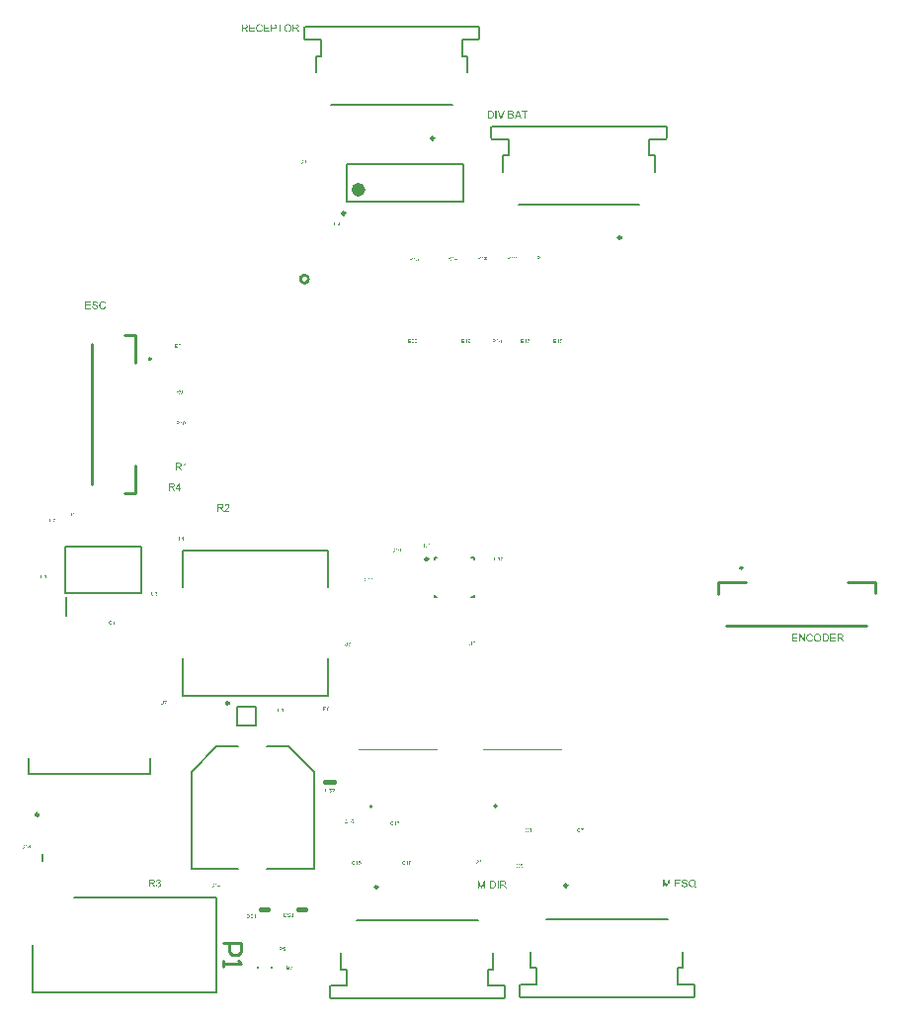
<source format=gto>
G04*
G04 #@! TF.GenerationSoftware,Altium Limited,Altium Designer,19.1.5 (86)*
G04*
G04 Layer_Color=65535*
%FSLAX44Y44*%
%MOMM*%
G71*
G01*
G75*
%ADD10C,0.2500*%
%ADD11C,0.2540*%
%ADD12C,0.6000*%
%ADD13C,0.2000*%
%ADD14C,0.4000*%
%ADD15C,0.1270*%
%ADD16C,0.1000*%
G36*
X242734Y35265D02*
X242729Y35260D01*
X242720Y35250D01*
X242701Y35232D01*
X242682Y35203D01*
X242654Y35171D01*
X242617Y35133D01*
X242579Y35086D01*
X242537Y35030D01*
X242494Y34973D01*
X242443Y34907D01*
X242391Y34832D01*
X242339Y34757D01*
X242283Y34673D01*
X242227Y34583D01*
X242170Y34485D01*
X242114Y34386D01*
X242109Y34381D01*
X242100Y34362D01*
X242086Y34334D01*
X242062Y34292D01*
X242039Y34240D01*
X242010Y34184D01*
X241978Y34118D01*
X241945Y34043D01*
X241907Y33958D01*
X241865Y33874D01*
X241827Y33780D01*
X241790Y33681D01*
X241714Y33479D01*
X241644Y33263D01*
Y33258D01*
X241639Y33244D01*
X241635Y33221D01*
X241625Y33192D01*
X241616Y33155D01*
X241606Y33108D01*
X241592Y33056D01*
X241583Y33000D01*
X241569Y32934D01*
X241555Y32863D01*
X241531Y32713D01*
X241508Y32549D01*
X241493Y32370D01*
X241085D01*
Y32375D01*
Y32389D01*
Y32408D01*
X241089Y32436D01*
Y32473D01*
X241094Y32520D01*
X241099Y32572D01*
X241103Y32628D01*
X241113Y32694D01*
X241122Y32760D01*
X241136Y32840D01*
X241150Y32920D01*
X241165Y33004D01*
X241183Y33098D01*
X241230Y33291D01*
Y33296D01*
X241235Y33314D01*
X241245Y33343D01*
X241259Y33385D01*
X241273Y33432D01*
X241292Y33488D01*
X241310Y33554D01*
X241339Y33625D01*
X241367Y33705D01*
X241395Y33784D01*
X241465Y33963D01*
X241550Y34151D01*
X241644Y34339D01*
X241649Y34344D01*
X241658Y34362D01*
X241672Y34386D01*
X241691Y34423D01*
X241714Y34466D01*
X241747Y34517D01*
X241780Y34574D01*
X241818Y34635D01*
X241907Y34771D01*
X242001Y34912D01*
X242109Y35058D01*
X242222Y35194D01*
X240629D01*
Y35579D01*
X242734D01*
Y35265D01*
D02*
G37*
G36*
X239036Y35617D02*
X239078D01*
X239177Y35612D01*
X239280Y35598D01*
X239393Y35584D01*
X239496Y35561D01*
X239548Y35547D01*
X239590Y35532D01*
X239595D01*
X239600Y35528D01*
X239628Y35514D01*
X239670Y35495D01*
X239722Y35462D01*
X239778Y35420D01*
X239839Y35363D01*
X239896Y35298D01*
X239952Y35222D01*
Y35218D01*
X239957Y35213D01*
X239976Y35185D01*
X239995Y35138D01*
X240023Y35077D01*
X240046Y35006D01*
X240070Y34922D01*
X240084Y34832D01*
X240089Y34734D01*
Y34729D01*
Y34720D01*
Y34701D01*
X240084Y34677D01*
Y34644D01*
X240079Y34611D01*
X240060Y34532D01*
X240032Y34437D01*
X239995Y34339D01*
X239938Y34240D01*
X239901Y34193D01*
X239863Y34146D01*
X239858Y34141D01*
X239854Y34137D01*
X239839Y34123D01*
X239821Y34109D01*
X239797Y34090D01*
X239769Y34071D01*
X239731Y34048D01*
X239694Y34019D01*
X239647Y33996D01*
X239595Y33972D01*
X239539Y33944D01*
X239478Y33921D01*
X239407Y33902D01*
X239337Y33878D01*
X239257Y33864D01*
X239172Y33850D01*
X239182Y33846D01*
X239200Y33836D01*
X239229Y33817D01*
X239266Y33798D01*
X239351Y33747D01*
X239393Y33714D01*
X239431Y33686D01*
X239440Y33676D01*
X239464Y33653D01*
X239501Y33615D01*
X239548Y33568D01*
X239600Y33502D01*
X239661Y33432D01*
X239722Y33347D01*
X239788Y33253D01*
X240347Y32370D01*
X239811D01*
X239384Y33047D01*
Y33051D01*
X239374Y33061D01*
X239365Y33075D01*
X239351Y33094D01*
X239318Y33145D01*
X239276Y33211D01*
X239224Y33282D01*
X239172Y33357D01*
X239121Y33427D01*
X239074Y33493D01*
X239069Y33498D01*
X239055Y33516D01*
X239031Y33545D01*
X238998Y33578D01*
X238928Y33648D01*
X238890Y33681D01*
X238853Y33709D01*
X238848Y33714D01*
X238839Y33719D01*
X238820Y33728D01*
X238792Y33742D01*
X238763Y33756D01*
X238731Y33770D01*
X238655Y33794D01*
X238651D01*
X238641Y33798D01*
X238622D01*
X238599Y33803D01*
X238566Y33808D01*
X238528D01*
X238477Y33813D01*
X237922D01*
Y32370D01*
X237490D01*
Y35622D01*
X238998D01*
X239036Y35617D01*
D02*
G37*
G36*
X329272Y393193D02*
X329314Y393189D01*
X329366Y393184D01*
X329417Y393179D01*
X329478Y393165D01*
X329605Y393137D01*
X329746Y393095D01*
X329817Y393066D01*
X329883Y393034D01*
X329948Y392991D01*
X330014Y392949D01*
X330019Y392944D01*
X330028Y392940D01*
X330047Y392926D01*
X330071Y392902D01*
X330094Y392879D01*
X330127Y392846D01*
X330160Y392808D01*
X330197Y392771D01*
X330235Y392724D01*
X330273Y392667D01*
X330315Y392611D01*
X330353Y392550D01*
X330385Y392479D01*
X330423Y392409D01*
X330451Y392333D01*
X330479Y392249D01*
X330056Y392150D01*
Y392155D01*
X330052Y392164D01*
X330042Y392183D01*
X330033Y392207D01*
X330024Y392235D01*
X330009Y392272D01*
X329972Y392348D01*
X329925Y392432D01*
X329869Y392517D01*
X329798Y392597D01*
X329723Y392667D01*
X329714Y392677D01*
X329685Y392695D01*
X329638Y392719D01*
X329577Y392752D01*
X329497Y392780D01*
X329408Y392808D01*
X329300Y392827D01*
X329183Y392832D01*
X329145D01*
X329121Y392827D01*
X329089D01*
X329051Y392822D01*
X328962Y392808D01*
X328863Y392789D01*
X328760Y392756D01*
X328652Y392709D01*
X328553Y392648D01*
X328548D01*
X328543Y392639D01*
X328511Y392615D01*
X328468Y392578D01*
X328416Y392521D01*
X328355Y392451D01*
X328299Y392371D01*
X328247Y392272D01*
X328200Y392164D01*
Y392160D01*
X328196Y392150D01*
X328191Y392136D01*
X328186Y392113D01*
X328177Y392084D01*
X328167Y392052D01*
X328153Y391972D01*
X328135Y391878D01*
X328116Y391774D01*
X328106Y391661D01*
X328102Y391539D01*
Y391535D01*
Y391521D01*
Y391497D01*
Y391469D01*
X328106Y391436D01*
Y391394D01*
X328111Y391347D01*
X328116Y391295D01*
X328130Y391182D01*
X328153Y391060D01*
X328182Y390938D01*
X328219Y390816D01*
Y390811D01*
X328224Y390802D01*
X328233Y390788D01*
X328243Y390764D01*
X328271Y390708D01*
X328313Y390642D01*
X328365Y390567D01*
X328431Y390487D01*
X328506Y390416D01*
X328595Y390350D01*
X328600D01*
X328609Y390346D01*
X328623Y390336D01*
X328642Y390327D01*
X328666Y390318D01*
X328694Y390303D01*
X328760Y390275D01*
X328844Y390247D01*
X328938Y390224D01*
X329041Y390205D01*
X329150Y390200D01*
X329183D01*
X329211Y390205D01*
X329244D01*
X329277Y390210D01*
X329361Y390228D01*
X329460Y390252D01*
X329558Y390289D01*
X329662Y390341D01*
X329714Y390369D01*
X329761Y390407D01*
X329765Y390412D01*
X329770Y390416D01*
X329784Y390430D01*
X329803Y390444D01*
X329822Y390468D01*
X329845Y390496D01*
X329873Y390524D01*
X329897Y390562D01*
X329925Y390604D01*
X329958Y390651D01*
X329986Y390698D01*
X330014Y390755D01*
X330038Y390816D01*
X330061Y390882D01*
X330085Y390952D01*
X330103Y391027D01*
X330536Y390919D01*
Y390914D01*
X330531Y390896D01*
X330522Y390867D01*
X330508Y390830D01*
X330494Y390788D01*
X330475Y390736D01*
X330451Y390679D01*
X330423Y390618D01*
X330357Y390487D01*
X330273Y390355D01*
X330221Y390289D01*
X330169Y390224D01*
X330113Y390167D01*
X330047Y390111D01*
X330042Y390106D01*
X330033Y390097D01*
X330009Y390087D01*
X329986Y390069D01*
X329948Y390045D01*
X329911Y390022D01*
X329859Y389998D01*
X329807Y389975D01*
X329746Y389946D01*
X329681Y389923D01*
X329610Y389899D01*
X329535Y389876D01*
X329455Y389857D01*
X329370Y389848D01*
X329281Y389838D01*
X329187Y389834D01*
X329136D01*
X329098Y389838D01*
X329056D01*
X329004Y389843D01*
X328947Y389852D01*
X328882Y389862D01*
X328745Y389885D01*
X328605Y389923D01*
X328464Y389975D01*
X328398Y390008D01*
X328332Y390045D01*
X328327Y390050D01*
X328318Y390055D01*
X328299Y390069D01*
X328280Y390087D01*
X328252Y390106D01*
X328219Y390134D01*
X328182Y390167D01*
X328144Y390205D01*
X328106Y390247D01*
X328064Y390289D01*
X327980Y390397D01*
X327900Y390524D01*
X327829Y390665D01*
Y390670D01*
X327820Y390684D01*
X327815Y390708D01*
X327801Y390736D01*
X327792Y390773D01*
X327777Y390820D01*
X327759Y390872D01*
X327745Y390928D01*
X327730Y390990D01*
X327712Y391060D01*
X327688Y391206D01*
X327669Y391370D01*
X327660Y391539D01*
Y391544D01*
Y391563D01*
Y391591D01*
X327665Y391624D01*
Y391671D01*
X327669Y391718D01*
X327674Y391779D01*
X327683Y391840D01*
X327707Y391976D01*
X327740Y392127D01*
X327787Y392277D01*
X327853Y392423D01*
X327857Y392427D01*
X327862Y392442D01*
X327872Y392460D01*
X327890Y392484D01*
X327909Y392517D01*
X327933Y392554D01*
X327994Y392639D01*
X328074Y392733D01*
X328167Y392827D01*
X328276Y392921D01*
X328402Y393001D01*
X328407Y393005D01*
X328421Y393010D01*
X328440Y393019D01*
X328464Y393034D01*
X328501Y393048D01*
X328539Y393062D01*
X328586Y393081D01*
X328637Y393099D01*
X328694Y393118D01*
X328755Y393137D01*
X328886Y393165D01*
X329037Y393189D01*
X329192Y393198D01*
X329239D01*
X329272Y393193D01*
D02*
G37*
G36*
X332406Y389890D02*
X332007D01*
Y392432D01*
X332002Y392427D01*
X331978Y392409D01*
X331950Y392380D01*
X331903Y392348D01*
X331852Y392305D01*
X331786Y392258D01*
X331711Y392207D01*
X331626Y392155D01*
X331621D01*
X331617Y392150D01*
X331588Y392131D01*
X331541Y392108D01*
X331485Y392080D01*
X331419Y392047D01*
X331349Y392014D01*
X331278Y391981D01*
X331208Y391953D01*
Y392338D01*
X331212D01*
X331222Y392348D01*
X331241Y392352D01*
X331264Y392366D01*
X331292Y392380D01*
X331325Y392399D01*
X331405Y392446D01*
X331499Y392498D01*
X331593Y392564D01*
X331692Y392639D01*
X331790Y392719D01*
X331795Y392724D01*
X331800Y392728D01*
X331814Y392742D01*
X331833Y392756D01*
X331875Y392803D01*
X331931Y392860D01*
X331988Y392926D01*
X332049Y393001D01*
X332101Y393076D01*
X332147Y393156D01*
X332406D01*
Y389890D01*
D02*
G37*
G36*
X334586Y393151D02*
X334647Y393142D01*
X334718Y393128D01*
X334793Y393109D01*
X334873Y393085D01*
X334948Y393048D01*
X334953D01*
X334958Y393043D01*
X334981Y393029D01*
X335019Y393005D01*
X335066Y392972D01*
X335117Y392926D01*
X335174Y392874D01*
X335225Y392813D01*
X335277Y392742D01*
X335282Y392733D01*
X335301Y392709D01*
X335319Y392667D01*
X335352Y392606D01*
X335381Y392536D01*
X335418Y392456D01*
X335451Y392362D01*
X335479Y392258D01*
Y392254D01*
X335484Y392244D01*
X335489Y392230D01*
X335493Y392207D01*
X335498Y392178D01*
X335503Y392146D01*
X335512Y392103D01*
X335517Y392056D01*
X335526Y392005D01*
X335531Y391948D01*
X335536Y391882D01*
X335545Y391817D01*
X335550Y391741D01*
Y391666D01*
X335554Y391582D01*
Y391492D01*
Y391488D01*
Y391469D01*
Y391436D01*
Y391398D01*
X335550Y391347D01*
Y391290D01*
X335545Y391229D01*
X335540Y391163D01*
X335526Y391013D01*
X335503Y390858D01*
X335474Y390708D01*
X335456Y390637D01*
X335432Y390567D01*
Y390562D01*
X335427Y390553D01*
X335418Y390534D01*
X335409Y390510D01*
X335399Y390477D01*
X335381Y390444D01*
X335343Y390365D01*
X335296Y390280D01*
X335235Y390186D01*
X335164Y390102D01*
X335080Y390022D01*
X335075D01*
X335070Y390012D01*
X335056Y390003D01*
X335037Y389993D01*
X335014Y389979D01*
X334990Y389961D01*
X334920Y389928D01*
X334835Y389895D01*
X334737Y389862D01*
X334619Y389843D01*
X334492Y389834D01*
X334445D01*
X334412Y389838D01*
X334375Y389843D01*
X334328Y389852D01*
X334276Y389862D01*
X334220Y389876D01*
X334163Y389895D01*
X334102Y389913D01*
X334041Y389942D01*
X333980Y389975D01*
X333919Y390012D01*
X333858Y390059D01*
X333802Y390111D01*
X333750Y390167D01*
X333745Y390172D01*
X333736Y390186D01*
X333722Y390210D01*
X333698Y390247D01*
X333675Y390289D01*
X333651Y390346D01*
X333618Y390412D01*
X333590Y390487D01*
X333562Y390571D01*
X333534Y390670D01*
X333506Y390778D01*
X333482Y390900D01*
X333459Y391032D01*
X333445Y391173D01*
X333435Y391328D01*
X333430Y391492D01*
Y391497D01*
Y391516D01*
Y391549D01*
Y391586D01*
X333435Y391638D01*
Y391694D01*
X333440Y391755D01*
X333445Y391826D01*
X333459Y391972D01*
X333482Y392127D01*
X333510Y392282D01*
X333529Y392352D01*
X333548Y392423D01*
Y392427D01*
X333553Y392437D01*
X333562Y392456D01*
X333571Y392479D01*
X333581Y392512D01*
X333600Y392545D01*
X333637Y392625D01*
X333684Y392709D01*
X333745Y392799D01*
X333816Y392888D01*
X333900Y392963D01*
X333905D01*
X333910Y392972D01*
X333924Y392982D01*
X333943Y392991D01*
X333966Y393010D01*
X333994Y393024D01*
X334065Y393062D01*
X334149Y393095D01*
X334248Y393128D01*
X334366Y393146D01*
X334492Y393156D01*
X334535D01*
X334586Y393151D01*
D02*
G37*
G36*
X149174Y399542D02*
X148775D01*
Y402084D01*
X148770Y402080D01*
X148747Y402061D01*
X148718Y402033D01*
X148671Y402000D01*
X148620Y401957D01*
X148554Y401910D01*
X148479Y401859D01*
X148394Y401807D01*
X148389D01*
X148385Y401802D01*
X148357Y401783D01*
X148309Y401760D01*
X148253Y401732D01*
X148187Y401699D01*
X148117Y401666D01*
X148046Y401633D01*
X147976Y401605D01*
Y401990D01*
X147981D01*
X147990Y402000D01*
X148009Y402004D01*
X148032Y402018D01*
X148061Y402033D01*
X148093Y402051D01*
X148173Y402098D01*
X148267Y402150D01*
X148361Y402216D01*
X148460Y402291D01*
X148559Y402371D01*
X148563Y402376D01*
X148568Y402380D01*
X148582Y402394D01*
X148601Y402408D01*
X148643Y402455D01*
X148700Y402512D01*
X148756Y402578D01*
X148817Y402653D01*
X148869Y402728D01*
X148916Y402808D01*
X149174D01*
Y399542D01*
D02*
G37*
G36*
X145720Y399927D02*
X147323D01*
Y399542D01*
X145288D01*
Y402794D01*
X145720D01*
Y399927D01*
D02*
G37*
G36*
X289830Y310744D02*
Y310739D01*
Y310721D01*
Y310697D01*
Y310664D01*
X289826Y310622D01*
Y310575D01*
X289821Y310519D01*
X289816Y310462D01*
X289802Y310335D01*
X289783Y310204D01*
X289755Y310077D01*
X289736Y310016D01*
X289718Y309960D01*
Y309955D01*
X289713Y309945D01*
X289703Y309931D01*
X289694Y309912D01*
X289666Y309861D01*
X289624Y309795D01*
X289567Y309720D01*
X289501Y309645D01*
X289417Y309565D01*
X289313Y309494D01*
X289309D01*
X289299Y309485D01*
X289285Y309480D01*
X289262Y309466D01*
X289233Y309452D01*
X289196Y309438D01*
X289158Y309424D01*
X289111Y309405D01*
X289060Y309386D01*
X289003Y309372D01*
X288942Y309358D01*
X288872Y309344D01*
X288801Y309335D01*
X288726Y309325D01*
X288557Y309316D01*
X288515D01*
X288482Y309320D01*
X288444D01*
X288397Y309325D01*
X288345Y309330D01*
X288294Y309335D01*
X288176Y309353D01*
X288049Y309382D01*
X287927Y309419D01*
X287810Y309471D01*
X287805D01*
X287796Y309480D01*
X287782Y309490D01*
X287763Y309499D01*
X287711Y309536D01*
X287650Y309588D01*
X287579Y309654D01*
X287514Y309729D01*
X287448Y309823D01*
X287396Y309927D01*
Y309931D01*
X287391Y309941D01*
X287387Y309960D01*
X287377Y309983D01*
X287368Y310011D01*
X287359Y310049D01*
X287344Y310091D01*
X287335Y310143D01*
X287326Y310199D01*
X287312Y310260D01*
X287302Y310326D01*
X287293Y310396D01*
X287283Y310476D01*
X287279Y310561D01*
X287274Y310650D01*
Y310744D01*
Y312624D01*
X287706D01*
Y310744D01*
Y310739D01*
Y310725D01*
Y310702D01*
Y310674D01*
X287711Y310641D01*
Y310599D01*
X287716Y310509D01*
X287725Y310406D01*
X287739Y310303D01*
X287758Y310204D01*
X287767Y310161D01*
X287782Y310119D01*
X287786Y310110D01*
X287796Y310086D01*
X287819Y310053D01*
X287847Y310006D01*
X287880Y309960D01*
X287927Y309908D01*
X287984Y309856D01*
X288049Y309814D01*
X288059Y309809D01*
X288082Y309795D01*
X288125Y309781D01*
X288181Y309762D01*
X288247Y309739D01*
X288331Y309725D01*
X288421Y309710D01*
X288519Y309706D01*
X288566D01*
X288594Y309710D01*
X288637D01*
X288679Y309715D01*
X288782Y309734D01*
X288895Y309757D01*
X289003Y309795D01*
X289107Y309847D01*
X289154Y309880D01*
X289196Y309917D01*
X289201Y309922D01*
X289205Y309927D01*
X289215Y309941D01*
X289229Y309960D01*
X289243Y309988D01*
X289262Y310016D01*
X289280Y310058D01*
X289299Y310100D01*
X289318Y310152D01*
X289332Y310213D01*
X289351Y310284D01*
X289365Y310359D01*
X289379Y310443D01*
X289389Y310533D01*
X289398Y310636D01*
Y310744D01*
Y312624D01*
X289830D01*
Y310744D01*
D02*
G37*
G36*
X291513Y312633D02*
X291550Y312628D01*
X291592Y312624D01*
X291639Y312619D01*
X291686Y312605D01*
X291799Y312577D01*
X291912Y312535D01*
X291968Y312506D01*
X292025Y312473D01*
X292076Y312431D01*
X292128Y312389D01*
X292133Y312384D01*
X292138Y312379D01*
X292152Y312365D01*
X292170Y312346D01*
X292189Y312318D01*
X292213Y312290D01*
X292260Y312220D01*
X292307Y312130D01*
X292349Y312027D01*
X292382Y311910D01*
X292387Y311848D01*
X292391Y311783D01*
Y311778D01*
Y311773D01*
Y311745D01*
X292387Y311703D01*
X292377Y311651D01*
X292363Y311585D01*
X292340Y311520D01*
X292311Y311454D01*
X292269Y311388D01*
X292264Y311378D01*
X292246Y311360D01*
X292217Y311332D01*
X292180Y311294D01*
X292128Y311252D01*
X292067Y311209D01*
X291996Y311167D01*
X291912Y311129D01*
X291917D01*
X291926Y311125D01*
X291940Y311120D01*
X291959Y311111D01*
X292015Y311087D01*
X292081Y311054D01*
X292152Y311007D01*
X292227Y310956D01*
X292297Y310890D01*
X292363Y310815D01*
Y310810D01*
X292368Y310805D01*
X292387Y310777D01*
X292415Y310730D01*
X292443Y310669D01*
X292471Y310594D01*
X292499Y310504D01*
X292518Y310406D01*
X292523Y310298D01*
Y310293D01*
Y310279D01*
Y310256D01*
X292518Y310227D01*
X292513Y310194D01*
X292509Y310152D01*
X292499Y310105D01*
X292485Y310053D01*
X292452Y309945D01*
X292429Y309884D01*
X292396Y309828D01*
X292363Y309767D01*
X292325Y309710D01*
X292278Y309654D01*
X292227Y309598D01*
X292222Y309593D01*
X292213Y309583D01*
X292199Y309569D01*
X292175Y309555D01*
X292142Y309532D01*
X292109Y309508D01*
X292067Y309485D01*
X292020Y309457D01*
X291968Y309429D01*
X291907Y309405D01*
X291842Y309382D01*
X291776Y309358D01*
X291700Y309344D01*
X291621Y309330D01*
X291541Y309320D01*
X291451Y309316D01*
X291404D01*
X291372Y309320D01*
X291329Y309325D01*
X291282Y309330D01*
X291231Y309339D01*
X291174Y309353D01*
X291047Y309386D01*
X290982Y309410D01*
X290921Y309433D01*
X290855Y309466D01*
X290789Y309504D01*
X290728Y309546D01*
X290671Y309598D01*
X290667Y309602D01*
X290657Y309612D01*
X290643Y309626D01*
X290624Y309649D01*
X290606Y309678D01*
X290577Y309710D01*
X290554Y309748D01*
X290526Y309795D01*
X290498Y309842D01*
X290474Y309898D01*
X290427Y310016D01*
X290408Y310086D01*
X290394Y310157D01*
X290385Y310232D01*
X290380Y310307D01*
Y310312D01*
Y310321D01*
Y310340D01*
X290385Y310359D01*
Y310387D01*
X290389Y310420D01*
X290399Y310495D01*
X290418Y310580D01*
X290446Y310664D01*
X290488Y310754D01*
X290540Y310838D01*
Y310843D01*
X290549Y310848D01*
X290568Y310871D01*
X290606Y310909D01*
X290657Y310956D01*
X290723Y311003D01*
X290803Y311054D01*
X290892Y311097D01*
X291000Y311129D01*
X290996D01*
X290991Y311134D01*
X290977Y311139D01*
X290958Y311148D01*
X290916Y311167D01*
X290859Y311195D01*
X290798Y311233D01*
X290737Y311280D01*
X290681Y311332D01*
X290629Y311388D01*
X290624Y311397D01*
X290610Y311416D01*
X290592Y311454D01*
X290573Y311501D01*
X290549Y311562D01*
X290530Y311632D01*
X290516Y311712D01*
X290512Y311797D01*
Y311801D01*
Y311811D01*
Y311830D01*
X290516Y311858D01*
X290521Y311886D01*
X290526Y311924D01*
X290545Y312003D01*
X290573Y312097D01*
X290620Y312196D01*
X290648Y312248D01*
X290681Y312300D01*
X290723Y312346D01*
X290765Y312393D01*
X290770Y312398D01*
X290779Y312403D01*
X290794Y312417D01*
X290812Y312431D01*
X290836Y312450D01*
X290869Y312469D01*
X290906Y312492D01*
X290944Y312516D01*
X290991Y312539D01*
X291043Y312563D01*
X291099Y312582D01*
X291160Y312600D01*
X291292Y312628D01*
X291367Y312633D01*
X291442Y312638D01*
X291484D01*
X291513Y312633D01*
D02*
G37*
G36*
X132096Y260452D02*
Y260448D01*
Y260429D01*
Y260405D01*
Y260372D01*
X132092Y260330D01*
Y260283D01*
X132087Y260227D01*
X132082Y260170D01*
X132068Y260043D01*
X132049Y259912D01*
X132021Y259785D01*
X132002Y259724D01*
X131983Y259667D01*
Y259663D01*
X131979Y259653D01*
X131969Y259639D01*
X131960Y259620D01*
X131932Y259569D01*
X131890Y259503D01*
X131833Y259428D01*
X131767Y259353D01*
X131683Y259273D01*
X131579Y259202D01*
X131575D01*
X131565Y259193D01*
X131551Y259188D01*
X131528Y259174D01*
X131500Y259160D01*
X131462Y259146D01*
X131424Y259132D01*
X131377Y259113D01*
X131326Y259094D01*
X131269Y259080D01*
X131208Y259066D01*
X131138Y259052D01*
X131067Y259042D01*
X130992Y259033D01*
X130823Y259024D01*
X130781D01*
X130748Y259028D01*
X130710D01*
X130663Y259033D01*
X130611Y259038D01*
X130560Y259042D01*
X130442Y259061D01*
X130315Y259090D01*
X130193Y259127D01*
X130076Y259179D01*
X130071D01*
X130062Y259188D01*
X130048Y259198D01*
X130029Y259207D01*
X129977Y259244D01*
X129916Y259296D01*
X129846Y259362D01*
X129780Y259437D01*
X129714Y259531D01*
X129662Y259635D01*
Y259639D01*
X129657Y259649D01*
X129653Y259667D01*
X129643Y259691D01*
X129634Y259719D01*
X129625Y259757D01*
X129611Y259799D01*
X129601Y259851D01*
X129592Y259907D01*
X129578Y259968D01*
X129568Y260034D01*
X129559Y260105D01*
X129549Y260184D01*
X129545Y260269D01*
X129540Y260358D01*
Y260452D01*
Y262332D01*
X129972D01*
Y260452D01*
Y260448D01*
Y260433D01*
Y260410D01*
Y260382D01*
X129977Y260349D01*
Y260306D01*
X129982Y260217D01*
X129991Y260114D01*
X130005Y260011D01*
X130024Y259912D01*
X130033Y259869D01*
X130048Y259827D01*
X130052Y259818D01*
X130062Y259794D01*
X130085Y259761D01*
X130113Y259714D01*
X130146Y259667D01*
X130193Y259616D01*
X130250Y259564D01*
X130315Y259522D01*
X130325Y259517D01*
X130348Y259503D01*
X130391Y259489D01*
X130447Y259470D01*
X130513Y259447D01*
X130597Y259433D01*
X130687Y259418D01*
X130785Y259414D01*
X130832D01*
X130861Y259418D01*
X130903D01*
X130945Y259423D01*
X131048Y259442D01*
X131161Y259465D01*
X131269Y259503D01*
X131373Y259555D01*
X131420Y259588D01*
X131462Y259625D01*
X131467Y259630D01*
X131471Y259635D01*
X131481Y259649D01*
X131495Y259667D01*
X131509Y259696D01*
X131528Y259724D01*
X131546Y259766D01*
X131565Y259808D01*
X131584Y259860D01*
X131598Y259921D01*
X131617Y259992D01*
X131631Y260067D01*
X131645Y260151D01*
X131655Y260241D01*
X131664Y260344D01*
Y260452D01*
Y262332D01*
X132096D01*
Y260452D01*
D02*
G37*
G36*
X134784Y261975D02*
X134779Y261970D01*
X134770Y261961D01*
X134751Y261942D01*
X134732Y261914D01*
X134704Y261881D01*
X134667Y261843D01*
X134629Y261796D01*
X134587Y261740D01*
X134544Y261683D01*
X134493Y261618D01*
X134441Y261542D01*
X134389Y261467D01*
X134333Y261383D01*
X134277Y261293D01*
X134220Y261195D01*
X134164Y261096D01*
X134159Y261091D01*
X134150Y261073D01*
X134136Y261044D01*
X134112Y261002D01*
X134089Y260950D01*
X134060Y260894D01*
X134028Y260828D01*
X133995Y260753D01*
X133957Y260668D01*
X133915Y260584D01*
X133877Y260490D01*
X133840Y260391D01*
X133764Y260189D01*
X133694Y259973D01*
Y259968D01*
X133689Y259954D01*
X133685Y259931D01*
X133675Y259902D01*
X133666Y259865D01*
X133656Y259818D01*
X133642Y259766D01*
X133633Y259710D01*
X133619Y259644D01*
X133605Y259573D01*
X133581Y259423D01*
X133558Y259259D01*
X133544Y259080D01*
X133135D01*
Y259085D01*
Y259099D01*
Y259118D01*
X133139Y259146D01*
Y259184D01*
X133144Y259230D01*
X133149Y259282D01*
X133154Y259338D01*
X133163Y259404D01*
X133172Y259470D01*
X133187Y259550D01*
X133201Y259630D01*
X133215Y259714D01*
X133233Y259808D01*
X133280Y260001D01*
Y260006D01*
X133285Y260025D01*
X133295Y260053D01*
X133309Y260095D01*
X133323Y260142D01*
X133342Y260198D01*
X133360Y260264D01*
X133389Y260335D01*
X133417Y260415D01*
X133445Y260494D01*
X133515Y260673D01*
X133600Y260861D01*
X133694Y261049D01*
X133699Y261054D01*
X133708Y261073D01*
X133722Y261096D01*
X133741Y261133D01*
X133764Y261176D01*
X133797Y261227D01*
X133830Y261284D01*
X133868Y261345D01*
X133957Y261481D01*
X134051Y261622D01*
X134159Y261768D01*
X134272Y261904D01*
X132679D01*
Y262290D01*
X134784D01*
Y261975D01*
D02*
G37*
G36*
X359420Y396707D02*
X359453D01*
X359490Y396702D01*
X359580Y396684D01*
X359678Y396660D01*
X359782Y396623D01*
X359885Y396566D01*
X359937Y396533D01*
X359984Y396496D01*
X359988Y396491D01*
X359993Y396486D01*
X360007Y396472D01*
X360021Y396458D01*
X360045Y396435D01*
X360064Y396406D01*
X360115Y396341D01*
X360167Y396256D01*
X360214Y396153D01*
X360256Y396035D01*
X360284Y395904D01*
X359885Y395871D01*
Y395876D01*
X359880Y395880D01*
X359876Y395908D01*
X359861Y395951D01*
X359843Y396002D01*
X359824Y396059D01*
X359796Y396115D01*
X359763Y396167D01*
X359730Y396209D01*
X359721Y396218D01*
X359702Y396237D01*
X359669Y396265D01*
X359622Y396298D01*
X359561Y396327D01*
X359495Y396355D01*
X359415Y396374D01*
X359330Y396383D01*
X359298D01*
X359260Y396378D01*
X359218Y396369D01*
X359161Y396355D01*
X359105Y396336D01*
X359049Y396312D01*
X358992Y396275D01*
X358983Y396270D01*
X358959Y396251D01*
X358926Y396218D01*
X358884Y396171D01*
X358837Y396115D01*
X358786Y396049D01*
X358739Y395965D01*
X358691Y395871D01*
Y395866D01*
X358687Y395857D01*
X358682Y395843D01*
X358673Y395824D01*
X358668Y395796D01*
X358659Y395763D01*
X358649Y395725D01*
X358640Y395678D01*
X358626Y395626D01*
X358616Y395570D01*
X358607Y395509D01*
X358602Y395443D01*
X358593Y395368D01*
X358588Y395293D01*
X358583Y395208D01*
Y395124D01*
X358588Y395128D01*
X358607Y395157D01*
X358640Y395194D01*
X358682Y395241D01*
X358729Y395298D01*
X358790Y395349D01*
X358856Y395401D01*
X358931Y395448D01*
X358936D01*
X358941Y395452D01*
X358969Y395467D01*
X359011Y395481D01*
X359067Y395504D01*
X359133Y395523D01*
X359208Y395537D01*
X359288Y395551D01*
X359373Y395556D01*
X359410D01*
X359439Y395551D01*
X359476Y395546D01*
X359514Y395542D01*
X359561Y395532D01*
X359608Y395518D01*
X359716Y395485D01*
X359772Y395462D01*
X359829Y395429D01*
X359885Y395396D01*
X359946Y395359D01*
X360003Y395312D01*
X360054Y395260D01*
X360059Y395255D01*
X360068Y395246D01*
X360082Y395232D01*
X360097Y395208D01*
X360120Y395175D01*
X360144Y395142D01*
X360167Y395100D01*
X360195Y395053D01*
X360223Y395001D01*
X360247Y394945D01*
X360270Y394879D01*
X360294Y394813D01*
X360308Y394743D01*
X360322Y394663D01*
X360331Y394583D01*
X360336Y394499D01*
Y394494D01*
Y394485D01*
Y394470D01*
Y394447D01*
X360331Y394419D01*
Y394391D01*
X360317Y394315D01*
X360303Y394226D01*
X360280Y394132D01*
X360247Y394029D01*
X360200Y393930D01*
Y393925D01*
X360195Y393921D01*
X360186Y393907D01*
X360176Y393888D01*
X360148Y393841D01*
X360106Y393780D01*
X360054Y393714D01*
X359993Y393648D01*
X359918Y393582D01*
X359838Y393526D01*
X359833D01*
X359829Y393521D01*
X359814Y393512D01*
X359796Y393507D01*
X359749Y393484D01*
X359688Y393460D01*
X359608Y393432D01*
X359519Y393413D01*
X359420Y393394D01*
X359312Y393390D01*
X359288D01*
X359265Y393394D01*
X359227D01*
X359185Y393399D01*
X359138Y393409D01*
X359081Y393423D01*
X359025Y393437D01*
X358959Y393456D01*
X358894Y393479D01*
X358828Y393507D01*
X358757Y393545D01*
X358691Y393587D01*
X358626Y393634D01*
X358560Y393690D01*
X358499Y393756D01*
X358494Y393761D01*
X358485Y393775D01*
X358471Y393794D01*
X358452Y393827D01*
X358424Y393869D01*
X358400Y393916D01*
X358372Y393977D01*
X358344Y394043D01*
X358311Y394123D01*
X358283Y394212D01*
X358259Y394311D01*
X358236Y394419D01*
X358212Y394541D01*
X358198Y394673D01*
X358189Y394813D01*
X358184Y394964D01*
Y394969D01*
Y394973D01*
Y394987D01*
Y395006D01*
X358189Y395053D01*
Y395119D01*
X358193Y395194D01*
X358203Y395283D01*
X358212Y395382D01*
X358226Y395490D01*
X358245Y395598D01*
X358269Y395716D01*
X358297Y395829D01*
X358330Y395941D01*
X358372Y396049D01*
X358419Y396153D01*
X358471Y396251D01*
X358532Y396336D01*
X358536Y396341D01*
X358546Y396350D01*
X358565Y396369D01*
X358588Y396397D01*
X358616Y396425D01*
X358654Y396453D01*
X358701Y396491D01*
X358748Y396524D01*
X358804Y396557D01*
X358865Y396594D01*
X358936Y396623D01*
X359006Y396656D01*
X359086Y396679D01*
X359171Y396698D01*
X359260Y396707D01*
X359354Y396712D01*
X359392D01*
X359420Y396707D01*
D02*
G37*
G36*
X357648Y394818D02*
Y394813D01*
Y394795D01*
Y394771D01*
Y394738D01*
X357644Y394696D01*
Y394649D01*
X357639Y394593D01*
X357634Y394536D01*
X357620Y394409D01*
X357601Y394278D01*
X357573Y394151D01*
X357554Y394090D01*
X357536Y394034D01*
Y394029D01*
X357531Y394019D01*
X357521Y394005D01*
X357512Y393987D01*
X357484Y393935D01*
X357442Y393869D01*
X357385Y393794D01*
X357319Y393719D01*
X357235Y393639D01*
X357131Y393568D01*
X357127D01*
X357117Y393559D01*
X357103Y393554D01*
X357080Y393540D01*
X357052Y393526D01*
X357014Y393512D01*
X356976Y393498D01*
X356929Y393479D01*
X356878Y393460D01*
X356821Y393446D01*
X356760Y393432D01*
X356690Y393418D01*
X356619Y393409D01*
X356544Y393399D01*
X356375Y393390D01*
X356333D01*
X356300Y393394D01*
X356262D01*
X356215Y393399D01*
X356163Y393404D01*
X356112Y393409D01*
X355994Y393427D01*
X355867Y393456D01*
X355745Y393493D01*
X355628Y393545D01*
X355623D01*
X355614Y393554D01*
X355600Y393564D01*
X355581Y393573D01*
X355529Y393610D01*
X355468Y393662D01*
X355397Y393728D01*
X355332Y393803D01*
X355266Y393897D01*
X355214Y394001D01*
Y394005D01*
X355210Y394015D01*
X355205Y394034D01*
X355195Y394057D01*
X355186Y394085D01*
X355177Y394123D01*
X355163Y394165D01*
X355153Y394217D01*
X355144Y394273D01*
X355130Y394334D01*
X355120Y394400D01*
X355111Y394470D01*
X355101Y394550D01*
X355097Y394635D01*
X355092Y394724D01*
Y394818D01*
Y396698D01*
X355524D01*
Y394818D01*
Y394813D01*
Y394799D01*
Y394776D01*
Y394748D01*
X355529Y394715D01*
Y394673D01*
X355534Y394583D01*
X355543Y394480D01*
X355557Y394376D01*
X355576Y394278D01*
X355585Y394235D01*
X355600Y394193D01*
X355604Y394184D01*
X355614Y394160D01*
X355637Y394127D01*
X355665Y394080D01*
X355698Y394034D01*
X355745Y393982D01*
X355802Y393930D01*
X355867Y393888D01*
X355877Y393883D01*
X355900Y393869D01*
X355943Y393855D01*
X355999Y393836D01*
X356065Y393813D01*
X356149Y393798D01*
X356239Y393784D01*
X356337Y393780D01*
X356384D01*
X356413Y393784D01*
X356455D01*
X356497Y393789D01*
X356600Y393808D01*
X356713Y393831D01*
X356821Y393869D01*
X356925Y393921D01*
X356972Y393954D01*
X357014Y393991D01*
X357019Y393996D01*
X357023Y394001D01*
X357033Y394015D01*
X357047Y394034D01*
X357061Y394062D01*
X357080Y394090D01*
X357099Y394132D01*
X357117Y394174D01*
X357136Y394226D01*
X357150Y394287D01*
X357169Y394358D01*
X357183Y394433D01*
X357197Y394517D01*
X357207Y394607D01*
X357216Y394710D01*
Y394818D01*
Y396698D01*
X357648D01*
Y394818D01*
D02*
G37*
G36*
X280686Y670662D02*
Y670657D01*
Y670639D01*
Y670615D01*
Y670582D01*
X280682Y670540D01*
Y670493D01*
X280677Y670437D01*
X280672Y670380D01*
X280658Y670253D01*
X280639Y670122D01*
X280611Y669995D01*
X280592Y669934D01*
X280574Y669877D01*
Y669873D01*
X280569Y669863D01*
X280559Y669849D01*
X280550Y669830D01*
X280522Y669779D01*
X280480Y669713D01*
X280423Y669638D01*
X280357Y669563D01*
X280273Y669483D01*
X280169Y669412D01*
X280165D01*
X280155Y669403D01*
X280141Y669398D01*
X280118Y669384D01*
X280089Y669370D01*
X280052Y669356D01*
X280014Y669342D01*
X279967Y669323D01*
X279916Y669304D01*
X279859Y669290D01*
X279798Y669276D01*
X279728Y669262D01*
X279657Y669252D01*
X279582Y669243D01*
X279413Y669234D01*
X279370D01*
X279338Y669238D01*
X279300D01*
X279253Y669243D01*
X279201Y669248D01*
X279150Y669252D01*
X279032Y669271D01*
X278905Y669299D01*
X278783Y669337D01*
X278666Y669389D01*
X278661D01*
X278652Y669398D01*
X278638Y669408D01*
X278619Y669417D01*
X278567Y669454D01*
X278506Y669506D01*
X278435Y669572D01*
X278370Y669647D01*
X278304Y669741D01*
X278252Y669845D01*
Y669849D01*
X278248Y669859D01*
X278243Y669877D01*
X278233Y669901D01*
X278224Y669929D01*
X278215Y669967D01*
X278200Y670009D01*
X278191Y670061D01*
X278182Y670117D01*
X278168Y670178D01*
X278158Y670244D01*
X278149Y670314D01*
X278139Y670394D01*
X278135Y670479D01*
X278130Y670568D01*
Y670662D01*
Y672542D01*
X278562D01*
Y670662D01*
Y670657D01*
Y670643D01*
Y670620D01*
Y670592D01*
X278567Y670559D01*
Y670516D01*
X278572Y670427D01*
X278581Y670324D01*
X278595Y670220D01*
X278614Y670122D01*
X278623Y670079D01*
X278638Y670037D01*
X278642Y670028D01*
X278652Y670004D01*
X278675Y669971D01*
X278703Y669924D01*
X278736Y669877D01*
X278783Y669826D01*
X278839Y669774D01*
X278905Y669732D01*
X278915Y669727D01*
X278938Y669713D01*
X278981Y669699D01*
X279037Y669680D01*
X279103Y669657D01*
X279187Y669642D01*
X279277Y669628D01*
X279375Y669624D01*
X279422D01*
X279450Y669628D01*
X279493D01*
X279535Y669633D01*
X279638Y669652D01*
X279751Y669675D01*
X279859Y669713D01*
X279963Y669765D01*
X280010Y669798D01*
X280052Y669835D01*
X280057Y669840D01*
X280061Y669845D01*
X280071Y669859D01*
X280085Y669877D01*
X280099Y669906D01*
X280118Y669934D01*
X280137Y669976D01*
X280155Y670018D01*
X280174Y670070D01*
X280188Y670131D01*
X280207Y670202D01*
X280221Y670277D01*
X280235Y670361D01*
X280245Y670451D01*
X280254Y670554D01*
Y670662D01*
Y672542D01*
X280686D01*
Y670662D01*
D02*
G37*
G36*
X282918Y670437D02*
X283360D01*
Y670070D01*
X282918D01*
Y669290D01*
X282519D01*
Y670070D01*
X281105D01*
Y670437D01*
X282594Y672542D01*
X282918D01*
Y670437D01*
D02*
G37*
G36*
X396510Y311202D02*
Y311197D01*
Y311179D01*
Y311155D01*
Y311122D01*
X396506Y311080D01*
Y311033D01*
X396501Y310977D01*
X396496Y310920D01*
X396482Y310793D01*
X396463Y310662D01*
X396435Y310535D01*
X396416Y310474D01*
X396398Y310417D01*
Y310413D01*
X396393Y310403D01*
X396383Y310389D01*
X396374Y310370D01*
X396346Y310319D01*
X396304Y310253D01*
X396247Y310178D01*
X396181Y310103D01*
X396097Y310023D01*
X395993Y309952D01*
X395989D01*
X395979Y309943D01*
X395965Y309938D01*
X395942Y309924D01*
X395914Y309910D01*
X395876Y309896D01*
X395838Y309882D01*
X395791Y309863D01*
X395740Y309844D01*
X395683Y309830D01*
X395622Y309816D01*
X395552Y309802D01*
X395481Y309792D01*
X395406Y309783D01*
X395237Y309774D01*
X395195D01*
X395162Y309778D01*
X395124D01*
X395077Y309783D01*
X395025Y309788D01*
X394974Y309792D01*
X394856Y309811D01*
X394729Y309839D01*
X394607Y309877D01*
X394490Y309929D01*
X394485D01*
X394476Y309938D01*
X394462Y309947D01*
X394443Y309957D01*
X394391Y309995D01*
X394330Y310046D01*
X394259Y310112D01*
X394194Y310187D01*
X394128Y310281D01*
X394076Y310385D01*
Y310389D01*
X394072Y310399D01*
X394067Y310417D01*
X394057Y310441D01*
X394048Y310469D01*
X394039Y310507D01*
X394025Y310549D01*
X394015Y310601D01*
X394006Y310657D01*
X393992Y310718D01*
X393982Y310784D01*
X393973Y310854D01*
X393963Y310934D01*
X393959Y311019D01*
X393954Y311108D01*
Y311202D01*
Y313082D01*
X394386D01*
Y311202D01*
Y311197D01*
Y311183D01*
Y311160D01*
Y311132D01*
X394391Y311099D01*
Y311056D01*
X394396Y310967D01*
X394405Y310864D01*
X394419Y310760D01*
X394438Y310662D01*
X394447Y310620D01*
X394462Y310577D01*
X394466Y310568D01*
X394476Y310544D01*
X394499Y310511D01*
X394527Y310464D01*
X394560Y310417D01*
X394607Y310366D01*
X394664Y310314D01*
X394729Y310272D01*
X394739Y310267D01*
X394762Y310253D01*
X394805Y310239D01*
X394861Y310220D01*
X394927Y310197D01*
X395011Y310182D01*
X395101Y310168D01*
X395199Y310164D01*
X395246D01*
X395275Y310168D01*
X395317D01*
X395359Y310173D01*
X395462Y310192D01*
X395575Y310215D01*
X395683Y310253D01*
X395787Y310305D01*
X395834Y310338D01*
X395876Y310375D01*
X395881Y310380D01*
X395885Y310385D01*
X395895Y310399D01*
X395909Y310417D01*
X395923Y310446D01*
X395942Y310474D01*
X395961Y310516D01*
X395979Y310558D01*
X395998Y310610D01*
X396012Y310671D01*
X396031Y310742D01*
X396045Y310817D01*
X396059Y310901D01*
X396069Y310991D01*
X396078Y311094D01*
Y311202D01*
Y313082D01*
X396510D01*
Y311202D01*
D02*
G37*
G36*
X398221Y313091D02*
X398258Y313086D01*
X398305Y313082D01*
X398357Y313072D01*
X398409Y313063D01*
X398531Y313030D01*
X398653Y312983D01*
X398714Y312955D01*
X398775Y312922D01*
X398832Y312880D01*
X398883Y312833D01*
X398888Y312828D01*
X398897Y312823D01*
X398907Y312805D01*
X398926Y312786D01*
X398949Y312762D01*
X398973Y312729D01*
X398996Y312696D01*
X399024Y312654D01*
X399071Y312565D01*
X399118Y312452D01*
X399137Y312396D01*
X399146Y312330D01*
X399156Y312264D01*
X399160Y312194D01*
Y312184D01*
Y312161D01*
X399156Y312123D01*
X399151Y312071D01*
X399142Y312015D01*
X399123Y311949D01*
X399104Y311879D01*
X399076Y311808D01*
X399071Y311799D01*
X399062Y311775D01*
X399043Y311738D01*
X399015Y311686D01*
X398977Y311630D01*
X398930Y311559D01*
X398874Y311489D01*
X398808Y311409D01*
X398799Y311399D01*
X398775Y311371D01*
X398752Y311348D01*
X398728Y311324D01*
X398700Y311296D01*
X398662Y311259D01*
X398625Y311221D01*
X398578Y311179D01*
X398531Y311132D01*
X398475Y311080D01*
X398413Y311028D01*
X398348Y310967D01*
X398272Y310906D01*
X398197Y310840D01*
X398192Y310836D01*
X398183Y310826D01*
X398164Y310812D01*
X398141Y310793D01*
X398113Y310765D01*
X398080Y310737D01*
X398005Y310676D01*
X397925Y310605D01*
X397850Y310535D01*
X397784Y310474D01*
X397756Y310450D01*
X397732Y310427D01*
X397727Y310422D01*
X397713Y310408D01*
X397695Y310389D01*
X397671Y310361D01*
X397648Y310328D01*
X397619Y310295D01*
X397563Y310215D01*
X399165D01*
Y309830D01*
X397008D01*
Y309835D01*
Y309854D01*
Y309882D01*
X397013Y309919D01*
X397018Y309962D01*
X397027Y310009D01*
X397037Y310056D01*
X397055Y310107D01*
Y310112D01*
X397060Y310117D01*
X397070Y310145D01*
X397088Y310187D01*
X397117Y310244D01*
X397154Y310309D01*
X397201Y310385D01*
X397253Y310460D01*
X397318Y310540D01*
Y310544D01*
X397328Y310549D01*
X397351Y310577D01*
X397394Y310620D01*
X397455Y310681D01*
X397525Y310751D01*
X397615Y310836D01*
X397723Y310930D01*
X397840Y311028D01*
X397845Y311033D01*
X397864Y311047D01*
X397892Y311071D01*
X397925Y311099D01*
X397967Y311136D01*
X398019Y311179D01*
X398070Y311226D01*
X398131Y311277D01*
X398249Y311390D01*
X398366Y311503D01*
X398423Y311559D01*
X398475Y311616D01*
X398521Y311667D01*
X398559Y311719D01*
Y311724D01*
X398568Y311728D01*
X398578Y311743D01*
X398587Y311761D01*
X398620Y311813D01*
X398658Y311874D01*
X398691Y311949D01*
X398723Y312029D01*
X398742Y312118D01*
X398752Y312203D01*
Y312208D01*
Y312213D01*
X398747Y312241D01*
X398742Y312288D01*
X398728Y312339D01*
X398709Y312405D01*
X398676Y312471D01*
X398634Y312537D01*
X398578Y312603D01*
X398568Y312612D01*
X398545Y312631D01*
X398512Y312654D01*
X398460Y312687D01*
X398395Y312715D01*
X398319Y312743D01*
X398230Y312762D01*
X398131Y312767D01*
X398103D01*
X398084Y312762D01*
X398028Y312757D01*
X397962Y312743D01*
X397892Y312725D01*
X397812Y312692D01*
X397737Y312649D01*
X397666Y312593D01*
X397657Y312584D01*
X397638Y312560D01*
X397610Y312523D01*
X397582Y312466D01*
X397549Y312400D01*
X397521Y312316D01*
X397502Y312222D01*
X397492Y312114D01*
X397084Y312156D01*
Y312161D01*
X397088Y312175D01*
Y312198D01*
X397093Y312231D01*
X397102Y312269D01*
X397112Y312311D01*
X397126Y312363D01*
X397140Y312414D01*
X397178Y312527D01*
X397234Y312640D01*
X397267Y312696D01*
X397309Y312753D01*
X397351Y312805D01*
X397398Y312852D01*
X397403Y312856D01*
X397412Y312861D01*
X397427Y312875D01*
X397450Y312889D01*
X397478Y312908D01*
X397511Y312927D01*
X397549Y312950D01*
X397596Y312974D01*
X397648Y312997D01*
X397704Y313021D01*
X397765Y313039D01*
X397831Y313058D01*
X397901Y313072D01*
X397976Y313086D01*
X398056Y313091D01*
X398141Y313096D01*
X398188D01*
X398221Y313091D01*
D02*
G37*
G36*
X53356Y421742D02*
Y421737D01*
Y421719D01*
Y421695D01*
Y421662D01*
X53352Y421620D01*
Y421573D01*
X53347Y421517D01*
X53342Y421460D01*
X53328Y421333D01*
X53309Y421202D01*
X53281Y421075D01*
X53262Y421014D01*
X53243Y420957D01*
Y420953D01*
X53239Y420943D01*
X53229Y420929D01*
X53220Y420910D01*
X53192Y420859D01*
X53149Y420793D01*
X53093Y420718D01*
X53027Y420643D01*
X52943Y420563D01*
X52839Y420492D01*
X52835D01*
X52825Y420483D01*
X52811Y420478D01*
X52788Y420464D01*
X52759Y420450D01*
X52722Y420436D01*
X52684Y420422D01*
X52637Y420403D01*
X52586Y420384D01*
X52529Y420370D01*
X52468Y420356D01*
X52398Y420342D01*
X52327Y420332D01*
X52252Y420323D01*
X52083Y420314D01*
X52041D01*
X52008Y420318D01*
X51970D01*
X51923Y420323D01*
X51871Y420328D01*
X51820Y420332D01*
X51702Y420351D01*
X51575Y420379D01*
X51453Y420417D01*
X51336Y420469D01*
X51331D01*
X51322Y420478D01*
X51308Y420488D01*
X51289Y420497D01*
X51237Y420535D01*
X51176Y420586D01*
X51105Y420652D01*
X51040Y420727D01*
X50974Y420821D01*
X50922Y420924D01*
Y420929D01*
X50918Y420939D01*
X50913Y420957D01*
X50903Y420981D01*
X50894Y421009D01*
X50885Y421047D01*
X50870Y421089D01*
X50861Y421141D01*
X50852Y421197D01*
X50838Y421258D01*
X50828Y421324D01*
X50819Y421394D01*
X50809Y421474D01*
X50805Y421559D01*
X50800Y421648D01*
Y421742D01*
Y423622D01*
X51232D01*
Y421742D01*
Y421737D01*
Y421723D01*
Y421700D01*
Y421672D01*
X51237Y421639D01*
Y421596D01*
X51242Y421507D01*
X51251Y421404D01*
X51265Y421300D01*
X51284Y421202D01*
X51293Y421159D01*
X51308Y421117D01*
X51312Y421108D01*
X51322Y421084D01*
X51345Y421051D01*
X51373Y421004D01*
X51406Y420957D01*
X51453Y420906D01*
X51509Y420854D01*
X51575Y420812D01*
X51585Y420807D01*
X51608Y420793D01*
X51651Y420779D01*
X51707Y420760D01*
X51773Y420737D01*
X51857Y420722D01*
X51947Y420708D01*
X52045Y420704D01*
X52092D01*
X52120Y420708D01*
X52163D01*
X52205Y420713D01*
X52308Y420732D01*
X52421Y420755D01*
X52529Y420793D01*
X52633Y420845D01*
X52680Y420877D01*
X52722Y420915D01*
X52727Y420920D01*
X52731Y420924D01*
X52741Y420939D01*
X52755Y420957D01*
X52769Y420986D01*
X52788Y421014D01*
X52807Y421056D01*
X52825Y421098D01*
X52844Y421150D01*
X52858Y421211D01*
X52877Y421282D01*
X52891Y421357D01*
X52905Y421441D01*
X52915Y421531D01*
X52924Y421634D01*
Y421742D01*
Y423622D01*
X53356D01*
Y421742D01*
D02*
G37*
G36*
X55414Y420370D02*
X55015D01*
Y422912D01*
X55010Y422907D01*
X54987Y422889D01*
X54959Y422860D01*
X54912Y422828D01*
X54860Y422785D01*
X54794Y422738D01*
X54719Y422687D01*
X54634Y422635D01*
X54630D01*
X54625Y422630D01*
X54597Y422611D01*
X54550Y422588D01*
X54493Y422560D01*
X54428Y422527D01*
X54357Y422494D01*
X54287Y422461D01*
X54216Y422433D01*
Y422818D01*
X54221D01*
X54230Y422828D01*
X54249Y422832D01*
X54273Y422846D01*
X54301Y422860D01*
X54334Y422879D01*
X54413Y422926D01*
X54507Y422978D01*
X54601Y423044D01*
X54700Y423119D01*
X54799Y423199D01*
X54804Y423204D01*
X54808Y423208D01*
X54822Y423222D01*
X54841Y423236D01*
X54883Y423283D01*
X54940Y423340D01*
X54996Y423406D01*
X55057Y423481D01*
X55109Y423556D01*
X55156Y423636D01*
X55414D01*
Y420370D01*
D02*
G37*
G36*
X345897Y572221D02*
X345934Y572216D01*
X345981Y572212D01*
X346033Y572202D01*
X346085Y572193D01*
X346207Y572160D01*
X346329Y572113D01*
X346390Y572085D01*
X346451Y572052D01*
X346508Y572010D01*
X346559Y571963D01*
X346564Y571958D01*
X346573Y571953D01*
X346583Y571935D01*
X346601Y571916D01*
X346625Y571892D01*
X346648Y571859D01*
X346672Y571826D01*
X346700Y571784D01*
X346747Y571695D01*
X346794Y571582D01*
X346813Y571526D01*
X346822Y571460D01*
X346832Y571394D01*
X346837Y571324D01*
Y571314D01*
Y571291D01*
X346832Y571253D01*
X346827Y571201D01*
X346818Y571145D01*
X346799Y571079D01*
X346780Y571009D01*
X346752Y570938D01*
X346747Y570929D01*
X346738Y570905D01*
X346719Y570868D01*
X346691Y570816D01*
X346653Y570760D01*
X346606Y570689D01*
X346550Y570619D01*
X346484Y570539D01*
X346475Y570530D01*
X346451Y570501D01*
X346428Y570478D01*
X346404Y570454D01*
X346376Y570426D01*
X346338Y570388D01*
X346301Y570351D01*
X346254Y570309D01*
X346207Y570262D01*
X346150Y570210D01*
X346089Y570158D01*
X346024Y570097D01*
X345948Y570036D01*
X345873Y569970D01*
X345868Y569966D01*
X345859Y569956D01*
X345840Y569942D01*
X345817Y569923D01*
X345789Y569895D01*
X345756Y569867D01*
X345681Y569806D01*
X345601Y569735D01*
X345526Y569665D01*
X345460Y569604D01*
X345432Y569580D01*
X345408Y569557D01*
X345403Y569552D01*
X345389Y569538D01*
X345370Y569519D01*
X345347Y569491D01*
X345323Y569458D01*
X345295Y569425D01*
X345239Y569345D01*
X346841D01*
Y568960D01*
X344684D01*
Y568965D01*
Y568983D01*
Y569012D01*
X344689Y569049D01*
X344694Y569092D01*
X344703Y569139D01*
X344712Y569186D01*
X344731Y569237D01*
Y569242D01*
X344736Y569247D01*
X344745Y569275D01*
X344764Y569317D01*
X344792Y569374D01*
X344830Y569439D01*
X344877Y569515D01*
X344929Y569590D01*
X344995Y569669D01*
Y569674D01*
X345004Y569679D01*
X345027Y569707D01*
X345070Y569749D01*
X345131Y569810D01*
X345201Y569881D01*
X345290Y569966D01*
X345399Y570060D01*
X345516Y570158D01*
X345521Y570163D01*
X345540Y570177D01*
X345568Y570201D01*
X345601Y570229D01*
X345643Y570266D01*
X345695Y570309D01*
X345746Y570356D01*
X345807Y570407D01*
X345925Y570520D01*
X346042Y570633D01*
X346099Y570689D01*
X346150Y570746D01*
X346197Y570797D01*
X346235Y570849D01*
Y570854D01*
X346244Y570858D01*
X346254Y570872D01*
X346263Y570891D01*
X346296Y570943D01*
X346334Y571004D01*
X346367Y571079D01*
X346399Y571159D01*
X346418Y571248D01*
X346428Y571333D01*
Y571338D01*
Y571342D01*
X346423Y571371D01*
X346418Y571418D01*
X346404Y571469D01*
X346385Y571535D01*
X346353Y571601D01*
X346310Y571667D01*
X346254Y571732D01*
X346244Y571742D01*
X346221Y571761D01*
X346188Y571784D01*
X346136Y571817D01*
X346071Y571845D01*
X345995Y571873D01*
X345906Y571892D01*
X345807Y571897D01*
X345779D01*
X345760Y571892D01*
X345704Y571888D01*
X345638Y571873D01*
X345568Y571855D01*
X345488Y571822D01*
X345413Y571779D01*
X345342Y571723D01*
X345333Y571714D01*
X345314Y571690D01*
X345286Y571652D01*
X345258Y571596D01*
X345225Y571530D01*
X345196Y571446D01*
X345178Y571352D01*
X345168Y571244D01*
X344759Y571286D01*
Y571291D01*
X344764Y571305D01*
Y571328D01*
X344769Y571361D01*
X344778Y571399D01*
X344788Y571441D01*
X344802Y571493D01*
X344816Y571544D01*
X344854Y571657D01*
X344910Y571770D01*
X344943Y571826D01*
X344985Y571883D01*
X345027Y571935D01*
X345074Y571982D01*
X345079Y571986D01*
X345089Y571991D01*
X345103Y572005D01*
X345126Y572019D01*
X345154Y572038D01*
X345187Y572057D01*
X345225Y572080D01*
X345272Y572104D01*
X345323Y572127D01*
X345380Y572151D01*
X345441Y572169D01*
X345507Y572188D01*
X345577Y572202D01*
X345652Y572216D01*
X345732Y572221D01*
X345817Y572226D01*
X345864D01*
X345897Y572221D01*
D02*
G37*
G36*
X343176Y572207D02*
X343218D01*
X343317Y572202D01*
X343420Y572188D01*
X343533Y572174D01*
X343637Y572151D01*
X343688Y572136D01*
X343731Y572122D01*
X343735D01*
X343740Y572118D01*
X343768Y572104D01*
X343810Y572085D01*
X343862Y572052D01*
X343918Y572010D01*
X343979Y571953D01*
X344036Y571888D01*
X344092Y571812D01*
Y571808D01*
X344097Y571803D01*
X344116Y571775D01*
X344135Y571728D01*
X344163Y571667D01*
X344186Y571596D01*
X344210Y571512D01*
X344224Y571422D01*
X344229Y571324D01*
Y571319D01*
Y571310D01*
Y571291D01*
X344224Y571267D01*
Y571234D01*
X344219Y571201D01*
X344200Y571121D01*
X344172Y571028D01*
X344135Y570929D01*
X344078Y570830D01*
X344041Y570783D01*
X344003Y570736D01*
X343998Y570732D01*
X343994Y570727D01*
X343979Y570713D01*
X343961Y570699D01*
X343937Y570680D01*
X343909Y570661D01*
X343871Y570638D01*
X343834Y570609D01*
X343787Y570586D01*
X343735Y570562D01*
X343679Y570534D01*
X343618Y570511D01*
X343547Y570492D01*
X343477Y570468D01*
X343397Y570454D01*
X343312Y570440D01*
X343322Y570435D01*
X343340Y570426D01*
X343369Y570407D01*
X343406Y570388D01*
X343491Y570337D01*
X343533Y570304D01*
X343571Y570276D01*
X343580Y570266D01*
X343604Y570243D01*
X343641Y570205D01*
X343688Y570158D01*
X343740Y570093D01*
X343801Y570022D01*
X343862Y569937D01*
X343928Y569843D01*
X344487Y568960D01*
X343951D01*
X343524Y569637D01*
Y569641D01*
X343514Y569651D01*
X343505Y569665D01*
X343491Y569684D01*
X343458Y569735D01*
X343416Y569801D01*
X343364Y569872D01*
X343312Y569947D01*
X343261Y570017D01*
X343214Y570083D01*
X343209Y570088D01*
X343195Y570107D01*
X343171Y570135D01*
X343138Y570168D01*
X343068Y570238D01*
X343030Y570271D01*
X342993Y570299D01*
X342988Y570304D01*
X342979Y570309D01*
X342960Y570318D01*
X342932Y570332D01*
X342903Y570346D01*
X342870Y570360D01*
X342795Y570384D01*
X342791D01*
X342781Y570388D01*
X342762D01*
X342739Y570393D01*
X342706Y570398D01*
X342668D01*
X342617Y570403D01*
X342062D01*
Y568960D01*
X341630D01*
Y572212D01*
X343138D01*
X343176Y572207D01*
D02*
G37*
G36*
X348425Y572221D02*
X348486Y572212D01*
X348556Y572198D01*
X348632Y572179D01*
X348711Y572155D01*
X348787Y572118D01*
X348791D01*
X348796Y572113D01*
X348820Y572099D01*
X348857Y572075D01*
X348904Y572043D01*
X348956Y571996D01*
X349012Y571944D01*
X349064Y571883D01*
X349115Y571812D01*
X349120Y571803D01*
X349139Y571779D01*
X349158Y571737D01*
X349191Y571676D01*
X349219Y571605D01*
X349257Y571526D01*
X349289Y571432D01*
X349318Y571328D01*
Y571324D01*
X349322Y571314D01*
X349327Y571300D01*
X349332Y571277D01*
X349336Y571248D01*
X349341Y571216D01*
X349351Y571173D01*
X349355Y571126D01*
X349365Y571074D01*
X349369Y571018D01*
X349374Y570952D01*
X349383Y570887D01*
X349388Y570811D01*
Y570736D01*
X349393Y570652D01*
Y570562D01*
Y570558D01*
Y570539D01*
Y570506D01*
Y570468D01*
X349388Y570417D01*
Y570360D01*
X349383Y570299D01*
X349379Y570233D01*
X349365Y570083D01*
X349341Y569928D01*
X349313Y569778D01*
X349294Y569707D01*
X349271Y569637D01*
Y569632D01*
X349266Y569623D01*
X349257Y569604D01*
X349247Y569580D01*
X349238Y569547D01*
X349219Y569515D01*
X349181Y569435D01*
X349134Y569350D01*
X349073Y569256D01*
X349003Y569171D01*
X348918Y569092D01*
X348913D01*
X348909Y569082D01*
X348895Y569073D01*
X348876Y569063D01*
X348852Y569049D01*
X348829Y569030D01*
X348758Y568998D01*
X348674Y568965D01*
X348575Y568932D01*
X348458Y568913D01*
X348331Y568904D01*
X348284D01*
X348251Y568908D01*
X348213Y568913D01*
X348166Y568922D01*
X348115Y568932D01*
X348058Y568946D01*
X348002Y568965D01*
X347941Y568983D01*
X347880Y569012D01*
X347819Y569045D01*
X347757Y569082D01*
X347696Y569129D01*
X347640Y569181D01*
X347588Y569237D01*
X347584Y569242D01*
X347574Y569256D01*
X347560Y569280D01*
X347537Y569317D01*
X347513Y569359D01*
X347490Y569416D01*
X347457Y569482D01*
X347429Y569557D01*
X347400Y569641D01*
X347372Y569740D01*
X347344Y569848D01*
X347321Y569970D01*
X347297Y570102D01*
X347283Y570243D01*
X347273Y570398D01*
X347269Y570562D01*
Y570567D01*
Y570586D01*
Y570619D01*
Y570656D01*
X347273Y570708D01*
Y570764D01*
X347278Y570826D01*
X347283Y570896D01*
X347297Y571042D01*
X347321Y571197D01*
X347349Y571352D01*
X347368Y571422D01*
X347386Y571493D01*
Y571497D01*
X347391Y571507D01*
X347400Y571526D01*
X347410Y571549D01*
X347419Y571582D01*
X347438Y571615D01*
X347476Y571695D01*
X347523Y571779D01*
X347584Y571869D01*
X347654Y571958D01*
X347739Y572033D01*
X347743D01*
X347748Y572043D01*
X347762Y572052D01*
X347781Y572061D01*
X347804Y572080D01*
X347833Y572094D01*
X347903Y572132D01*
X347988Y572165D01*
X348086Y572198D01*
X348204Y572216D01*
X348331Y572226D01*
X348373D01*
X348425Y572221D01*
D02*
G37*
G36*
X394065D02*
X394088D01*
X394121Y572216D01*
X394201Y572202D01*
X394290Y572183D01*
X394389Y572151D01*
X394488Y572108D01*
X394586Y572052D01*
X394591D01*
X394596Y572043D01*
X394610Y572033D01*
X394629Y572019D01*
X394676Y571982D01*
X394737Y571930D01*
X394798Y571859D01*
X394868Y571775D01*
X394930Y571676D01*
X394986Y571563D01*
Y571558D01*
X394991Y571549D01*
X395000Y571530D01*
X395009Y571507D01*
X395019Y571474D01*
X395033Y571432D01*
X395042Y571385D01*
X395056Y571333D01*
X395070Y571272D01*
X395085Y571201D01*
X395094Y571126D01*
X395103Y571046D01*
X395113Y570957D01*
X395122Y570863D01*
X395127Y570760D01*
Y570652D01*
Y570647D01*
Y570623D01*
Y570591D01*
Y570548D01*
X395122Y570497D01*
Y570435D01*
X395117Y570365D01*
X395108Y570294D01*
X395094Y570135D01*
X395070Y569966D01*
X395038Y569806D01*
X395014Y569726D01*
X394991Y569655D01*
Y569651D01*
X394986Y569641D01*
X394977Y569623D01*
X394967Y569594D01*
X394953Y569566D01*
X394934Y569529D01*
X394887Y569449D01*
X394831Y569359D01*
X394765Y569265D01*
X394680Y569176D01*
X394586Y569096D01*
X394582D01*
X394572Y569087D01*
X394558Y569077D01*
X394539Y569068D01*
X394511Y569054D01*
X394483Y569035D01*
X394445Y569016D01*
X394408Y569002D01*
X394319Y568965D01*
X394211Y568932D01*
X394093Y568913D01*
X393961Y568904D01*
X393924D01*
X393900Y568908D01*
X393867D01*
X393830Y568913D01*
X393741Y568932D01*
X393642Y568955D01*
X393539Y568993D01*
X393435Y569045D01*
X393383Y569077D01*
X393336Y569115D01*
X393332Y569120D01*
X393327Y569124D01*
X393313Y569139D01*
X393299Y569153D01*
X393280Y569176D01*
X393257Y569204D01*
X393210Y569270D01*
X393163Y569355D01*
X393116Y569458D01*
X393078Y569576D01*
X393050Y569712D01*
X393435Y569745D01*
Y569740D01*
X393440Y569731D01*
Y569721D01*
X393445Y569702D01*
X393459Y569651D01*
X393478Y569594D01*
X393501Y569529D01*
X393534Y569463D01*
X393572Y569402D01*
X393619Y569350D01*
X393623Y569345D01*
X393642Y569331D01*
X393675Y569312D01*
X393712Y569294D01*
X393764Y569270D01*
X393825Y569251D01*
X393896Y569237D01*
X393971Y569232D01*
X394004D01*
X394037Y569237D01*
X394079Y569242D01*
X394131Y569251D01*
X394182Y569265D01*
X394239Y569284D01*
X394290Y569312D01*
X394295Y569317D01*
X394314Y569327D01*
X394342Y569345D01*
X394370Y569374D01*
X394408Y569406D01*
X394445Y569444D01*
X394483Y569486D01*
X394521Y569538D01*
X394525Y569543D01*
X394535Y569566D01*
X394554Y569599D01*
X394572Y569641D01*
X394596Y569698D01*
X394619Y569763D01*
X394643Y569839D01*
X394666Y569923D01*
Y569928D01*
X394671Y569933D01*
Y569947D01*
X394676Y569966D01*
X394685Y570013D01*
X394699Y570074D01*
X394709Y570149D01*
X394718Y570229D01*
X394723Y570318D01*
X394727Y570412D01*
Y570417D01*
Y570431D01*
Y570454D01*
Y570492D01*
X394723Y570482D01*
X394704Y570459D01*
X394676Y570426D01*
X394643Y570379D01*
X394596Y570332D01*
X394539Y570280D01*
X394474Y570229D01*
X394398Y570182D01*
X394389Y570177D01*
X394361Y570163D01*
X394319Y570144D01*
X394267Y570125D01*
X394196Y570102D01*
X394121Y570083D01*
X394037Y570069D01*
X393947Y570064D01*
X393910D01*
X393882Y570069D01*
X393844Y570074D01*
X393806Y570078D01*
X393759Y570088D01*
X393712Y570102D01*
X393604Y570135D01*
X393548Y570158D01*
X393492Y570186D01*
X393430Y570219D01*
X393374Y570262D01*
X393318Y570304D01*
X393266Y570356D01*
X393261Y570360D01*
X393252Y570370D01*
X393242Y570384D01*
X393224Y570407D01*
X393200Y570440D01*
X393177Y570473D01*
X393153Y570515D01*
X393130Y570562D01*
X393102Y570614D01*
X393078Y570670D01*
X393055Y570736D01*
X393031Y570802D01*
X393012Y570877D01*
X393003Y570957D01*
X392994Y571037D01*
X392989Y571126D01*
Y571131D01*
Y571150D01*
Y571173D01*
X392994Y571206D01*
X392998Y571248D01*
X393003Y571300D01*
X393012Y571352D01*
X393026Y571413D01*
X393059Y571535D01*
X393083Y571601D01*
X393111Y571671D01*
X393144Y571737D01*
X393186Y571798D01*
X393228Y571864D01*
X393280Y571920D01*
X393285Y571925D01*
X393294Y571935D01*
X393308Y571949D01*
X393332Y571967D01*
X393360Y571991D01*
X393398Y572019D01*
X393435Y572043D01*
X393482Y572075D01*
X393529Y572104D01*
X393586Y572127D01*
X393712Y572179D01*
X393778Y572198D01*
X393853Y572212D01*
X393929Y572221D01*
X394008Y572226D01*
X394041D01*
X394065Y572221D01*
D02*
G37*
G36*
X391964Y568960D02*
X391565D01*
Y571502D01*
X391560Y571497D01*
X391537Y571479D01*
X391509Y571451D01*
X391462Y571418D01*
X391410Y571375D01*
X391344Y571328D01*
X391269Y571277D01*
X391184Y571225D01*
X391180D01*
X391175Y571220D01*
X391147Y571201D01*
X391100Y571178D01*
X391043Y571150D01*
X390978Y571117D01*
X390907Y571084D01*
X390837Y571051D01*
X390766Y571023D01*
Y571408D01*
X390771D01*
X390780Y571418D01*
X390799Y571422D01*
X390823Y571436D01*
X390851Y571451D01*
X390884Y571469D01*
X390964Y571516D01*
X391058Y571568D01*
X391152Y571634D01*
X391250Y571709D01*
X391349Y571789D01*
X391353Y571794D01*
X391358Y571798D01*
X391372Y571812D01*
X391391Y571826D01*
X391433Y571873D01*
X391490Y571930D01*
X391546Y571996D01*
X391607Y572071D01*
X391659Y572146D01*
X391706Y572226D01*
X391964D01*
Y568960D01*
D02*
G37*
G36*
X388896Y572207D02*
X388938D01*
X389037Y572202D01*
X389140Y572188D01*
X389253Y572174D01*
X389356Y572151D01*
X389408Y572136D01*
X389450Y572122D01*
X389455D01*
X389460Y572118D01*
X389488Y572104D01*
X389530Y572085D01*
X389582Y572052D01*
X389638Y572010D01*
X389700Y571953D01*
X389756Y571888D01*
X389812Y571812D01*
Y571808D01*
X389817Y571803D01*
X389836Y571775D01*
X389855Y571728D01*
X389883Y571667D01*
X389906Y571596D01*
X389930Y571512D01*
X389944Y571422D01*
X389949Y571324D01*
Y571319D01*
Y571310D01*
Y571291D01*
X389944Y571267D01*
Y571234D01*
X389939Y571201D01*
X389920Y571121D01*
X389892Y571028D01*
X389855Y570929D01*
X389798Y570830D01*
X389761Y570783D01*
X389723Y570736D01*
X389718Y570732D01*
X389714Y570727D01*
X389700Y570713D01*
X389681Y570699D01*
X389657Y570680D01*
X389629Y570661D01*
X389591Y570638D01*
X389554Y570609D01*
X389507Y570586D01*
X389455Y570562D01*
X389399Y570534D01*
X389338Y570511D01*
X389267Y570492D01*
X389197Y570468D01*
X389117Y570454D01*
X389032Y570440D01*
X389042Y570435D01*
X389060Y570426D01*
X389089Y570407D01*
X389126Y570388D01*
X389211Y570337D01*
X389253Y570304D01*
X389291Y570276D01*
X389300Y570266D01*
X389324Y570243D01*
X389361Y570205D01*
X389408Y570158D01*
X389460Y570093D01*
X389521Y570022D01*
X389582Y569937D01*
X389648Y569843D01*
X390207Y568960D01*
X389671D01*
X389244Y569637D01*
Y569641D01*
X389234Y569651D01*
X389225Y569665D01*
X389211Y569684D01*
X389178Y569735D01*
X389136Y569801D01*
X389084Y569872D01*
X389032Y569947D01*
X388981Y570017D01*
X388934Y570083D01*
X388929Y570088D01*
X388915Y570107D01*
X388891Y570135D01*
X388858Y570168D01*
X388788Y570238D01*
X388750Y570271D01*
X388713Y570299D01*
X388708Y570304D01*
X388699Y570309D01*
X388680Y570318D01*
X388652Y570332D01*
X388623Y570346D01*
X388591Y570360D01*
X388515Y570384D01*
X388511D01*
X388501Y570388D01*
X388483D01*
X388459Y570393D01*
X388426Y570398D01*
X388388D01*
X388337Y570403D01*
X387782D01*
Y568960D01*
X387350D01*
Y572212D01*
X388858D01*
X388896Y572207D01*
D02*
G37*
G36*
X418634Y568960D02*
X418235D01*
Y571502D01*
X418230Y571497D01*
X418207Y571479D01*
X418179Y571451D01*
X418132Y571418D01*
X418080Y571375D01*
X418014Y571328D01*
X417939Y571277D01*
X417854Y571225D01*
X417850D01*
X417845Y571220D01*
X417817Y571201D01*
X417770Y571178D01*
X417713Y571150D01*
X417648Y571117D01*
X417577Y571084D01*
X417507Y571051D01*
X417436Y571023D01*
Y571408D01*
X417441D01*
X417450Y571418D01*
X417469Y571422D01*
X417493Y571436D01*
X417521Y571451D01*
X417554Y571469D01*
X417634Y571516D01*
X417728Y571568D01*
X417822Y571634D01*
X417920Y571709D01*
X418019Y571789D01*
X418023Y571794D01*
X418028Y571798D01*
X418042Y571812D01*
X418061Y571826D01*
X418103Y571873D01*
X418160Y571930D01*
X418216Y571996D01*
X418277Y572071D01*
X418329Y572146D01*
X418376Y572226D01*
X418634D01*
Y568960D01*
D02*
G37*
G36*
X415566Y572207D02*
X415608D01*
X415707Y572202D01*
X415810Y572188D01*
X415923Y572174D01*
X416026Y572151D01*
X416078Y572136D01*
X416120Y572122D01*
X416125D01*
X416130Y572118D01*
X416158Y572104D01*
X416200Y572085D01*
X416252Y572052D01*
X416308Y572010D01*
X416370Y571953D01*
X416426Y571888D01*
X416482Y571812D01*
Y571808D01*
X416487Y571803D01*
X416506Y571775D01*
X416525Y571728D01*
X416553Y571667D01*
X416576Y571596D01*
X416600Y571512D01*
X416614Y571422D01*
X416618Y571324D01*
Y571319D01*
Y571310D01*
Y571291D01*
X416614Y571267D01*
Y571234D01*
X416609Y571201D01*
X416590Y571121D01*
X416562Y571028D01*
X416525Y570929D01*
X416468Y570830D01*
X416431Y570783D01*
X416393Y570736D01*
X416388Y570732D01*
X416384Y570727D01*
X416370Y570713D01*
X416351Y570699D01*
X416327Y570680D01*
X416299Y570661D01*
X416261Y570638D01*
X416224Y570609D01*
X416177Y570586D01*
X416125Y570562D01*
X416069Y570534D01*
X416008Y570511D01*
X415937Y570492D01*
X415867Y570468D01*
X415787Y570454D01*
X415702Y570440D01*
X415712Y570435D01*
X415730Y570426D01*
X415759Y570407D01*
X415796Y570388D01*
X415881Y570337D01*
X415923Y570304D01*
X415961Y570276D01*
X415970Y570266D01*
X415994Y570243D01*
X416031Y570205D01*
X416078Y570158D01*
X416130Y570093D01*
X416191Y570022D01*
X416252Y569937D01*
X416318Y569843D01*
X416877Y568960D01*
X416341D01*
X415914Y569637D01*
Y569641D01*
X415904Y569651D01*
X415895Y569665D01*
X415881Y569684D01*
X415848Y569735D01*
X415806Y569801D01*
X415754Y569872D01*
X415702Y569947D01*
X415651Y570017D01*
X415604Y570083D01*
X415599Y570088D01*
X415585Y570107D01*
X415561Y570135D01*
X415528Y570168D01*
X415458Y570238D01*
X415420Y570271D01*
X415383Y570299D01*
X415378Y570304D01*
X415369Y570309D01*
X415350Y570318D01*
X415322Y570332D01*
X415293Y570346D01*
X415261Y570360D01*
X415185Y570384D01*
X415181D01*
X415171Y570388D01*
X415153D01*
X415129Y570393D01*
X415096Y570398D01*
X415059D01*
X415007Y570403D01*
X414452D01*
Y568960D01*
X414020D01*
Y572212D01*
X415528D01*
X415566Y572207D01*
D02*
G37*
G36*
X420787Y572221D02*
X420824Y572216D01*
X420866Y572212D01*
X420913Y572207D01*
X420960Y572193D01*
X421073Y572165D01*
X421186Y572122D01*
X421242Y572094D01*
X421299Y572061D01*
X421350Y572019D01*
X421402Y571977D01*
X421407Y571972D01*
X421412Y571967D01*
X421426Y571953D01*
X421444Y571935D01*
X421463Y571906D01*
X421487Y571878D01*
X421534Y571808D01*
X421581Y571718D01*
X421623Y571615D01*
X421656Y571497D01*
X421661Y571436D01*
X421665Y571371D01*
Y571366D01*
Y571361D01*
Y571333D01*
X421661Y571291D01*
X421651Y571239D01*
X421637Y571173D01*
X421614Y571107D01*
X421585Y571042D01*
X421543Y570976D01*
X421538Y570966D01*
X421520Y570948D01*
X421491Y570919D01*
X421454Y570882D01*
X421402Y570840D01*
X421341Y570797D01*
X421271Y570755D01*
X421186Y570717D01*
X421191D01*
X421200Y570713D01*
X421214Y570708D01*
X421233Y570699D01*
X421289Y570675D01*
X421355Y570642D01*
X421426Y570595D01*
X421501Y570544D01*
X421571Y570478D01*
X421637Y570403D01*
Y570398D01*
X421642Y570393D01*
X421661Y570365D01*
X421689Y570318D01*
X421717Y570257D01*
X421745Y570182D01*
X421773Y570093D01*
X421792Y569994D01*
X421797Y569886D01*
Y569881D01*
Y569867D01*
Y569843D01*
X421792Y569815D01*
X421787Y569782D01*
X421783Y569740D01*
X421773Y569693D01*
X421759Y569641D01*
X421726Y569533D01*
X421703Y569472D01*
X421670Y569416D01*
X421637Y569355D01*
X421600Y569298D01*
X421553Y569242D01*
X421501Y569186D01*
X421496Y569181D01*
X421487Y569171D01*
X421473Y569157D01*
X421449Y569143D01*
X421416Y569120D01*
X421383Y569096D01*
X421341Y569073D01*
X421294Y569045D01*
X421242Y569016D01*
X421181Y568993D01*
X421115Y568969D01*
X421050Y568946D01*
X420975Y568932D01*
X420895Y568918D01*
X420815Y568908D01*
X420726Y568904D01*
X420678D01*
X420646Y568908D01*
X420603Y568913D01*
X420556Y568918D01*
X420505Y568927D01*
X420448Y568941D01*
X420321Y568974D01*
X420256Y568998D01*
X420195Y569021D01*
X420129Y569054D01*
X420063Y569092D01*
X420002Y569134D01*
X419945Y569186D01*
X419941Y569190D01*
X419931Y569200D01*
X419917Y569214D01*
X419898Y569237D01*
X419880Y569265D01*
X419851Y569298D01*
X419828Y569336D01*
X419800Y569383D01*
X419772Y569430D01*
X419748Y569486D01*
X419701Y569604D01*
X419682Y569674D01*
X419668Y569745D01*
X419659Y569820D01*
X419654Y569895D01*
Y569900D01*
Y569909D01*
Y569928D01*
X419659Y569947D01*
Y569975D01*
X419664Y570008D01*
X419673Y570083D01*
X419692Y570168D01*
X419720Y570252D01*
X419762Y570341D01*
X419814Y570426D01*
Y570431D01*
X419823Y570435D01*
X419842Y570459D01*
X419880Y570497D01*
X419931Y570544D01*
X419997Y570591D01*
X420077Y570642D01*
X420166Y570685D01*
X420274Y570717D01*
X420270D01*
X420265Y570722D01*
X420251Y570727D01*
X420232Y570736D01*
X420190Y570755D01*
X420133Y570783D01*
X420072Y570821D01*
X420011Y570868D01*
X419955Y570919D01*
X419903Y570976D01*
X419898Y570985D01*
X419884Y571004D01*
X419866Y571042D01*
X419847Y571089D01*
X419823Y571150D01*
X419804Y571220D01*
X419790Y571300D01*
X419786Y571385D01*
Y571389D01*
Y571399D01*
Y571418D01*
X419790Y571446D01*
X419795Y571474D01*
X419800Y571512D01*
X419819Y571591D01*
X419847Y571685D01*
X419894Y571784D01*
X419922Y571836D01*
X419955Y571888D01*
X419997Y571935D01*
X420039Y571982D01*
X420044Y571986D01*
X420053Y571991D01*
X420068Y572005D01*
X420086Y572019D01*
X420110Y572038D01*
X420143Y572057D01*
X420180Y572080D01*
X420218Y572104D01*
X420265Y572127D01*
X420317Y572151D01*
X420373Y572169D01*
X420434Y572188D01*
X420566Y572216D01*
X420641Y572221D01*
X420716Y572226D01*
X420758D01*
X420787Y572221D01*
D02*
G37*
G36*
X445922Y571855D02*
X445917Y571850D01*
X445908Y571841D01*
X445889Y571822D01*
X445871Y571794D01*
X445842Y571761D01*
X445805Y571723D01*
X445767Y571676D01*
X445725Y571620D01*
X445682Y571563D01*
X445631Y571497D01*
X445579Y571422D01*
X445527Y571347D01*
X445471Y571263D01*
X445415Y571173D01*
X445358Y571074D01*
X445302Y570976D01*
X445297Y570971D01*
X445288Y570952D01*
X445274Y570924D01*
X445250Y570882D01*
X445227Y570830D01*
X445199Y570774D01*
X445166Y570708D01*
X445133Y570633D01*
X445095Y570548D01*
X445053Y570464D01*
X445015Y570370D01*
X444978Y570271D01*
X444902Y570069D01*
X444832Y569853D01*
Y569848D01*
X444827Y569834D01*
X444823Y569810D01*
X444813Y569782D01*
X444804Y569745D01*
X444794Y569698D01*
X444780Y569646D01*
X444771Y569590D01*
X444757Y569524D01*
X444743Y569453D01*
X444719Y569303D01*
X444696Y569139D01*
X444682Y568960D01*
X444273D01*
Y568965D01*
Y568979D01*
Y568998D01*
X444277Y569026D01*
Y569063D01*
X444282Y569110D01*
X444287Y569162D01*
X444292Y569218D01*
X444301Y569284D01*
X444310Y569350D01*
X444324Y569430D01*
X444339Y569510D01*
X444353Y569594D01*
X444371Y569688D01*
X444418Y569881D01*
Y569886D01*
X444423Y569905D01*
X444433Y569933D01*
X444447Y569975D01*
X444461Y570022D01*
X444480Y570078D01*
X444498Y570144D01*
X444526Y570215D01*
X444555Y570294D01*
X444583Y570374D01*
X444653Y570553D01*
X444738Y570741D01*
X444832Y570929D01*
X444837Y570934D01*
X444846Y570952D01*
X444860Y570976D01*
X444879Y571013D01*
X444902Y571056D01*
X444935Y571107D01*
X444968Y571164D01*
X445006Y571225D01*
X445095Y571361D01*
X445189Y571502D01*
X445297Y571648D01*
X445410Y571784D01*
X443817D01*
Y572169D01*
X445922D01*
Y571855D01*
D02*
G37*
G36*
X442764Y568960D02*
X442365D01*
Y571502D01*
X442360Y571497D01*
X442337Y571479D01*
X442309Y571451D01*
X442262Y571418D01*
X442210Y571375D01*
X442144Y571328D01*
X442069Y571277D01*
X441984Y571225D01*
X441980D01*
X441975Y571220D01*
X441947Y571201D01*
X441900Y571178D01*
X441843Y571150D01*
X441778Y571117D01*
X441707Y571084D01*
X441637Y571051D01*
X441566Y571023D01*
Y571408D01*
X441571D01*
X441580Y571418D01*
X441599Y571422D01*
X441623Y571436D01*
X441651Y571451D01*
X441684Y571469D01*
X441763Y571516D01*
X441857Y571568D01*
X441951Y571634D01*
X442050Y571709D01*
X442149Y571789D01*
X442154Y571794D01*
X442158Y571798D01*
X442172Y571812D01*
X442191Y571826D01*
X442233Y571873D01*
X442290Y571930D01*
X442346Y571996D01*
X442407Y572071D01*
X442459Y572146D01*
X442506Y572226D01*
X442764D01*
Y568960D01*
D02*
G37*
G36*
X439696Y572207D02*
X439738D01*
X439837Y572202D01*
X439940Y572188D01*
X440053Y572174D01*
X440157Y572151D01*
X440208Y572136D01*
X440251Y572122D01*
X440255D01*
X440260Y572118D01*
X440288Y572104D01*
X440330Y572085D01*
X440382Y572052D01*
X440438Y572010D01*
X440499Y571953D01*
X440556Y571888D01*
X440612Y571812D01*
Y571808D01*
X440617Y571803D01*
X440636Y571775D01*
X440655Y571728D01*
X440683Y571667D01*
X440706Y571596D01*
X440730Y571512D01*
X440744Y571422D01*
X440748Y571324D01*
Y571319D01*
Y571310D01*
Y571291D01*
X440744Y571267D01*
Y571234D01*
X440739Y571201D01*
X440720Y571121D01*
X440692Y571028D01*
X440655Y570929D01*
X440598Y570830D01*
X440561Y570783D01*
X440523Y570736D01*
X440518Y570732D01*
X440514Y570727D01*
X440499Y570713D01*
X440481Y570699D01*
X440457Y570680D01*
X440429Y570661D01*
X440391Y570638D01*
X440354Y570609D01*
X440307Y570586D01*
X440255Y570562D01*
X440199Y570534D01*
X440138Y570511D01*
X440067Y570492D01*
X439997Y570468D01*
X439917Y570454D01*
X439832Y570440D01*
X439842Y570435D01*
X439860Y570426D01*
X439889Y570407D01*
X439926Y570388D01*
X440011Y570337D01*
X440053Y570304D01*
X440091Y570276D01*
X440100Y570266D01*
X440124Y570243D01*
X440161Y570205D01*
X440208Y570158D01*
X440260Y570093D01*
X440321Y570022D01*
X440382Y569937D01*
X440448Y569843D01*
X441007Y568960D01*
X440471D01*
X440044Y569637D01*
Y569641D01*
X440034Y569651D01*
X440025Y569665D01*
X440011Y569684D01*
X439978Y569735D01*
X439936Y569801D01*
X439884Y569872D01*
X439832Y569947D01*
X439781Y570017D01*
X439734Y570083D01*
X439729Y570088D01*
X439715Y570107D01*
X439691Y570135D01*
X439658Y570168D01*
X439588Y570238D01*
X439550Y570271D01*
X439513Y570299D01*
X439508Y570304D01*
X439499Y570309D01*
X439480Y570318D01*
X439452Y570332D01*
X439423Y570346D01*
X439390Y570360D01*
X439315Y570384D01*
X439311D01*
X439301Y570388D01*
X439282D01*
X439259Y570393D01*
X439226Y570398D01*
X439188D01*
X439137Y570403D01*
X438582D01*
Y568960D01*
X438150D01*
Y572212D01*
X439658D01*
X439696Y572207D01*
D02*
G37*
G36*
X472946Y572221D02*
X472979D01*
X473016Y572216D01*
X473106Y572198D01*
X473204Y572174D01*
X473308Y572136D01*
X473411Y572080D01*
X473463Y572047D01*
X473510Y572010D01*
X473514Y572005D01*
X473519Y572000D01*
X473533Y571986D01*
X473547Y571972D01*
X473571Y571949D01*
X473590Y571920D01*
X473641Y571855D01*
X473693Y571770D01*
X473740Y571667D01*
X473782Y571549D01*
X473811Y571418D01*
X473411Y571385D01*
Y571389D01*
X473406Y571394D01*
X473402Y571422D01*
X473387Y571465D01*
X473369Y571516D01*
X473350Y571573D01*
X473322Y571629D01*
X473289Y571681D01*
X473256Y571723D01*
X473247Y571732D01*
X473228Y571751D01*
X473195Y571779D01*
X473148Y571812D01*
X473087Y571841D01*
X473021Y571869D01*
X472941Y571888D01*
X472857Y571897D01*
X472824D01*
X472786Y571892D01*
X472744Y571883D01*
X472687Y571869D01*
X472631Y571850D01*
X472575Y571826D01*
X472518Y571789D01*
X472509Y571784D01*
X472485Y571765D01*
X472452Y571732D01*
X472410Y571685D01*
X472363Y571629D01*
X472312Y571563D01*
X472265Y571479D01*
X472217Y571385D01*
Y571380D01*
X472213Y571371D01*
X472208Y571357D01*
X472199Y571338D01*
X472194Y571310D01*
X472185Y571277D01*
X472175Y571239D01*
X472166Y571192D01*
X472152Y571140D01*
X472142Y571084D01*
X472133Y571023D01*
X472128Y570957D01*
X472119Y570882D01*
X472114Y570807D01*
X472109Y570722D01*
Y570638D01*
X472114Y570642D01*
X472133Y570670D01*
X472166Y570708D01*
X472208Y570755D01*
X472255Y570811D01*
X472316Y570863D01*
X472382Y570915D01*
X472457Y570962D01*
X472462D01*
X472467Y570966D01*
X472495Y570981D01*
X472537Y570995D01*
X472593Y571018D01*
X472659Y571037D01*
X472734Y571051D01*
X472814Y571065D01*
X472899Y571070D01*
X472936D01*
X472965Y571065D01*
X473002Y571060D01*
X473040Y571056D01*
X473087Y571046D01*
X473134Y571032D01*
X473242Y570999D01*
X473298Y570976D01*
X473355Y570943D01*
X473411Y570910D01*
X473472Y570872D01*
X473529Y570826D01*
X473580Y570774D01*
X473585Y570769D01*
X473594Y570760D01*
X473608Y570746D01*
X473623Y570722D01*
X473646Y570689D01*
X473670Y570656D01*
X473693Y570614D01*
X473721Y570567D01*
X473749Y570515D01*
X473773Y570459D01*
X473796Y570393D01*
X473820Y570327D01*
X473834Y570257D01*
X473848Y570177D01*
X473857Y570097D01*
X473862Y570013D01*
Y570008D01*
Y569999D01*
Y569984D01*
Y569961D01*
X473857Y569933D01*
Y569905D01*
X473843Y569829D01*
X473829Y569740D01*
X473806Y569646D01*
X473773Y569543D01*
X473726Y569444D01*
Y569439D01*
X473721Y569435D01*
X473712Y569421D01*
X473702Y569402D01*
X473674Y569355D01*
X473632Y569294D01*
X473580Y569228D01*
X473519Y569162D01*
X473444Y569096D01*
X473364Y569040D01*
X473359D01*
X473355Y569035D01*
X473341Y569026D01*
X473322Y569021D01*
X473275Y568998D01*
X473214Y568974D01*
X473134Y568946D01*
X473045Y568927D01*
X472946Y568908D01*
X472838Y568904D01*
X472814D01*
X472791Y568908D01*
X472753D01*
X472711Y568913D01*
X472664Y568922D01*
X472607Y568937D01*
X472551Y568951D01*
X472485Y568969D01*
X472420Y568993D01*
X472354Y569021D01*
X472283Y569059D01*
X472217Y569101D01*
X472152Y569148D01*
X472086Y569204D01*
X472025Y569270D01*
X472020Y569275D01*
X472011Y569289D01*
X471997Y569308D01*
X471978Y569341D01*
X471950Y569383D01*
X471926Y569430D01*
X471898Y569491D01*
X471870Y569557D01*
X471837Y569637D01*
X471809Y569726D01*
X471785Y569825D01*
X471762Y569933D01*
X471738Y570055D01*
X471724Y570186D01*
X471715Y570327D01*
X471710Y570478D01*
Y570482D01*
Y570487D01*
Y570501D01*
Y570520D01*
X471715Y570567D01*
Y570633D01*
X471719Y570708D01*
X471729Y570797D01*
X471738Y570896D01*
X471752Y571004D01*
X471771Y571112D01*
X471795Y571230D01*
X471823Y571342D01*
X471856Y571455D01*
X471898Y571563D01*
X471945Y571667D01*
X471997Y571765D01*
X472058Y571850D01*
X472062Y571855D01*
X472072Y571864D01*
X472091Y571883D01*
X472114Y571911D01*
X472142Y571939D01*
X472180Y571967D01*
X472227Y572005D01*
X472274Y572038D01*
X472330Y572071D01*
X472391Y572108D01*
X472462Y572136D01*
X472532Y572169D01*
X472612Y572193D01*
X472697Y572212D01*
X472786Y572221D01*
X472880Y572226D01*
X472918D01*
X472946Y572221D01*
D02*
G37*
G36*
X470704Y568960D02*
X470305D01*
Y571502D01*
X470300Y571497D01*
X470277Y571479D01*
X470249Y571451D01*
X470202Y571418D01*
X470150Y571375D01*
X470084Y571328D01*
X470009Y571277D01*
X469924Y571225D01*
X469920D01*
X469915Y571220D01*
X469887Y571201D01*
X469840Y571178D01*
X469783Y571150D01*
X469718Y571117D01*
X469647Y571084D01*
X469577Y571051D01*
X469506Y571023D01*
Y571408D01*
X469511D01*
X469520Y571418D01*
X469539Y571422D01*
X469563Y571436D01*
X469591Y571451D01*
X469624Y571469D01*
X469703Y571516D01*
X469798Y571568D01*
X469892Y571634D01*
X469990Y571709D01*
X470089Y571789D01*
X470093Y571794D01*
X470098Y571798D01*
X470112Y571812D01*
X470131Y571826D01*
X470173Y571873D01*
X470230Y571930D01*
X470286Y571996D01*
X470347Y572071D01*
X470399Y572146D01*
X470446Y572226D01*
X470704D01*
Y568960D01*
D02*
G37*
G36*
X467636Y572207D02*
X467678D01*
X467777Y572202D01*
X467880Y572188D01*
X467993Y572174D01*
X468097Y572151D01*
X468148Y572136D01*
X468190Y572122D01*
X468195D01*
X468200Y572118D01*
X468228Y572104D01*
X468270Y572085D01*
X468322Y572052D01*
X468378Y572010D01*
X468439Y571953D01*
X468496Y571888D01*
X468552Y571812D01*
Y571808D01*
X468557Y571803D01*
X468576Y571775D01*
X468595Y571728D01*
X468623Y571667D01*
X468646Y571596D01*
X468670Y571512D01*
X468684Y571422D01*
X468689Y571324D01*
Y571319D01*
Y571310D01*
Y571291D01*
X468684Y571267D01*
Y571234D01*
X468679Y571201D01*
X468660Y571121D01*
X468632Y571028D01*
X468595Y570929D01*
X468538Y570830D01*
X468501Y570783D01*
X468463Y570736D01*
X468458Y570732D01*
X468454Y570727D01*
X468439Y570713D01*
X468421Y570699D01*
X468397Y570680D01*
X468369Y570661D01*
X468331Y570638D01*
X468294Y570609D01*
X468247Y570586D01*
X468195Y570562D01*
X468139Y570534D01*
X468078Y570511D01*
X468007Y570492D01*
X467937Y570468D01*
X467857Y570454D01*
X467772Y570440D01*
X467782Y570435D01*
X467800Y570426D01*
X467829Y570407D01*
X467866Y570388D01*
X467951Y570337D01*
X467993Y570304D01*
X468031Y570276D01*
X468040Y570266D01*
X468064Y570243D01*
X468101Y570205D01*
X468148Y570158D01*
X468200Y570093D01*
X468261Y570022D01*
X468322Y569937D01*
X468388Y569843D01*
X468947Y568960D01*
X468411D01*
X467984Y569637D01*
Y569641D01*
X467974Y569651D01*
X467965Y569665D01*
X467951Y569684D01*
X467918Y569735D01*
X467876Y569801D01*
X467824Y569872D01*
X467772Y569947D01*
X467721Y570017D01*
X467674Y570083D01*
X467669Y570088D01*
X467655Y570107D01*
X467631Y570135D01*
X467598Y570168D01*
X467528Y570238D01*
X467490Y570271D01*
X467453Y570299D01*
X467448Y570304D01*
X467439Y570309D01*
X467420Y570318D01*
X467392Y570332D01*
X467363Y570346D01*
X467331Y570360D01*
X467255Y570384D01*
X467251D01*
X467241Y570388D01*
X467223D01*
X467199Y570393D01*
X467166Y570398D01*
X467128D01*
X467077Y570403D01*
X466522D01*
Y568960D01*
X466090D01*
Y572212D01*
X467598D01*
X467636Y572207D01*
D02*
G37*
G36*
X350633Y641639D02*
X349332D01*
X349158Y640760D01*
X349162Y640765D01*
X349172Y640770D01*
X349186Y640779D01*
X349210Y640793D01*
X349238Y640807D01*
X349271Y640826D01*
X349346Y640863D01*
X349440Y640901D01*
X349543Y640934D01*
X349656Y640957D01*
X349712Y640967D01*
X349816D01*
X349844Y640962D01*
X349881Y640957D01*
X349924Y640953D01*
X349971Y640943D01*
X350022Y640929D01*
X350135Y640896D01*
X350196Y640873D01*
X350257Y640840D01*
X350318Y640807D01*
X350379Y640770D01*
X350436Y640723D01*
X350492Y640671D01*
X350497Y640666D01*
X350506Y640657D01*
X350521Y640643D01*
X350539Y640619D01*
X350563Y640586D01*
X350586Y640553D01*
X350615Y640511D01*
X350643Y640464D01*
X350666Y640412D01*
X350694Y640356D01*
X350718Y640290D01*
X350741Y640225D01*
X350760Y640154D01*
X350774Y640074D01*
X350784Y639994D01*
X350788Y639910D01*
Y639905D01*
Y639891D01*
Y639867D01*
X350784Y639835D01*
X350779Y639797D01*
X350774Y639755D01*
X350765Y639703D01*
X350755Y639651D01*
X350727Y639529D01*
X350680Y639402D01*
X350652Y639336D01*
X350615Y639275D01*
X350577Y639210D01*
X350530Y639148D01*
X350525Y639144D01*
X350516Y639130D01*
X350497Y639111D01*
X350474Y639087D01*
X350441Y639059D01*
X350403Y639021D01*
X350356Y638989D01*
X350304Y638951D01*
X350248Y638913D01*
X350182Y638881D01*
X350112Y638848D01*
X350037Y638815D01*
X349957Y638791D01*
X349867Y638773D01*
X349773Y638758D01*
X349675Y638754D01*
X349632D01*
X349599Y638758D01*
X349562Y638763D01*
X349520Y638768D01*
X349468Y638773D01*
X349416Y638787D01*
X349299Y638815D01*
X349181Y638857D01*
X349120Y638885D01*
X349059Y638918D01*
X349003Y638956D01*
X348946Y638998D01*
X348942Y639003D01*
X348932Y639007D01*
X348923Y639026D01*
X348904Y639045D01*
X348881Y639068D01*
X348857Y639097D01*
X348829Y639134D01*
X348805Y639177D01*
X348777Y639219D01*
X348749Y639271D01*
X348697Y639383D01*
X348655Y639515D01*
X348641Y639585D01*
X348632Y639661D01*
X349050Y639693D01*
Y639689D01*
Y639679D01*
X349054Y639665D01*
X349059Y639642D01*
X349073Y639590D01*
X349092Y639520D01*
X349120Y639449D01*
X349158Y639369D01*
X349205Y639299D01*
X349261Y639233D01*
X349271Y639228D01*
X349289Y639210D01*
X349327Y639186D01*
X349379Y639158D01*
X349435Y639130D01*
X349506Y639106D01*
X349585Y639087D01*
X349675Y639083D01*
X349703D01*
X349722Y639087D01*
X349778Y639092D01*
X349844Y639111D01*
X349924Y639134D01*
X350004Y639172D01*
X350088Y639228D01*
X350126Y639261D01*
X350163Y639299D01*
X350168Y639304D01*
X350173Y639308D01*
X350182Y639322D01*
X350196Y639336D01*
X350229Y639388D01*
X350267Y639454D01*
X350300Y639534D01*
X350332Y639632D01*
X350356Y639750D01*
X350365Y639811D01*
Y639877D01*
Y639881D01*
Y639891D01*
Y639910D01*
X350361Y639933D01*
Y639961D01*
X350356Y639994D01*
X350342Y640069D01*
X350318Y640159D01*
X350285Y640248D01*
X350238Y640333D01*
X350173Y640412D01*
Y640417D01*
X350163Y640422D01*
X350140Y640445D01*
X350098Y640478D01*
X350041Y640516D01*
X349966Y640549D01*
X349881Y640582D01*
X349783Y640605D01*
X349726Y640614D01*
X349637D01*
X349599Y640610D01*
X349552Y640605D01*
X349496Y640591D01*
X349440Y640577D01*
X349379Y640553D01*
X349318Y640525D01*
X349313Y640520D01*
X349294Y640511D01*
X349266Y640488D01*
X349228Y640464D01*
X349191Y640431D01*
X349153Y640389D01*
X349111Y640347D01*
X349078Y640295D01*
X348702Y640347D01*
X349017Y642020D01*
X350633D01*
Y641639D01*
D02*
G37*
G36*
X347607Y638810D02*
X347208D01*
Y641352D01*
X347203Y641348D01*
X347179Y641329D01*
X347151Y641301D01*
X347104Y641268D01*
X347053Y641225D01*
X346987Y641178D01*
X346912Y641127D01*
X346827Y641075D01*
X346822D01*
X346818Y641070D01*
X346790Y641051D01*
X346743Y641028D01*
X346686Y641000D01*
X346620Y640967D01*
X346550Y640934D01*
X346479Y640901D01*
X346409Y640873D01*
Y641258D01*
X346414D01*
X346423Y641268D01*
X346442Y641272D01*
X346465Y641286D01*
X346493Y641301D01*
X346526Y641319D01*
X346606Y641366D01*
X346700Y641418D01*
X346794Y641484D01*
X346893Y641559D01*
X346992Y641639D01*
X346996Y641644D01*
X347001Y641648D01*
X347015Y641662D01*
X347034Y641676D01*
X347076Y641723D01*
X347132Y641780D01*
X347189Y641846D01*
X347250Y641921D01*
X347302Y641996D01*
X347349Y642076D01*
X347607D01*
Y638810D01*
D02*
G37*
G36*
X344539Y642057D02*
X344581D01*
X344680Y642052D01*
X344783Y642038D01*
X344896Y642024D01*
X344999Y642001D01*
X345051Y641987D01*
X345093Y641973D01*
X345098D01*
X345103Y641968D01*
X345131Y641954D01*
X345173Y641935D01*
X345225Y641902D01*
X345281Y641860D01*
X345342Y641803D01*
X345399Y641738D01*
X345455Y641662D01*
Y641658D01*
X345460Y641653D01*
X345479Y641625D01*
X345497Y641578D01*
X345525Y641517D01*
X345549Y641446D01*
X345572Y641362D01*
X345587Y641272D01*
X345591Y641174D01*
Y641169D01*
Y641160D01*
Y641141D01*
X345587Y641117D01*
Y641084D01*
X345582Y641051D01*
X345563Y640972D01*
X345535Y640878D01*
X345497Y640779D01*
X345441Y640680D01*
X345403Y640633D01*
X345366Y640586D01*
X345361Y640582D01*
X345356Y640577D01*
X345342Y640563D01*
X345323Y640549D01*
X345300Y640530D01*
X345272Y640511D01*
X345234Y640488D01*
X345196Y640459D01*
X345149Y640436D01*
X345098Y640412D01*
X345041Y640384D01*
X344980Y640361D01*
X344910Y640342D01*
X344839Y640319D01*
X344759Y640304D01*
X344675Y640290D01*
X344684Y640286D01*
X344703Y640276D01*
X344731Y640257D01*
X344769Y640239D01*
X344854Y640187D01*
X344896Y640154D01*
X344933Y640126D01*
X344943Y640116D01*
X344966Y640093D01*
X345004Y640055D01*
X345051Y640008D01*
X345103Y639943D01*
X345164Y639872D01*
X345225Y639787D01*
X345290Y639693D01*
X345850Y638810D01*
X345314D01*
X344886Y639487D01*
Y639491D01*
X344877Y639501D01*
X344868Y639515D01*
X344854Y639534D01*
X344821Y639585D01*
X344778Y639651D01*
X344727Y639722D01*
X344675Y639797D01*
X344623Y639867D01*
X344576Y639933D01*
X344571Y639938D01*
X344557Y639957D01*
X344534Y639985D01*
X344501Y640018D01*
X344431Y640088D01*
X344393Y640121D01*
X344355Y640149D01*
X344351Y640154D01*
X344341Y640159D01*
X344323Y640168D01*
X344294Y640182D01*
X344266Y640196D01*
X344233Y640210D01*
X344158Y640234D01*
X344153D01*
X344144Y640239D01*
X344125D01*
X344102Y640243D01*
X344069Y640248D01*
X344031D01*
X343979Y640253D01*
X343425D01*
Y638810D01*
X342993D01*
Y642062D01*
X344501D01*
X344539Y642057D01*
D02*
G37*
G36*
X383279Y640719D02*
X383721D01*
Y640352D01*
X383279D01*
Y639572D01*
X382880D01*
Y640352D01*
X381465D01*
Y640719D01*
X382955Y642824D01*
X383279D01*
Y640719D01*
D02*
G37*
G36*
X380577Y639572D02*
X380178D01*
Y642114D01*
X380173Y642110D01*
X380149Y642091D01*
X380121Y642063D01*
X380074Y642030D01*
X380023Y641987D01*
X379957Y641940D01*
X379882Y641889D01*
X379797Y641837D01*
X379792D01*
X379788Y641832D01*
X379759Y641814D01*
X379712Y641790D01*
X379656Y641762D01*
X379590Y641729D01*
X379520Y641696D01*
X379449Y641663D01*
X379379Y641635D01*
Y642020D01*
X379384D01*
X379393Y642030D01*
X379412Y642034D01*
X379435Y642048D01*
X379463Y642063D01*
X379496Y642081D01*
X379576Y642128D01*
X379670Y642180D01*
X379764Y642246D01*
X379863Y642321D01*
X379962Y642401D01*
X379966Y642406D01*
X379971Y642410D01*
X379985Y642424D01*
X380004Y642439D01*
X380046Y642486D01*
X380103Y642542D01*
X380159Y642608D01*
X380220Y642683D01*
X380272Y642758D01*
X380319Y642838D01*
X380577D01*
Y639572D01*
D02*
G37*
G36*
X377509Y642819D02*
X377551D01*
X377650Y642814D01*
X377753Y642800D01*
X377866Y642786D01*
X377969Y642763D01*
X378021Y642749D01*
X378063Y642735D01*
X378068D01*
X378073Y642730D01*
X378101Y642716D01*
X378143Y642697D01*
X378195Y642664D01*
X378251Y642622D01*
X378312Y642565D01*
X378368Y642500D01*
X378425Y642424D01*
Y642420D01*
X378430Y642415D01*
X378448Y642387D01*
X378467Y642340D01*
X378495Y642279D01*
X378519Y642208D01*
X378542Y642124D01*
X378557Y642034D01*
X378561Y641936D01*
Y641931D01*
Y641922D01*
Y641903D01*
X378557Y641879D01*
Y641846D01*
X378552Y641814D01*
X378533Y641734D01*
X378505Y641640D01*
X378467Y641541D01*
X378411Y641442D01*
X378373Y641395D01*
X378336Y641348D01*
X378331Y641344D01*
X378326Y641339D01*
X378312Y641325D01*
X378293Y641311D01*
X378270Y641292D01*
X378242Y641273D01*
X378204Y641250D01*
X378167Y641221D01*
X378120Y641198D01*
X378068Y641174D01*
X378011Y641146D01*
X377950Y641123D01*
X377880Y641104D01*
X377809Y641080D01*
X377729Y641066D01*
X377645Y641052D01*
X377654Y641048D01*
X377673Y641038D01*
X377701Y641019D01*
X377739Y641001D01*
X377823Y640949D01*
X377866Y640916D01*
X377903Y640888D01*
X377913Y640878D01*
X377936Y640855D01*
X377974Y640817D01*
X378021Y640770D01*
X378073Y640704D01*
X378134Y640634D01*
X378195Y640549D01*
X378260Y640455D01*
X378820Y639572D01*
X378284D01*
X377856Y640249D01*
Y640253D01*
X377847Y640263D01*
X377837Y640277D01*
X377823Y640296D01*
X377791Y640347D01*
X377748Y640413D01*
X377697Y640484D01*
X377645Y640559D01*
X377593Y640629D01*
X377546Y640695D01*
X377542Y640700D01*
X377527Y640719D01*
X377504Y640747D01*
X377471Y640780D01*
X377401Y640850D01*
X377363Y640883D01*
X377325Y640911D01*
X377321Y640916D01*
X377311Y640921D01*
X377293Y640930D01*
X377264Y640944D01*
X377236Y640958D01*
X377203Y640972D01*
X377128Y640996D01*
X377123D01*
X377114Y641001D01*
X377095D01*
X377072Y641005D01*
X377039Y641010D01*
X377001D01*
X376949Y641015D01*
X376395D01*
Y639572D01*
X375963D01*
Y642824D01*
X377471D01*
X377509Y642819D01*
D02*
G37*
G36*
X408116Y642927D02*
X408177Y642918D01*
X408252Y642904D01*
X408337Y642880D01*
X408421Y642852D01*
X408506Y642814D01*
X408511D01*
X408515Y642810D01*
X408544Y642796D01*
X408586Y642767D01*
X408633Y642735D01*
X408689Y642688D01*
X408745Y642636D01*
X408802Y642575D01*
X408849Y642504D01*
X408854Y642495D01*
X408868Y642471D01*
X408886Y642429D01*
X408910Y642377D01*
X408933Y642316D01*
X408952Y642246D01*
X408966Y642166D01*
X408971Y642086D01*
Y642077D01*
Y642048D01*
X408966Y642011D01*
X408957Y641959D01*
X408943Y641898D01*
X408919Y641832D01*
X408891Y641767D01*
X408854Y641701D01*
X408849Y641691D01*
X408835Y641673D01*
X408807Y641640D01*
X408769Y641602D01*
X408722Y641560D01*
X408666Y641513D01*
X408600Y641470D01*
X408520Y641428D01*
X408525D01*
X408534Y641423D01*
X408548Y641419D01*
X408567Y641414D01*
X408619Y641395D01*
X408684Y641367D01*
X408760Y641329D01*
X408835Y641283D01*
X408905Y641221D01*
X408971Y641151D01*
X408976Y641142D01*
X408995Y641113D01*
X409023Y641066D01*
X409051Y641005D01*
X409079Y640930D01*
X409107Y640841D01*
X409126Y640738D01*
X409131Y640625D01*
Y640620D01*
Y640606D01*
Y640582D01*
X409126Y640554D01*
X409121Y640517D01*
X409112Y640474D01*
X409103Y640427D01*
X409093Y640376D01*
X409056Y640263D01*
X409027Y640202D01*
X408999Y640145D01*
X408962Y640084D01*
X408919Y640023D01*
X408872Y639962D01*
X408816Y639906D01*
X408811Y639901D01*
X408802Y639892D01*
X408783Y639878D01*
X408760Y639859D01*
X408731Y639835D01*
X408694Y639812D01*
X408652Y639784D01*
X408600Y639760D01*
X408548Y639732D01*
X408487Y639704D01*
X408426Y639680D01*
X408355Y639657D01*
X408280Y639638D01*
X408200Y639624D01*
X408120Y639614D01*
X408031Y639610D01*
X407989D01*
X407961Y639614D01*
X407923Y639619D01*
X407881Y639624D01*
X407834Y639633D01*
X407782Y639643D01*
X407669Y639671D01*
X407552Y639718D01*
X407491Y639746D01*
X407435Y639779D01*
X407378Y639821D01*
X407322Y639863D01*
X407317Y639868D01*
X407308Y639878D01*
X407294Y639892D01*
X407279Y639910D01*
X407256Y639934D01*
X407232Y639967D01*
X407204Y640000D01*
X407176Y640042D01*
X407148Y640089D01*
X407120Y640136D01*
X407068Y640249D01*
X407026Y640380D01*
X407012Y640451D01*
X407002Y640526D01*
X407402Y640578D01*
Y640573D01*
X407406Y640564D01*
X407411Y640545D01*
X407416Y640521D01*
X407420Y640493D01*
X407430Y640460D01*
X407453Y640390D01*
X407486Y640305D01*
X407528Y640225D01*
X407575Y640150D01*
X407632Y640084D01*
X407641Y640080D01*
X407660Y640061D01*
X407698Y640037D01*
X407745Y640014D01*
X407801Y639986D01*
X407872Y639962D01*
X407951Y639943D01*
X408036Y639939D01*
X408064D01*
X408083Y639943D01*
X408135Y639948D01*
X408200Y639962D01*
X408276Y639986D01*
X408355Y640018D01*
X408435Y640066D01*
X408511Y640131D01*
X408520Y640141D01*
X408544Y640169D01*
X408572Y640211D01*
X408609Y640268D01*
X408647Y640338D01*
X408675Y640418D01*
X408699Y640512D01*
X408708Y640615D01*
Y640620D01*
Y640629D01*
Y640643D01*
X408703Y640662D01*
X408699Y640714D01*
X408684Y640775D01*
X408666Y640850D01*
X408633Y640925D01*
X408586Y641001D01*
X408525Y641071D01*
X408515Y641080D01*
X408492Y641099D01*
X408454Y641127D01*
X408402Y641160D01*
X408337Y641193D01*
X408257Y641221D01*
X408167Y641240D01*
X408069Y641250D01*
X408027D01*
X407994Y641245D01*
X407951Y641240D01*
X407904Y641231D01*
X407848Y641221D01*
X407787Y641207D01*
X407834Y641560D01*
X407857D01*
X407876Y641555D01*
X407937D01*
X407989Y641564D01*
X408050Y641574D01*
X408120Y641588D01*
X408200Y641611D01*
X408276Y641644D01*
X408355Y641687D01*
X408360D01*
X408365Y641691D01*
X408388Y641710D01*
X408421Y641743D01*
X408459Y641785D01*
X408497Y641846D01*
X408529Y641917D01*
X408553Y641997D01*
X408562Y642044D01*
Y642095D01*
Y642100D01*
Y642105D01*
Y642133D01*
X408553Y642171D01*
X408544Y642222D01*
X408525Y642279D01*
X408501Y642340D01*
X408464Y642401D01*
X408412Y642457D01*
X408407Y642462D01*
X408384Y642481D01*
X408351Y642504D01*
X408308Y642533D01*
X408252Y642556D01*
X408186Y642579D01*
X408111Y642598D01*
X408027Y642603D01*
X407989D01*
X407947Y642594D01*
X407890Y642584D01*
X407829Y642565D01*
X407768Y642542D01*
X407702Y642504D01*
X407641Y642457D01*
X407636Y642453D01*
X407618Y642429D01*
X407590Y642396D01*
X407557Y642349D01*
X407524Y642288D01*
X407491Y642213D01*
X407463Y642124D01*
X407444Y642020D01*
X407044Y642091D01*
Y642095D01*
X407049Y642110D01*
X407054Y642128D01*
X407059Y642157D01*
X407068Y642189D01*
X407082Y642227D01*
X407110Y642316D01*
X407157Y642420D01*
X407214Y642523D01*
X407284Y642622D01*
X407373Y642711D01*
X407378Y642716D01*
X407388Y642720D01*
X407402Y642730D01*
X407420Y642744D01*
X407444Y642763D01*
X407477Y642782D01*
X407510Y642800D01*
X407552Y642824D01*
X407646Y642861D01*
X407754Y642899D01*
X407881Y642923D01*
X407947Y642932D01*
X408064D01*
X408116Y642927D01*
D02*
G37*
G36*
X405973Y639666D02*
X405574D01*
Y642208D01*
X405569Y642204D01*
X405546Y642185D01*
X405517Y642157D01*
X405470Y642124D01*
X405419Y642081D01*
X405353Y642034D01*
X405278Y641983D01*
X405193Y641931D01*
X405188D01*
X405184Y641926D01*
X405155Y641908D01*
X405108Y641884D01*
X405052Y641856D01*
X404986Y641823D01*
X404916Y641790D01*
X404845Y641757D01*
X404775Y641729D01*
Y642114D01*
X404780D01*
X404789Y642124D01*
X404808Y642128D01*
X404831Y642142D01*
X404859Y642157D01*
X404892Y642175D01*
X404972Y642222D01*
X405066Y642274D01*
X405160Y642340D01*
X405259Y642415D01*
X405358Y642495D01*
X405362Y642500D01*
X405367Y642504D01*
X405381Y642518D01*
X405400Y642533D01*
X405442Y642579D01*
X405499Y642636D01*
X405555Y642702D01*
X405616Y642777D01*
X405668Y642852D01*
X405715Y642932D01*
X405973D01*
Y639666D01*
D02*
G37*
G36*
X402905Y642913D02*
X402947D01*
X403046Y642908D01*
X403149Y642894D01*
X403262Y642880D01*
X403365Y642857D01*
X403417Y642843D01*
X403459Y642829D01*
X403464D01*
X403469Y642824D01*
X403497Y642810D01*
X403539Y642791D01*
X403591Y642758D01*
X403647Y642716D01*
X403708Y642659D01*
X403765Y642594D01*
X403821Y642518D01*
Y642514D01*
X403826Y642509D01*
X403844Y642481D01*
X403863Y642434D01*
X403891Y642373D01*
X403915Y642302D01*
X403938Y642218D01*
X403952Y642128D01*
X403957Y642030D01*
Y642025D01*
Y642016D01*
Y641997D01*
X403952Y641973D01*
Y641940D01*
X403948Y641908D01*
X403929Y641828D01*
X403901Y641734D01*
X403863Y641635D01*
X403807Y641536D01*
X403769Y641489D01*
X403732Y641442D01*
X403727Y641438D01*
X403722Y641433D01*
X403708Y641419D01*
X403689Y641405D01*
X403666Y641386D01*
X403638Y641367D01*
X403600Y641344D01*
X403563Y641315D01*
X403516Y641292D01*
X403464Y641268D01*
X403407Y641240D01*
X403346Y641217D01*
X403276Y641198D01*
X403205Y641174D01*
X403125Y641160D01*
X403041Y641146D01*
X403050Y641142D01*
X403069Y641132D01*
X403097Y641113D01*
X403135Y641095D01*
X403219Y641043D01*
X403262Y641010D01*
X403299Y640982D01*
X403309Y640972D01*
X403332Y640949D01*
X403370Y640911D01*
X403417Y640864D01*
X403469Y640798D01*
X403530Y640728D01*
X403591Y640643D01*
X403657Y640549D01*
X404216Y639666D01*
X403680D01*
X403252Y640343D01*
Y640347D01*
X403243Y640357D01*
X403234Y640371D01*
X403219Y640390D01*
X403187Y640441D01*
X403144Y640507D01*
X403093Y640578D01*
X403041Y640653D01*
X402989Y640723D01*
X402942Y640789D01*
X402938Y640794D01*
X402924Y640813D01*
X402900Y640841D01*
X402867Y640874D01*
X402797Y640944D01*
X402759Y640977D01*
X402721Y641005D01*
X402717Y641010D01*
X402707Y641015D01*
X402688Y641024D01*
X402660Y641038D01*
X402632Y641052D01*
X402599Y641066D01*
X402524Y641090D01*
X402519D01*
X402510Y641095D01*
X402491D01*
X402468Y641099D01*
X402435Y641104D01*
X402397D01*
X402346Y641109D01*
X401791D01*
Y639666D01*
X401359D01*
Y642918D01*
X402867D01*
X402905Y642913D01*
D02*
G37*
G36*
X433553Y642913D02*
X433591Y642908D01*
X433638Y642904D01*
X433690Y642894D01*
X433741Y642885D01*
X433863Y642852D01*
X433986Y642805D01*
X434047Y642777D01*
X434108Y642744D01*
X434164Y642702D01*
X434216Y642655D01*
X434221Y642650D01*
X434230Y642645D01*
X434240Y642627D01*
X434258Y642608D01*
X434282Y642584D01*
X434305Y642551D01*
X434329Y642518D01*
X434357Y642476D01*
X434404Y642387D01*
X434451Y642274D01*
X434470Y642218D01*
X434479Y642152D01*
X434488Y642086D01*
X434493Y642016D01*
Y642006D01*
Y641983D01*
X434488Y641945D01*
X434484Y641893D01*
X434474Y641837D01*
X434456Y641771D01*
X434437Y641701D01*
X434409Y641630D01*
X434404Y641621D01*
X434394Y641598D01*
X434376Y641560D01*
X434347Y641508D01*
X434310Y641452D01*
X434263Y641381D01*
X434207Y641311D01*
X434141Y641231D01*
X434131Y641222D01*
X434108Y641193D01*
X434084Y641170D01*
X434061Y641146D01*
X434033Y641118D01*
X433995Y641081D01*
X433957Y641043D01*
X433910Y641001D01*
X433863Y640954D01*
X433807Y640902D01*
X433746Y640850D01*
X433680Y640789D01*
X433605Y640728D01*
X433530Y640662D01*
X433525Y640658D01*
X433516Y640648D01*
X433497Y640634D01*
X433474Y640615D01*
X433445Y640587D01*
X433412Y640559D01*
X433337Y640498D01*
X433257Y640427D01*
X433182Y640357D01*
X433116Y640296D01*
X433088Y640272D01*
X433065Y640249D01*
X433060Y640244D01*
X433046Y640230D01*
X433027Y640211D01*
X433004Y640183D01*
X432980Y640150D01*
X432952Y640117D01*
X432896Y640037D01*
X434498D01*
Y639652D01*
X432341D01*
Y639657D01*
Y639676D01*
Y639704D01*
X432346Y639741D01*
X432351Y639784D01*
X432360Y639831D01*
X432369Y639878D01*
X432388Y639929D01*
Y639934D01*
X432393Y639939D01*
X432402Y639967D01*
X432421Y640009D01*
X432449Y640066D01*
X432487Y640131D01*
X432534Y640207D01*
X432585Y640282D01*
X432651Y640362D01*
Y640366D01*
X432661Y640371D01*
X432684Y640399D01*
X432726Y640442D01*
X432788Y640503D01*
X432858Y640573D01*
X432947Y640658D01*
X433055Y640752D01*
X433173Y640850D01*
X433177Y640855D01*
X433196Y640869D01*
X433224Y640893D01*
X433257Y640921D01*
X433300Y640958D01*
X433351Y641001D01*
X433403Y641048D01*
X433464Y641099D01*
X433582Y641212D01*
X433699Y641325D01*
X433755Y641381D01*
X433807Y641438D01*
X433854Y641489D01*
X433892Y641541D01*
Y641546D01*
X433901Y641551D01*
X433910Y641565D01*
X433920Y641583D01*
X433953Y641635D01*
X433990Y641696D01*
X434023Y641771D01*
X434056Y641851D01*
X434075Y641941D01*
X434084Y642025D01*
Y642030D01*
Y642035D01*
X434080Y642063D01*
X434075Y642110D01*
X434061Y642161D01*
X434042Y642227D01*
X434009Y642293D01*
X433967Y642359D01*
X433910Y642424D01*
X433901Y642434D01*
X433878Y642453D01*
X433845Y642476D01*
X433793Y642509D01*
X433727Y642537D01*
X433652Y642566D01*
X433563Y642584D01*
X433464Y642589D01*
X433436D01*
X433417Y642584D01*
X433361Y642580D01*
X433295Y642566D01*
X433224Y642547D01*
X433145Y642514D01*
X433069Y642471D01*
X432999Y642415D01*
X432990Y642406D01*
X432971Y642382D01*
X432943Y642345D01*
X432914Y642288D01*
X432882Y642222D01*
X432853Y642138D01*
X432835Y642044D01*
X432825Y641936D01*
X432416Y641978D01*
Y641983D01*
X432421Y641997D01*
Y642020D01*
X432426Y642053D01*
X432435Y642091D01*
X432444Y642133D01*
X432458Y642185D01*
X432473Y642236D01*
X432510Y642349D01*
X432567Y642462D01*
X432599Y642518D01*
X432642Y642575D01*
X432684Y642627D01*
X432731Y642673D01*
X432736Y642678D01*
X432745Y642683D01*
X432759Y642697D01*
X432783Y642711D01*
X432811Y642730D01*
X432844Y642749D01*
X432882Y642772D01*
X432928Y642796D01*
X432980Y642819D01*
X433036Y642843D01*
X433098Y642861D01*
X433163Y642880D01*
X433234Y642894D01*
X433309Y642908D01*
X433389Y642913D01*
X433474Y642918D01*
X433521D01*
X433553Y642913D01*
D02*
G37*
G36*
X431373Y639652D02*
X430974D01*
Y642194D01*
X430969Y642189D01*
X430946Y642171D01*
X430917Y642143D01*
X430870Y642110D01*
X430819Y642067D01*
X430753Y642020D01*
X430678Y641969D01*
X430593Y641917D01*
X430588D01*
X430584Y641912D01*
X430555Y641893D01*
X430508Y641870D01*
X430452Y641842D01*
X430386Y641809D01*
X430316Y641776D01*
X430245Y641743D01*
X430175Y641715D01*
Y642100D01*
X430179D01*
X430189Y642110D01*
X430208Y642114D01*
X430231Y642129D01*
X430259Y642143D01*
X430292Y642161D01*
X430372Y642208D01*
X430466Y642260D01*
X430560Y642326D01*
X430659Y642401D01*
X430757Y642481D01*
X430762Y642486D01*
X430767Y642490D01*
X430781Y642504D01*
X430800Y642518D01*
X430842Y642566D01*
X430899Y642622D01*
X430955Y642688D01*
X431016Y642763D01*
X431068Y642838D01*
X431115Y642918D01*
X431373D01*
Y639652D01*
D02*
G37*
G36*
X428305Y642899D02*
X428347D01*
X428446Y642894D01*
X428549Y642880D01*
X428662Y642866D01*
X428765Y642843D01*
X428817Y642829D01*
X428859Y642814D01*
X428864D01*
X428868Y642810D01*
X428897Y642796D01*
X428939Y642777D01*
X428991Y642744D01*
X429047Y642702D01*
X429108Y642645D01*
X429165Y642580D01*
X429221Y642504D01*
Y642500D01*
X429226Y642495D01*
X429244Y642467D01*
X429263Y642420D01*
X429291Y642359D01*
X429315Y642288D01*
X429338Y642204D01*
X429352Y642114D01*
X429357Y642016D01*
Y642011D01*
Y642002D01*
Y641983D01*
X429352Y641959D01*
Y641926D01*
X429348Y641893D01*
X429329Y641814D01*
X429301Y641720D01*
X429263Y641621D01*
X429207Y641522D01*
X429169Y641475D01*
X429132Y641428D01*
X429127Y641424D01*
X429122Y641419D01*
X429108Y641405D01*
X429089Y641391D01*
X429066Y641372D01*
X429038Y641353D01*
X429000Y641330D01*
X428963Y641301D01*
X428915Y641278D01*
X428864Y641254D01*
X428807Y641226D01*
X428746Y641203D01*
X428676Y641184D01*
X428605Y641161D01*
X428526Y641146D01*
X428441Y641132D01*
X428450Y641128D01*
X428469Y641118D01*
X428497Y641099D01*
X428535Y641081D01*
X428619Y641029D01*
X428662Y640996D01*
X428699Y640968D01*
X428709Y640958D01*
X428732Y640935D01*
X428770Y640897D01*
X428817Y640850D01*
X428868Y640785D01*
X428930Y640714D01*
X428991Y640630D01*
X429057Y640536D01*
X429616Y639652D01*
X429080D01*
X428652Y640329D01*
Y640333D01*
X428643Y640343D01*
X428634Y640357D01*
X428619Y640376D01*
X428587Y640427D01*
X428544Y640493D01*
X428493Y640564D01*
X428441Y640639D01*
X428389Y640709D01*
X428342Y640775D01*
X428338Y640780D01*
X428323Y640799D01*
X428300Y640827D01*
X428267Y640860D01*
X428197Y640930D01*
X428159Y640963D01*
X428121Y640991D01*
X428117Y640996D01*
X428107Y641001D01*
X428088Y641010D01*
X428060Y641024D01*
X428032Y641038D01*
X427999Y641052D01*
X427924Y641076D01*
X427919D01*
X427910Y641081D01*
X427891D01*
X427868Y641085D01*
X427835Y641090D01*
X427797D01*
X427745Y641095D01*
X427191D01*
Y639652D01*
X426759D01*
Y642904D01*
X428267D01*
X428305Y642899D01*
D02*
G37*
G36*
X459301Y639746D02*
X458902D01*
Y642288D01*
X458897Y642284D01*
X458873Y642265D01*
X458845Y642237D01*
X458798Y642204D01*
X458747Y642161D01*
X458681Y642114D01*
X458606Y642063D01*
X458521Y642011D01*
X458516D01*
X458512Y642006D01*
X458484Y641988D01*
X458437Y641964D01*
X458380Y641936D01*
X458314Y641903D01*
X458244Y641870D01*
X458173Y641837D01*
X458103Y641809D01*
Y642194D01*
X458108D01*
X458117Y642204D01*
X458136Y642208D01*
X458159Y642223D01*
X458187Y642237D01*
X458220Y642255D01*
X458300Y642302D01*
X458394Y642354D01*
X458488Y642420D01*
X458587Y642495D01*
X458686Y642575D01*
X458690Y642580D01*
X458695Y642584D01*
X458709Y642598D01*
X458728Y642613D01*
X458770Y642660D01*
X458826Y642716D01*
X458883Y642782D01*
X458944Y642857D01*
X458996Y642932D01*
X459043Y643012D01*
X459301D01*
Y639746D01*
D02*
G37*
G36*
X456773D02*
X456374D01*
Y642288D01*
X456369Y642284D01*
X456345Y642265D01*
X456317Y642237D01*
X456270Y642204D01*
X456219Y642161D01*
X456153Y642114D01*
X456078Y642063D01*
X455993Y642011D01*
X455988D01*
X455984Y642006D01*
X455956Y641988D01*
X455909Y641964D01*
X455852Y641936D01*
X455786Y641903D01*
X455716Y641870D01*
X455645Y641837D01*
X455575Y641809D01*
Y642194D01*
X455579D01*
X455589Y642204D01*
X455608Y642208D01*
X455631Y642223D01*
X455659Y642237D01*
X455692Y642255D01*
X455772Y642302D01*
X455866Y642354D01*
X455960Y642420D01*
X456059Y642495D01*
X456157Y642575D01*
X456162Y642580D01*
X456167Y642584D01*
X456181Y642598D01*
X456200Y642613D01*
X456242Y642660D01*
X456298Y642716D01*
X456355Y642782D01*
X456416Y642857D01*
X456468Y642932D01*
X456515Y643012D01*
X456773D01*
Y639746D01*
D02*
G37*
G36*
X453705Y642993D02*
X453747D01*
X453846Y642988D01*
X453949Y642974D01*
X454062Y642960D01*
X454165Y642937D01*
X454217Y642923D01*
X454259Y642908D01*
X454264D01*
X454268Y642904D01*
X454297Y642890D01*
X454339Y642871D01*
X454391Y642838D01*
X454447Y642796D01*
X454508Y642739D01*
X454565Y642674D01*
X454621Y642598D01*
Y642594D01*
X454626Y642589D01*
X454644Y642561D01*
X454663Y642514D01*
X454691Y642453D01*
X454715Y642382D01*
X454738Y642298D01*
X454753Y642208D01*
X454757Y642110D01*
Y642105D01*
Y642096D01*
Y642077D01*
X454753Y642053D01*
Y642020D01*
X454748Y641988D01*
X454729Y641908D01*
X454701Y641814D01*
X454663Y641715D01*
X454607Y641616D01*
X454569Y641569D01*
X454532Y641522D01*
X454527Y641518D01*
X454522Y641513D01*
X454508Y641499D01*
X454489Y641485D01*
X454466Y641466D01*
X454438Y641447D01*
X454400Y641424D01*
X454362Y641395D01*
X454315Y641372D01*
X454264Y641348D01*
X454207Y641320D01*
X454146Y641297D01*
X454076Y641278D01*
X454005Y641255D01*
X453926Y641240D01*
X453841Y641226D01*
X453850Y641222D01*
X453869Y641212D01*
X453897Y641193D01*
X453935Y641175D01*
X454020Y641123D01*
X454062Y641090D01*
X454099Y641062D01*
X454109Y641052D01*
X454132Y641029D01*
X454170Y640991D01*
X454217Y640944D01*
X454268Y640879D01*
X454330Y640808D01*
X454391Y640723D01*
X454456Y640630D01*
X455016Y639746D01*
X454480D01*
X454052Y640423D01*
Y640427D01*
X454043Y640437D01*
X454034Y640451D01*
X454020Y640470D01*
X453987Y640521D01*
X453944Y640587D01*
X453893Y640658D01*
X453841Y640733D01*
X453789Y640803D01*
X453742Y640869D01*
X453737Y640874D01*
X453723Y640893D01*
X453700Y640921D01*
X453667Y640954D01*
X453597Y641024D01*
X453559Y641057D01*
X453521Y641085D01*
X453517Y641090D01*
X453507Y641095D01*
X453489Y641104D01*
X453460Y641118D01*
X453432Y641132D01*
X453399Y641146D01*
X453324Y641170D01*
X453319D01*
X453310Y641175D01*
X453291D01*
X453268Y641179D01*
X453235Y641184D01*
X453197D01*
X453145Y641189D01*
X452591D01*
Y639746D01*
X452159D01*
Y642998D01*
X453667D01*
X453705Y642993D01*
D02*
G37*
G36*
X147617Y498602D02*
X147217D01*
Y501144D01*
X147212Y501139D01*
X147189Y501121D01*
X147161Y501092D01*
X147114Y501060D01*
X147062Y501017D01*
X146996Y500970D01*
X146921Y500919D01*
X146836Y500867D01*
X146832D01*
X146827Y500862D01*
X146799Y500844D01*
X146752Y500820D01*
X146695Y500792D01*
X146630Y500759D01*
X146559Y500726D01*
X146489Y500693D01*
X146418Y500665D01*
Y501050D01*
X146423D01*
X146432Y501060D01*
X146451Y501064D01*
X146475Y501078D01*
X146503Y501092D01*
X146536Y501111D01*
X146616Y501158D01*
X146710Y501210D01*
X146804Y501276D01*
X146902Y501351D01*
X147001Y501431D01*
X147006Y501436D01*
X147010Y501440D01*
X147024Y501454D01*
X147043Y501469D01*
X147086Y501516D01*
X147142Y501572D01*
X147198Y501638D01*
X147259Y501713D01*
X147311Y501788D01*
X147358Y501868D01*
X147617D01*
Y498602D01*
D02*
G37*
G36*
X144548Y501849D02*
X144590D01*
X144689Y501844D01*
X144792Y501830D01*
X144905Y501816D01*
X145008Y501793D01*
X145060Y501779D01*
X145103Y501764D01*
X145107D01*
X145112Y501760D01*
X145140Y501746D01*
X145182Y501727D01*
X145234Y501694D01*
X145290Y501652D01*
X145352Y501595D01*
X145408Y501530D01*
X145464Y501454D01*
Y501450D01*
X145469Y501445D01*
X145488Y501417D01*
X145507Y501370D01*
X145535Y501309D01*
X145558Y501238D01*
X145582Y501154D01*
X145596Y501064D01*
X145601Y500966D01*
Y500961D01*
Y500952D01*
Y500933D01*
X145596Y500909D01*
Y500876D01*
X145591Y500844D01*
X145572Y500764D01*
X145544Y500670D01*
X145507Y500571D01*
X145450Y500472D01*
X145413Y500425D01*
X145375Y500378D01*
X145370Y500374D01*
X145366Y500369D01*
X145352Y500355D01*
X145333Y500341D01*
X145309Y500322D01*
X145281Y500303D01*
X145244Y500280D01*
X145206Y500251D01*
X145159Y500228D01*
X145107Y500204D01*
X145051Y500176D01*
X144990Y500153D01*
X144919Y500134D01*
X144849Y500111D01*
X144769Y500096D01*
X144684Y500082D01*
X144694Y500078D01*
X144712Y500068D01*
X144741Y500049D01*
X144778Y500031D01*
X144863Y499979D01*
X144905Y499946D01*
X144943Y499918D01*
X144952Y499908D01*
X144976Y499885D01*
X145013Y499847D01*
X145060Y499800D01*
X145112Y499734D01*
X145173Y499664D01*
X145234Y499580D01*
X145300Y499486D01*
X145859Y498602D01*
X145323D01*
X144896Y499279D01*
Y499283D01*
X144886Y499293D01*
X144877Y499307D01*
X144863Y499326D01*
X144830Y499377D01*
X144788Y499443D01*
X144736Y499514D01*
X144684Y499589D01*
X144633Y499659D01*
X144586Y499725D01*
X144581Y499730D01*
X144567Y499749D01*
X144543Y499777D01*
X144510Y499810D01*
X144440Y499880D01*
X144402Y499913D01*
X144365Y499941D01*
X144360Y499946D01*
X144351Y499951D01*
X144332Y499960D01*
X144304Y499974D01*
X144276Y499988D01*
X144243Y500002D01*
X144167Y500026D01*
X144163D01*
X144153Y500031D01*
X144135D01*
X144111Y500035D01*
X144078Y500040D01*
X144040D01*
X143989Y500045D01*
X143434D01*
Y498602D01*
X143002D01*
Y501854D01*
X144510D01*
X144548Y501849D01*
D02*
G37*
G36*
X149797Y501863D02*
X149858Y501854D01*
X149928Y501840D01*
X150004Y501821D01*
X150083Y501797D01*
X150159Y501760D01*
X150163D01*
X150168Y501755D01*
X150191Y501741D01*
X150229Y501717D01*
X150276Y501685D01*
X150328Y501638D01*
X150384Y501586D01*
X150436Y501525D01*
X150488Y501454D01*
X150492Y501445D01*
X150511Y501422D01*
X150530Y501379D01*
X150563Y501318D01*
X150591Y501248D01*
X150628Y501168D01*
X150661Y501074D01*
X150690Y500970D01*
Y500966D01*
X150694Y500956D01*
X150699Y500942D01*
X150704Y500919D01*
X150708Y500891D01*
X150713Y500858D01*
X150723Y500815D01*
X150727Y500768D01*
X150737Y500717D01*
X150741Y500660D01*
X150746Y500594D01*
X150755Y500529D01*
X150760Y500453D01*
Y500378D01*
X150765Y500294D01*
Y500204D01*
Y500200D01*
Y500181D01*
Y500148D01*
Y500111D01*
X150760Y500059D01*
Y500002D01*
X150755Y499941D01*
X150751Y499875D01*
X150737Y499725D01*
X150713Y499570D01*
X150685Y499420D01*
X150666Y499349D01*
X150643Y499279D01*
Y499274D01*
X150638Y499265D01*
X150628Y499246D01*
X150619Y499222D01*
X150610Y499189D01*
X150591Y499157D01*
X150553Y499077D01*
X150506Y498992D01*
X150445Y498898D01*
X150375Y498814D01*
X150290Y498734D01*
X150286D01*
X150281Y498724D01*
X150267Y498715D01*
X150248Y498705D01*
X150224Y498691D01*
X150201Y498673D01*
X150130Y498640D01*
X150046Y498607D01*
X149947Y498574D01*
X149830Y498555D01*
X149703Y498546D01*
X149656D01*
X149623Y498550D01*
X149585Y498555D01*
X149538Y498564D01*
X149487Y498574D01*
X149430Y498588D01*
X149374Y498607D01*
X149313Y498626D01*
X149252Y498654D01*
X149191Y498687D01*
X149129Y498724D01*
X149068Y498771D01*
X149012Y498823D01*
X148960Y498879D01*
X148956Y498884D01*
X148946Y498898D01*
X148932Y498922D01*
X148909Y498959D01*
X148885Y499002D01*
X148862Y499058D01*
X148829Y499124D01*
X148801Y499199D01*
X148772Y499283D01*
X148744Y499382D01*
X148716Y499490D01*
X148693Y499612D01*
X148669Y499744D01*
X148655Y499885D01*
X148645Y500040D01*
X148641Y500204D01*
Y500209D01*
Y500228D01*
Y500261D01*
Y500298D01*
X148645Y500350D01*
Y500406D01*
X148650Y500468D01*
X148655Y500538D01*
X148669Y500684D01*
X148693Y500839D01*
X148721Y500994D01*
X148740Y501064D01*
X148758Y501135D01*
Y501139D01*
X148763Y501149D01*
X148772Y501168D01*
X148782Y501191D01*
X148791Y501224D01*
X148810Y501257D01*
X148848Y501337D01*
X148895Y501422D01*
X148956Y501511D01*
X149026Y501600D01*
X149111Y501675D01*
X149115D01*
X149120Y501685D01*
X149134Y501694D01*
X149153Y501703D01*
X149177Y501722D01*
X149205Y501736D01*
X149275Y501774D01*
X149360Y501807D01*
X149459Y501840D01*
X149576Y501858D01*
X149703Y501868D01*
X149745D01*
X149797Y501863D01*
D02*
G37*
G36*
X147189Y528533D02*
X147212D01*
X147245Y528529D01*
X147325Y528514D01*
X147414Y528496D01*
X147513Y528463D01*
X147612Y528420D01*
X147710Y528364D01*
X147715D01*
X147720Y528355D01*
X147734Y528345D01*
X147753Y528331D01*
X147800Y528293D01*
X147861Y528242D01*
X147922Y528171D01*
X147992Y528087D01*
X148054Y527988D01*
X148110Y527875D01*
Y527871D01*
X148115Y527861D01*
X148124Y527842D01*
X148133Y527819D01*
X148143Y527786D01*
X148157Y527744D01*
X148166Y527697D01*
X148180Y527645D01*
X148194Y527584D01*
X148209Y527514D01*
X148218Y527438D01*
X148227Y527358D01*
X148237Y527269D01*
X148246Y527175D01*
X148251Y527072D01*
Y526964D01*
Y526959D01*
Y526936D01*
Y526903D01*
Y526860D01*
X148246Y526809D01*
Y526748D01*
X148241Y526677D01*
X148232Y526607D01*
X148218Y526447D01*
X148194Y526278D01*
X148162Y526118D01*
X148138Y526038D01*
X148115Y525967D01*
Y525963D01*
X148110Y525953D01*
X148101Y525935D01*
X148091Y525906D01*
X148077Y525878D01*
X148058Y525841D01*
X148011Y525761D01*
X147955Y525672D01*
X147889Y525578D01*
X147804Y525488D01*
X147710Y525408D01*
X147706D01*
X147696Y525399D01*
X147682Y525390D01*
X147663Y525380D01*
X147635Y525366D01*
X147607Y525347D01*
X147570Y525328D01*
X147532Y525314D01*
X147443Y525277D01*
X147334Y525244D01*
X147217Y525225D01*
X147086Y525216D01*
X147048D01*
X147024Y525220D01*
X146992D01*
X146954Y525225D01*
X146865Y525244D01*
X146766Y525267D01*
X146663Y525305D01*
X146559Y525357D01*
X146508Y525390D01*
X146461Y525427D01*
X146456Y525432D01*
X146451Y525437D01*
X146437Y525451D01*
X146423Y525465D01*
X146404Y525488D01*
X146381Y525516D01*
X146334Y525582D01*
X146287Y525667D01*
X146240Y525770D01*
X146202Y525888D01*
X146174Y526024D01*
X146559Y526057D01*
Y526052D01*
X146564Y526043D01*
Y526033D01*
X146569Y526015D01*
X146583Y525963D01*
X146601Y525906D01*
X146625Y525841D01*
X146658Y525775D01*
X146695Y525714D01*
X146742Y525662D01*
X146747Y525657D01*
X146766Y525643D01*
X146799Y525625D01*
X146836Y525606D01*
X146888Y525582D01*
X146949Y525563D01*
X147020Y525549D01*
X147095Y525545D01*
X147128D01*
X147161Y525549D01*
X147203Y525554D01*
X147255Y525563D01*
X147306Y525578D01*
X147363Y525596D01*
X147414Y525625D01*
X147419Y525629D01*
X147438Y525639D01*
X147466Y525657D01*
X147494Y525686D01*
X147532Y525718D01*
X147570Y525756D01*
X147607Y525798D01*
X147645Y525850D01*
X147649Y525855D01*
X147659Y525878D01*
X147678Y525911D01*
X147696Y525953D01*
X147720Y526010D01*
X147743Y526076D01*
X147767Y526151D01*
X147790Y526235D01*
Y526240D01*
X147795Y526245D01*
Y526259D01*
X147800Y526278D01*
X147809Y526325D01*
X147823Y526386D01*
X147833Y526461D01*
X147842Y526541D01*
X147847Y526630D01*
X147851Y526724D01*
Y526729D01*
Y526743D01*
Y526766D01*
Y526804D01*
X147847Y526795D01*
X147828Y526771D01*
X147800Y526738D01*
X147767Y526691D01*
X147720Y526644D01*
X147663Y526592D01*
X147598Y526541D01*
X147522Y526494D01*
X147513Y526489D01*
X147485Y526475D01*
X147443Y526456D01*
X147391Y526437D01*
X147320Y526414D01*
X147245Y526395D01*
X147161Y526381D01*
X147071Y526376D01*
X147034D01*
X147006Y526381D01*
X146968Y526386D01*
X146930Y526390D01*
X146883Y526400D01*
X146836Y526414D01*
X146728Y526447D01*
X146672Y526470D01*
X146616Y526498D01*
X146554Y526531D01*
X146498Y526574D01*
X146442Y526616D01*
X146390Y526668D01*
X146385Y526672D01*
X146376Y526682D01*
X146367Y526696D01*
X146348Y526719D01*
X146324Y526752D01*
X146301Y526785D01*
X146277Y526827D01*
X146254Y526874D01*
X146226Y526926D01*
X146202Y526982D01*
X146179Y527048D01*
X146155Y527114D01*
X146136Y527189D01*
X146127Y527269D01*
X146117Y527349D01*
X146113Y527438D01*
Y527443D01*
Y527462D01*
Y527485D01*
X146117Y527518D01*
X146122Y527561D01*
X146127Y527612D01*
X146136Y527664D01*
X146150Y527725D01*
X146183Y527847D01*
X146207Y527913D01*
X146235Y527983D01*
X146268Y528049D01*
X146310Y528110D01*
X146352Y528176D01*
X146404Y528232D01*
X146409Y528237D01*
X146418Y528246D01*
X146432Y528261D01*
X146456Y528279D01*
X146484Y528303D01*
X146522Y528331D01*
X146559Y528355D01*
X146606Y528387D01*
X146653Y528416D01*
X146710Y528439D01*
X146836Y528491D01*
X146902Y528510D01*
X146977Y528524D01*
X147053Y528533D01*
X147133Y528538D01*
X147165D01*
X147189Y528533D01*
D02*
G37*
G36*
X144548Y528519D02*
X144590D01*
X144689Y528514D01*
X144792Y528500D01*
X144905Y528486D01*
X145008Y528463D01*
X145060Y528449D01*
X145103Y528434D01*
X145107D01*
X145112Y528430D01*
X145140Y528416D01*
X145182Y528397D01*
X145234Y528364D01*
X145290Y528322D01*
X145352Y528265D01*
X145408Y528200D01*
X145464Y528124D01*
Y528120D01*
X145469Y528115D01*
X145488Y528087D01*
X145507Y528040D01*
X145535Y527979D01*
X145558Y527908D01*
X145582Y527824D01*
X145596Y527734D01*
X145601Y527636D01*
Y527631D01*
Y527622D01*
Y527603D01*
X145596Y527579D01*
Y527546D01*
X145591Y527514D01*
X145572Y527434D01*
X145544Y527340D01*
X145507Y527241D01*
X145450Y527142D01*
X145413Y527095D01*
X145375Y527048D01*
X145370Y527044D01*
X145366Y527039D01*
X145352Y527025D01*
X145333Y527011D01*
X145309Y526992D01*
X145281Y526973D01*
X145244Y526950D01*
X145206Y526921D01*
X145159Y526898D01*
X145107Y526874D01*
X145051Y526846D01*
X144990Y526823D01*
X144919Y526804D01*
X144849Y526781D01*
X144769Y526766D01*
X144684Y526752D01*
X144694Y526748D01*
X144712Y526738D01*
X144741Y526719D01*
X144778Y526701D01*
X144863Y526649D01*
X144905Y526616D01*
X144943Y526588D01*
X144952Y526578D01*
X144976Y526555D01*
X145013Y526517D01*
X145060Y526470D01*
X145112Y526404D01*
X145173Y526334D01*
X145234Y526250D01*
X145300Y526156D01*
X145859Y525272D01*
X145323D01*
X144896Y525949D01*
Y525953D01*
X144886Y525963D01*
X144877Y525977D01*
X144863Y525996D01*
X144830Y526047D01*
X144788Y526113D01*
X144736Y526184D01*
X144684Y526259D01*
X144633Y526329D01*
X144586Y526395D01*
X144581Y526400D01*
X144567Y526419D01*
X144543Y526447D01*
X144510Y526480D01*
X144440Y526550D01*
X144402Y526583D01*
X144365Y526611D01*
X144360Y526616D01*
X144351Y526621D01*
X144332Y526630D01*
X144304Y526644D01*
X144276Y526658D01*
X144243Y526672D01*
X144167Y526696D01*
X144163D01*
X144153Y526701D01*
X144135D01*
X144111Y526705D01*
X144078Y526710D01*
X144040D01*
X143989Y526715D01*
X143434D01*
Y525272D01*
X143002D01*
Y528524D01*
X144510D01*
X144548Y528519D01*
D02*
G37*
G36*
X143278Y567889D02*
X143320D01*
X143419Y567884D01*
X143522Y567870D01*
X143635Y567856D01*
X143738Y567833D01*
X143790Y567819D01*
X143833Y567804D01*
X143837D01*
X143842Y567800D01*
X143870Y567786D01*
X143912Y567767D01*
X143964Y567734D01*
X144021Y567692D01*
X144082Y567635D01*
X144138Y567570D01*
X144194Y567494D01*
Y567490D01*
X144199Y567485D01*
X144218Y567457D01*
X144237Y567410D01*
X144265Y567349D01*
X144288Y567278D01*
X144312Y567194D01*
X144326Y567104D01*
X144331Y567006D01*
Y567001D01*
Y566992D01*
Y566973D01*
X144326Y566949D01*
Y566916D01*
X144321Y566884D01*
X144302Y566804D01*
X144274Y566710D01*
X144237Y566611D01*
X144180Y566512D01*
X144143Y566465D01*
X144105Y566418D01*
X144100Y566414D01*
X144096Y566409D01*
X144082Y566395D01*
X144063Y566381D01*
X144039Y566362D01*
X144011Y566343D01*
X143974Y566320D01*
X143936Y566291D01*
X143889Y566268D01*
X143837Y566244D01*
X143781Y566216D01*
X143720Y566193D01*
X143649Y566174D01*
X143579Y566151D01*
X143499Y566136D01*
X143414Y566122D01*
X143424Y566118D01*
X143442Y566108D01*
X143471Y566089D01*
X143508Y566071D01*
X143593Y566019D01*
X143635Y565986D01*
X143673Y565958D01*
X143682Y565948D01*
X143706Y565925D01*
X143743Y565887D01*
X143790Y565840D01*
X143842Y565774D01*
X143903Y565704D01*
X143964Y565620D01*
X144030Y565526D01*
X144589Y564642D01*
X144053D01*
X143626Y565319D01*
Y565323D01*
X143616Y565333D01*
X143607Y565347D01*
X143593Y565366D01*
X143560Y565417D01*
X143518Y565483D01*
X143466Y565554D01*
X143414Y565629D01*
X143363Y565699D01*
X143316Y565765D01*
X143311Y565770D01*
X143297Y565789D01*
X143273Y565817D01*
X143240Y565850D01*
X143170Y565920D01*
X143132Y565953D01*
X143095Y565981D01*
X143090Y565986D01*
X143081Y565991D01*
X143062Y566000D01*
X143034Y566014D01*
X143006Y566028D01*
X142973Y566042D01*
X142897Y566066D01*
X142893D01*
X142883Y566071D01*
X142865D01*
X142841Y566075D01*
X142808Y566080D01*
X142771D01*
X142719Y566085D01*
X142164D01*
Y564642D01*
X141732D01*
Y567894D01*
X143240D01*
X143278Y567889D01*
D02*
G37*
G36*
X145970Y567903D02*
X146008Y567898D01*
X146050Y567894D01*
X146097Y567889D01*
X146144Y567875D01*
X146257Y567847D01*
X146370Y567804D01*
X146426Y567776D01*
X146483Y567743D01*
X146534Y567701D01*
X146586Y567659D01*
X146591Y567654D01*
X146595Y567649D01*
X146610Y567635D01*
X146628Y567617D01*
X146647Y567588D01*
X146671Y567560D01*
X146718Y567490D01*
X146765Y567400D01*
X146807Y567297D01*
X146840Y567179D01*
X146845Y567118D01*
X146849Y567053D01*
Y567048D01*
Y567043D01*
Y567015D01*
X146845Y566973D01*
X146835Y566921D01*
X146821Y566855D01*
X146798Y566790D01*
X146769Y566724D01*
X146727Y566658D01*
X146722Y566648D01*
X146704Y566630D01*
X146675Y566602D01*
X146638Y566564D01*
X146586Y566522D01*
X146525Y566479D01*
X146454Y566437D01*
X146370Y566399D01*
X146375D01*
X146384Y566395D01*
X146398Y566390D01*
X146417Y566381D01*
X146473Y566357D01*
X146539Y566324D01*
X146610Y566277D01*
X146685Y566226D01*
X146755Y566160D01*
X146821Y566085D01*
Y566080D01*
X146826Y566075D01*
X146845Y566047D01*
X146873Y566000D01*
X146901Y565939D01*
X146929Y565864D01*
X146957Y565774D01*
X146976Y565676D01*
X146981Y565568D01*
Y565563D01*
Y565549D01*
Y565526D01*
X146976Y565497D01*
X146971Y565464D01*
X146967Y565422D01*
X146957Y565375D01*
X146943Y565323D01*
X146910Y565215D01*
X146887Y565154D01*
X146854Y565098D01*
X146821Y565037D01*
X146784Y564980D01*
X146736Y564924D01*
X146685Y564868D01*
X146680Y564863D01*
X146671Y564854D01*
X146657Y564839D01*
X146633Y564825D01*
X146600Y564802D01*
X146567Y564778D01*
X146525Y564755D01*
X146478Y564727D01*
X146426Y564698D01*
X146365Y564675D01*
X146299Y564651D01*
X146234Y564628D01*
X146159Y564614D01*
X146079Y564600D01*
X145999Y564590D01*
X145910Y564586D01*
X145863D01*
X145830Y564590D01*
X145787Y564595D01*
X145740Y564600D01*
X145689Y564609D01*
X145632Y564623D01*
X145505Y564656D01*
X145440Y564680D01*
X145379Y564703D01*
X145313Y564736D01*
X145247Y564774D01*
X145186Y564816D01*
X145129Y564868D01*
X145125Y564872D01*
X145115Y564882D01*
X145101Y564896D01*
X145082Y564919D01*
X145064Y564948D01*
X145035Y564980D01*
X145012Y565018D01*
X144984Y565065D01*
X144956Y565112D01*
X144932Y565168D01*
X144885Y565286D01*
X144866Y565356D01*
X144852Y565427D01*
X144843Y565502D01*
X144838Y565577D01*
Y565582D01*
Y565591D01*
Y565610D01*
X144843Y565629D01*
Y565657D01*
X144847Y565690D01*
X144857Y565765D01*
X144876Y565850D01*
X144904Y565934D01*
X144946Y566024D01*
X144998Y566108D01*
Y566113D01*
X145007Y566118D01*
X145026Y566141D01*
X145064Y566179D01*
X145115Y566226D01*
X145181Y566273D01*
X145261Y566324D01*
X145350Y566367D01*
X145458Y566399D01*
X145454D01*
X145449Y566404D01*
X145435Y566409D01*
X145416Y566418D01*
X145374Y566437D01*
X145317Y566465D01*
X145256Y566503D01*
X145195Y566550D01*
X145139Y566602D01*
X145087Y566658D01*
X145082Y566667D01*
X145068Y566686D01*
X145049Y566724D01*
X145031Y566771D01*
X145007Y566832D01*
X144988Y566902D01*
X144974Y566982D01*
X144970Y567067D01*
Y567071D01*
Y567081D01*
Y567100D01*
X144974Y567128D01*
X144979Y567156D01*
X144984Y567194D01*
X145003Y567273D01*
X145031Y567368D01*
X145078Y567466D01*
X145106Y567518D01*
X145139Y567570D01*
X145181Y567617D01*
X145223Y567663D01*
X145228Y567668D01*
X145238Y567673D01*
X145252Y567687D01*
X145270Y567701D01*
X145294Y567720D01*
X145327Y567739D01*
X145364Y567762D01*
X145402Y567786D01*
X145449Y567809D01*
X145501Y567833D01*
X145557Y567851D01*
X145618Y567870D01*
X145750Y567898D01*
X145825Y567903D01*
X145900Y567908D01*
X145942D01*
X145970Y567903D01*
D02*
G37*
G36*
X273314Y257007D02*
X273347D01*
X273384Y257003D01*
X273474Y256984D01*
X273572Y256960D01*
X273676Y256923D01*
X273779Y256866D01*
X273831Y256833D01*
X273878Y256796D01*
X273882Y256791D01*
X273887Y256786D01*
X273901Y256772D01*
X273915Y256758D01*
X273939Y256735D01*
X273958Y256706D01*
X274009Y256641D01*
X274061Y256556D01*
X274108Y256453D01*
X274150Y256335D01*
X274178Y256204D01*
X273779Y256171D01*
Y256175D01*
X273774Y256180D01*
X273770Y256208D01*
X273755Y256251D01*
X273737Y256302D01*
X273718Y256359D01*
X273690Y256415D01*
X273657Y256467D01*
X273624Y256509D01*
X273615Y256518D01*
X273596Y256537D01*
X273563Y256565D01*
X273516Y256598D01*
X273455Y256627D01*
X273389Y256655D01*
X273309Y256674D01*
X273225Y256683D01*
X273192D01*
X273154Y256678D01*
X273112Y256669D01*
X273055Y256655D01*
X272999Y256636D01*
X272943Y256612D01*
X272886Y256575D01*
X272877Y256570D01*
X272853Y256551D01*
X272820Y256518D01*
X272778Y256472D01*
X272731Y256415D01*
X272680Y256349D01*
X272633Y256265D01*
X272586Y256171D01*
Y256166D01*
X272581Y256157D01*
X272576Y256143D01*
X272567Y256124D01*
X272562Y256096D01*
X272553Y256063D01*
X272543Y256025D01*
X272534Y255978D01*
X272520Y255926D01*
X272510Y255870D01*
X272501Y255809D01*
X272496Y255743D01*
X272487Y255668D01*
X272482Y255593D01*
X272477Y255508D01*
Y255424D01*
X272482Y255428D01*
X272501Y255457D01*
X272534Y255494D01*
X272576Y255541D01*
X272623Y255597D01*
X272684Y255649D01*
X272750Y255701D01*
X272825Y255748D01*
X272830D01*
X272834Y255753D01*
X272863Y255767D01*
X272905Y255781D01*
X272961Y255804D01*
X273027Y255823D01*
X273102Y255837D01*
X273182Y255851D01*
X273267Y255856D01*
X273304D01*
X273333Y255851D01*
X273370Y255847D01*
X273408Y255842D01*
X273455Y255832D01*
X273502Y255818D01*
X273610Y255785D01*
X273666Y255762D01*
X273723Y255729D01*
X273779Y255696D01*
X273840Y255659D01*
X273897Y255612D01*
X273948Y255560D01*
X273953Y255555D01*
X273962Y255546D01*
X273976Y255532D01*
X273990Y255508D01*
X274014Y255475D01*
X274037Y255442D01*
X274061Y255400D01*
X274089Y255353D01*
X274117Y255301D01*
X274141Y255245D01*
X274164Y255179D01*
X274188Y255114D01*
X274202Y255043D01*
X274216Y254963D01*
X274225Y254883D01*
X274230Y254799D01*
Y254794D01*
Y254785D01*
Y254771D01*
Y254747D01*
X274225Y254719D01*
Y254691D01*
X274211Y254615D01*
X274197Y254526D01*
X274174Y254432D01*
X274141Y254329D01*
X274094Y254230D01*
Y254225D01*
X274089Y254221D01*
X274080Y254207D01*
X274070Y254188D01*
X274042Y254141D01*
X274000Y254080D01*
X273948Y254014D01*
X273887Y253948D01*
X273812Y253882D01*
X273732Y253826D01*
X273727D01*
X273723Y253821D01*
X273708Y253812D01*
X273690Y253807D01*
X273643Y253784D01*
X273582Y253760D01*
X273502Y253732D01*
X273412Y253713D01*
X273314Y253694D01*
X273206Y253690D01*
X273182D01*
X273159Y253694D01*
X273121D01*
X273079Y253699D01*
X273032Y253708D01*
X272976Y253723D01*
X272919Y253737D01*
X272853Y253755D01*
X272787Y253779D01*
X272722Y253807D01*
X272651Y253845D01*
X272586Y253887D01*
X272520Y253934D01*
X272454Y253990D01*
X272393Y254056D01*
X272388Y254061D01*
X272379Y254075D01*
X272365Y254094D01*
X272346Y254127D01*
X272318Y254169D01*
X272294Y254216D01*
X272266Y254277D01*
X272238Y254343D01*
X272205Y254423D01*
X272177Y254512D01*
X272153Y254611D01*
X272130Y254719D01*
X272106Y254841D01*
X272092Y254972D01*
X272083Y255114D01*
X272078Y255264D01*
Y255269D01*
Y255273D01*
Y255287D01*
Y255306D01*
X272083Y255353D01*
Y255419D01*
X272087Y255494D01*
X272097Y255583D01*
X272106Y255682D01*
X272120Y255790D01*
X272139Y255898D01*
X272163Y256016D01*
X272191Y256129D01*
X272224Y256241D01*
X272266Y256349D01*
X272313Y256453D01*
X272365Y256551D01*
X272426Y256636D01*
X272430Y256641D01*
X272440Y256650D01*
X272459Y256669D01*
X272482Y256697D01*
X272510Y256725D01*
X272548Y256753D01*
X272595Y256791D01*
X272642Y256824D01*
X272698Y256857D01*
X272759Y256894D01*
X272830Y256923D01*
X272900Y256956D01*
X272980Y256979D01*
X273065Y256998D01*
X273154Y257007D01*
X273248Y257012D01*
X273286D01*
X273314Y257007D01*
D02*
G37*
G36*
X270532Y256993D02*
X270574D01*
X270673Y256988D01*
X270776Y256974D01*
X270889Y256960D01*
X270993Y256937D01*
X271044Y256923D01*
X271087Y256908D01*
X271091D01*
X271096Y256904D01*
X271124Y256890D01*
X271166Y256871D01*
X271218Y256838D01*
X271275Y256796D01*
X271336Y256739D01*
X271392Y256674D01*
X271448Y256598D01*
Y256594D01*
X271453Y256589D01*
X271472Y256561D01*
X271491Y256514D01*
X271519Y256453D01*
X271542Y256382D01*
X271566Y256298D01*
X271580Y256208D01*
X271585Y256110D01*
Y256105D01*
Y256096D01*
Y256077D01*
X271580Y256053D01*
Y256020D01*
X271575Y255987D01*
X271556Y255908D01*
X271528Y255814D01*
X271491Y255715D01*
X271434Y255616D01*
X271397Y255569D01*
X271359Y255522D01*
X271354Y255518D01*
X271350Y255513D01*
X271336Y255499D01*
X271317Y255485D01*
X271293Y255466D01*
X271265Y255447D01*
X271227Y255424D01*
X271190Y255395D01*
X271143Y255372D01*
X271091Y255348D01*
X271035Y255320D01*
X270974Y255297D01*
X270903Y255278D01*
X270833Y255254D01*
X270753Y255240D01*
X270668Y255226D01*
X270678Y255222D01*
X270697Y255212D01*
X270725Y255193D01*
X270762Y255175D01*
X270847Y255123D01*
X270889Y255090D01*
X270927Y255062D01*
X270936Y255052D01*
X270960Y255029D01*
X270997Y254991D01*
X271044Y254944D01*
X271096Y254879D01*
X271157Y254808D01*
X271218Y254723D01*
X271284Y254629D01*
X271843Y253746D01*
X271307D01*
X270880Y254423D01*
Y254427D01*
X270870Y254437D01*
X270861Y254451D01*
X270847Y254470D01*
X270814Y254521D01*
X270772Y254587D01*
X270720Y254658D01*
X270668Y254733D01*
X270617Y254803D01*
X270570Y254869D01*
X270565Y254874D01*
X270551Y254893D01*
X270527Y254921D01*
X270494Y254954D01*
X270424Y255024D01*
X270386Y255057D01*
X270349Y255085D01*
X270344Y255090D01*
X270335Y255095D01*
X270316Y255104D01*
X270288Y255118D01*
X270259Y255132D01*
X270227Y255146D01*
X270151Y255170D01*
X270147D01*
X270137Y255175D01*
X270119D01*
X270095Y255179D01*
X270062Y255184D01*
X270025D01*
X269973Y255189D01*
X269418D01*
Y253746D01*
X268986D01*
Y256998D01*
X270494D01*
X270532Y256993D01*
D02*
G37*
G36*
X236252Y51089D02*
X234951D01*
X234777Y50210D01*
X234782Y50215D01*
X234791Y50219D01*
X234805Y50229D01*
X234829Y50243D01*
X234857Y50257D01*
X234890Y50276D01*
X234965Y50314D01*
X235059Y50351D01*
X235162Y50384D01*
X235275Y50407D01*
X235331Y50417D01*
X235435D01*
X235463Y50412D01*
X235501Y50407D01*
X235543Y50403D01*
X235590Y50393D01*
X235642Y50379D01*
X235754Y50346D01*
X235816Y50323D01*
X235877Y50290D01*
X235938Y50257D01*
X235999Y50219D01*
X236055Y50173D01*
X236112Y50121D01*
X236116Y50116D01*
X236126Y50107D01*
X236140Y50093D01*
X236159Y50069D01*
X236182Y50036D01*
X236206Y50003D01*
X236234Y49961D01*
X236262Y49914D01*
X236285Y49862D01*
X236314Y49806D01*
X236337Y49740D01*
X236361Y49674D01*
X236379Y49604D01*
X236394Y49524D01*
X236403Y49444D01*
X236408Y49360D01*
Y49355D01*
Y49341D01*
Y49317D01*
X236403Y49284D01*
X236398Y49247D01*
X236394Y49205D01*
X236384Y49153D01*
X236375Y49101D01*
X236346Y48979D01*
X236299Y48852D01*
X236271Y48786D01*
X236234Y48725D01*
X236196Y48659D01*
X236149Y48598D01*
X236144Y48594D01*
X236135Y48580D01*
X236116Y48561D01*
X236093Y48537D01*
X236060Y48509D01*
X236022Y48471D01*
X235975Y48439D01*
X235924Y48401D01*
X235867Y48363D01*
X235801Y48330D01*
X235731Y48298D01*
X235656Y48265D01*
X235576Y48241D01*
X235487Y48222D01*
X235393Y48208D01*
X235294Y48204D01*
X235252D01*
X235219Y48208D01*
X235181Y48213D01*
X235139Y48218D01*
X235087Y48222D01*
X235035Y48236D01*
X234918Y48265D01*
X234800Y48307D01*
X234739Y48335D01*
X234678Y48368D01*
X234622Y48406D01*
X234566Y48448D01*
X234561Y48453D01*
X234552Y48457D01*
X234542Y48476D01*
X234523Y48495D01*
X234500Y48518D01*
X234476Y48547D01*
X234448Y48584D01*
X234425Y48626D01*
X234396Y48669D01*
X234368Y48720D01*
X234317Y48833D01*
X234274Y48965D01*
X234260Y49035D01*
X234251Y49110D01*
X234669Y49143D01*
Y49139D01*
Y49129D01*
X234674Y49115D01*
X234678Y49092D01*
X234692Y49040D01*
X234711Y48969D01*
X234739Y48899D01*
X234777Y48819D01*
X234824Y48749D01*
X234880Y48683D01*
X234890Y48678D01*
X234909Y48659D01*
X234946Y48636D01*
X234998Y48608D01*
X235054Y48580D01*
X235125Y48556D01*
X235205Y48537D01*
X235294Y48533D01*
X235322D01*
X235341Y48537D01*
X235397Y48542D01*
X235463Y48561D01*
X235543Y48584D01*
X235623Y48622D01*
X235707Y48678D01*
X235745Y48711D01*
X235783Y48749D01*
X235787Y48753D01*
X235792Y48758D01*
X235801Y48772D01*
X235816Y48786D01*
X235848Y48838D01*
X235886Y48904D01*
X235919Y48984D01*
X235952Y49082D01*
X235975Y49200D01*
X235985Y49261D01*
Y49327D01*
Y49331D01*
Y49341D01*
Y49360D01*
X235980Y49383D01*
Y49411D01*
X235975Y49444D01*
X235961Y49519D01*
X235938Y49609D01*
X235905Y49698D01*
X235858Y49783D01*
X235792Y49862D01*
Y49867D01*
X235783Y49872D01*
X235759Y49895D01*
X235717Y49928D01*
X235660Y49966D01*
X235585Y49999D01*
X235501Y50031D01*
X235402Y50055D01*
X235346Y50064D01*
X235256D01*
X235219Y50060D01*
X235172Y50055D01*
X235115Y50041D01*
X235059Y50027D01*
X234998Y50003D01*
X234937Y49975D01*
X234932Y49970D01*
X234913Y49961D01*
X234885Y49938D01*
X234848Y49914D01*
X234810Y49881D01*
X234772Y49839D01*
X234730Y49797D01*
X234697Y49745D01*
X234321Y49797D01*
X234636Y51469D01*
X236252D01*
Y51089D01*
D02*
G37*
G36*
X232686Y51507D02*
X232728D01*
X232827Y51502D01*
X232930Y51488D01*
X233043Y51474D01*
X233146Y51451D01*
X233198Y51437D01*
X233241Y51422D01*
X233245D01*
X233250Y51418D01*
X233278Y51404D01*
X233320Y51385D01*
X233372Y51352D01*
X233428Y51310D01*
X233489Y51253D01*
X233546Y51188D01*
X233602Y51112D01*
Y51108D01*
X233607Y51103D01*
X233626Y51075D01*
X233645Y51028D01*
X233673Y50967D01*
X233696Y50896D01*
X233720Y50812D01*
X233734Y50722D01*
X233738Y50624D01*
Y50619D01*
Y50609D01*
Y50591D01*
X233734Y50567D01*
Y50534D01*
X233729Y50501D01*
X233710Y50422D01*
X233682Y50328D01*
X233645Y50229D01*
X233588Y50130D01*
X233551Y50083D01*
X233513Y50036D01*
X233508Y50031D01*
X233504Y50027D01*
X233489Y50013D01*
X233471Y49999D01*
X233447Y49980D01*
X233419Y49961D01*
X233381Y49938D01*
X233344Y49909D01*
X233297Y49886D01*
X233245Y49862D01*
X233189Y49834D01*
X233128Y49811D01*
X233057Y49792D01*
X232987Y49768D01*
X232907Y49754D01*
X232822Y49740D01*
X232832Y49735D01*
X232850Y49726D01*
X232879Y49707D01*
X232916Y49689D01*
X233001Y49637D01*
X233043Y49604D01*
X233081Y49576D01*
X233090Y49566D01*
X233114Y49543D01*
X233151Y49505D01*
X233198Y49458D01*
X233250Y49392D01*
X233311Y49322D01*
X233372Y49237D01*
X233438Y49143D01*
X233997Y48260D01*
X233461D01*
X233034Y48937D01*
Y48941D01*
X233024Y48951D01*
X233015Y48965D01*
X233001Y48984D01*
X232968Y49035D01*
X232926Y49101D01*
X232874Y49172D01*
X232822Y49247D01*
X232771Y49317D01*
X232724Y49383D01*
X232719Y49388D01*
X232705Y49407D01*
X232681Y49435D01*
X232648Y49468D01*
X232578Y49538D01*
X232540Y49571D01*
X232503Y49599D01*
X232498Y49604D01*
X232489Y49609D01*
X232470Y49618D01*
X232442Y49632D01*
X232413Y49646D01*
X232381Y49660D01*
X232305Y49684D01*
X232301D01*
X232291Y49689D01*
X232272D01*
X232249Y49693D01*
X232216Y49698D01*
X232178D01*
X232127Y49703D01*
X231572D01*
Y48260D01*
X231140D01*
Y51512D01*
X232648D01*
X232686Y51507D01*
D02*
G37*
G36*
X145897Y444489D02*
X146773D01*
Y443761D01*
X145897D01*
Y442214D01*
X145105D01*
Y443761D01*
X142299D01*
Y444489D01*
X145254Y448665D01*
X145897D01*
Y444489D01*
D02*
G37*
G36*
X139465Y448655D02*
X139549D01*
X139745Y448646D01*
X139950Y448618D01*
X140173Y448590D01*
X140379Y448544D01*
X140481Y448516D01*
X140565Y448488D01*
X140574D01*
X140583Y448478D01*
X140639Y448450D01*
X140723Y448413D01*
X140826Y448348D01*
X140938Y448264D01*
X141059Y448152D01*
X141171Y448022D01*
X141283Y447872D01*
Y447863D01*
X141292Y447854D01*
X141329Y447798D01*
X141367Y447705D01*
X141423Y447583D01*
X141469Y447444D01*
X141516Y447276D01*
X141544Y447099D01*
X141553Y446903D01*
Y446894D01*
Y446875D01*
Y446838D01*
X141544Y446791D01*
Y446726D01*
X141534Y446661D01*
X141497Y446502D01*
X141441Y446316D01*
X141367Y446120D01*
X141255Y445924D01*
X141180Y445831D01*
X141106Y445738D01*
X141096Y445728D01*
X141087Y445719D01*
X141059Y445691D01*
X141022Y445663D01*
X140975Y445626D01*
X140919Y445589D01*
X140844Y445542D01*
X140770Y445486D01*
X140677Y445439D01*
X140574Y445393D01*
X140462Y445337D01*
X140341Y445290D01*
X140201Y445253D01*
X140062Y445206D01*
X139903Y445178D01*
X139735Y445150D01*
X139754Y445141D01*
X139791Y445122D01*
X139847Y445085D01*
X139922Y445048D01*
X140090Y444945D01*
X140173Y444880D01*
X140248Y444824D01*
X140267Y444805D01*
X140313Y444759D01*
X140388Y444684D01*
X140481Y444591D01*
X140583Y444461D01*
X140705Y444321D01*
X140826Y444153D01*
X140956Y443967D01*
X142066Y442214D01*
X141003D01*
X140155Y443556D01*
Y443566D01*
X140136Y443584D01*
X140117Y443612D01*
X140090Y443650D01*
X140024Y443752D01*
X139940Y443883D01*
X139838Y444022D01*
X139735Y444172D01*
X139633Y444311D01*
X139539Y444442D01*
X139530Y444451D01*
X139502Y444489D01*
X139456Y444544D01*
X139390Y444610D01*
X139250Y444750D01*
X139176Y444815D01*
X139101Y444871D01*
X139092Y444880D01*
X139073Y444889D01*
X139036Y444908D01*
X138980Y444936D01*
X138924Y444964D01*
X138859Y444992D01*
X138710Y445039D01*
X138701D01*
X138682Y445048D01*
X138645D01*
X138598Y445057D01*
X138533Y445066D01*
X138458D01*
X138356Y445076D01*
X137256D01*
Y442214D01*
X136398D01*
Y448665D01*
X139390D01*
X139465Y448655D01*
D02*
G37*
G36*
X127770Y109339D02*
X127891Y109321D01*
X128040Y109293D01*
X128208Y109246D01*
X128376Y109190D01*
X128543Y109116D01*
X128553D01*
X128562Y109106D01*
X128618Y109078D01*
X128702Y109023D01*
X128795Y108957D01*
X128907Y108864D01*
X129019Y108762D01*
X129131Y108640D01*
X129224Y108500D01*
X129233Y108482D01*
X129261Y108435D01*
X129298Y108351D01*
X129345Y108249D01*
X129392Y108128D01*
X129429Y107988D01*
X129457Y107829D01*
X129466Y107671D01*
Y107652D01*
Y107596D01*
X129457Y107522D01*
X129438Y107419D01*
X129410Y107298D01*
X129364Y107167D01*
X129308Y107037D01*
X129233Y106906D01*
X129224Y106888D01*
X129196Y106851D01*
X129140Y106785D01*
X129065Y106711D01*
X128972Y106627D01*
X128860Y106533D01*
X128730Y106450D01*
X128571Y106366D01*
X128581D01*
X128599Y106356D01*
X128627Y106347D01*
X128665Y106338D01*
X128767Y106300D01*
X128898Y106245D01*
X129047Y106170D01*
X129196Y106077D01*
X129336Y105956D01*
X129466Y105816D01*
X129476Y105797D01*
X129513Y105741D01*
X129569Y105648D01*
X129625Y105527D01*
X129681Y105378D01*
X129737Y105201D01*
X129774Y104995D01*
X129783Y104772D01*
Y104762D01*
Y104734D01*
Y104688D01*
X129774Y104632D01*
X129764Y104557D01*
X129746Y104473D01*
X129727Y104380D01*
X129709Y104278D01*
X129634Y104054D01*
X129578Y103933D01*
X129522Y103821D01*
X129448Y103700D01*
X129364Y103579D01*
X129270Y103457D01*
X129159Y103345D01*
X129149Y103336D01*
X129131Y103317D01*
X129093Y103290D01*
X129047Y103252D01*
X128991Y103206D01*
X128916Y103159D01*
X128832Y103103D01*
X128730Y103056D01*
X128627Y103001D01*
X128506Y102945D01*
X128385Y102898D01*
X128245Y102851D01*
X128096Y102814D01*
X127937Y102786D01*
X127779Y102767D01*
X127602Y102758D01*
X127518D01*
X127462Y102767D01*
X127388Y102777D01*
X127304Y102786D01*
X127210Y102805D01*
X127108Y102823D01*
X126884Y102879D01*
X126651Y102973D01*
X126530Y103028D01*
X126418Y103094D01*
X126306Y103178D01*
X126194Y103262D01*
X126185Y103271D01*
X126166Y103290D01*
X126138Y103317D01*
X126110Y103355D01*
X126064Y103401D01*
X126017Y103467D01*
X125961Y103532D01*
X125905Y103616D01*
X125849Y103709D01*
X125793Y103802D01*
X125691Y104026D01*
X125607Y104287D01*
X125579Y104427D01*
X125560Y104576D01*
X126353Y104678D01*
Y104669D01*
X126362Y104650D01*
X126371Y104613D01*
X126381Y104567D01*
X126390Y104511D01*
X126409Y104445D01*
X126455Y104306D01*
X126521Y104138D01*
X126604Y103979D01*
X126698Y103830D01*
X126810Y103700D01*
X126828Y103690D01*
X126866Y103653D01*
X126940Y103607D01*
X127033Y103560D01*
X127145Y103504D01*
X127285Y103457D01*
X127443Y103420D01*
X127611Y103411D01*
X127667D01*
X127704Y103420D01*
X127807Y103429D01*
X127937Y103457D01*
X128087Y103504D01*
X128245Y103569D01*
X128404Y103662D01*
X128553Y103793D01*
X128571Y103812D01*
X128618Y103868D01*
X128674Y103951D01*
X128749Y104063D01*
X128823Y104203D01*
X128879Y104362D01*
X128926Y104548D01*
X128944Y104753D01*
Y104762D01*
Y104781D01*
Y104809D01*
X128935Y104846D01*
X128926Y104949D01*
X128898Y105070D01*
X128860Y105219D01*
X128795Y105368D01*
X128702Y105518D01*
X128581Y105657D01*
X128562Y105676D01*
X128515Y105713D01*
X128441Y105769D01*
X128338Y105834D01*
X128208Y105900D01*
X128049Y105956D01*
X127872Y105993D01*
X127676Y106011D01*
X127593D01*
X127527Y106002D01*
X127443Y105993D01*
X127350Y105974D01*
X127238Y105956D01*
X127117Y105928D01*
X127210Y106627D01*
X127257D01*
X127294Y106617D01*
X127415D01*
X127518Y106636D01*
X127639Y106655D01*
X127779Y106683D01*
X127937Y106729D01*
X128087Y106795D01*
X128245Y106878D01*
X128254D01*
X128264Y106888D01*
X128310Y106925D01*
X128376Y106990D01*
X128450Y107074D01*
X128525Y107195D01*
X128590Y107335D01*
X128637Y107494D01*
X128655Y107587D01*
Y107689D01*
Y107699D01*
Y107708D01*
Y107764D01*
X128637Y107839D01*
X128618Y107941D01*
X128581Y108053D01*
X128534Y108174D01*
X128460Y108295D01*
X128357Y108407D01*
X128348Y108417D01*
X128301Y108454D01*
X128236Y108500D01*
X128152Y108556D01*
X128040Y108603D01*
X127909Y108650D01*
X127760Y108687D01*
X127593Y108696D01*
X127518D01*
X127434Y108678D01*
X127322Y108659D01*
X127201Y108622D01*
X127080Y108575D01*
X126949Y108500D01*
X126828Y108407D01*
X126819Y108398D01*
X126782Y108351D01*
X126726Y108286D01*
X126660Y108193D01*
X126595Y108072D01*
X126530Y107922D01*
X126474Y107745D01*
X126437Y107540D01*
X125644Y107680D01*
Y107689D01*
X125654Y107717D01*
X125663Y107755D01*
X125672Y107811D01*
X125691Y107876D01*
X125719Y107950D01*
X125775Y108128D01*
X125868Y108333D01*
X125980Y108538D01*
X126120Y108734D01*
X126297Y108911D01*
X126306Y108920D01*
X126325Y108929D01*
X126353Y108948D01*
X126390Y108976D01*
X126437Y109013D01*
X126502Y109050D01*
X126567Y109088D01*
X126651Y109134D01*
X126838Y109209D01*
X127052Y109284D01*
X127304Y109330D01*
X127434Y109349D01*
X127667D01*
X127770Y109339D01*
D02*
G37*
G36*
X122447Y109311D02*
X122531D01*
X122727Y109302D01*
X122932Y109274D01*
X123155Y109246D01*
X123361Y109200D01*
X123463Y109172D01*
X123547Y109144D01*
X123556D01*
X123566Y109134D01*
X123622Y109106D01*
X123705Y109069D01*
X123808Y109004D01*
X123920Y108920D01*
X124041Y108808D01*
X124153Y108678D01*
X124265Y108528D01*
Y108519D01*
X124274Y108510D01*
X124311Y108454D01*
X124349Y108361D01*
X124404Y108239D01*
X124451Y108100D01*
X124498Y107932D01*
X124526Y107755D01*
X124535Y107559D01*
Y107550D01*
Y107531D01*
Y107494D01*
X124526Y107447D01*
Y107382D01*
X124516Y107317D01*
X124479Y107158D01*
X124423Y106972D01*
X124349Y106776D01*
X124237Y106580D01*
X124162Y106487D01*
X124088Y106394D01*
X124078Y106384D01*
X124069Y106375D01*
X124041Y106347D01*
X124004Y106319D01*
X123957Y106282D01*
X123901Y106245D01*
X123827Y106198D01*
X123752Y106142D01*
X123659Y106095D01*
X123556Y106049D01*
X123444Y105993D01*
X123323Y105946D01*
X123183Y105909D01*
X123043Y105862D01*
X122885Y105834D01*
X122717Y105806D01*
X122736Y105797D01*
X122773Y105779D01*
X122829Y105741D01*
X122904Y105704D01*
X123071Y105601D01*
X123155Y105536D01*
X123230Y105480D01*
X123249Y105462D01*
X123295Y105415D01*
X123370Y105340D01*
X123463Y105247D01*
X123566Y105117D01*
X123687Y104977D01*
X123808Y104809D01*
X123938Y104623D01*
X125048Y102870D01*
X123985D01*
X123137Y104212D01*
Y104222D01*
X123118Y104240D01*
X123099Y104268D01*
X123071Y104306D01*
X123006Y104408D01*
X122922Y104539D01*
X122820Y104678D01*
X122717Y104828D01*
X122615Y104967D01*
X122521Y105098D01*
X122512Y105107D01*
X122484Y105145D01*
X122438Y105201D01*
X122372Y105266D01*
X122233Y105406D01*
X122158Y105471D01*
X122083Y105527D01*
X122074Y105536D01*
X122055Y105545D01*
X122018Y105564D01*
X121962Y105592D01*
X121906Y105620D01*
X121841Y105648D01*
X121692Y105695D01*
X121683D01*
X121664Y105704D01*
X121627D01*
X121580Y105713D01*
X121515Y105723D01*
X121440D01*
X121338Y105732D01*
X120238D01*
Y102870D01*
X119380D01*
Y109321D01*
X122372D01*
X122447Y109311D01*
D02*
G37*
G36*
X186772Y430903D02*
X186847Y430894D01*
X186940Y430885D01*
X187043Y430866D01*
X187145Y430848D01*
X187388Y430782D01*
X187630Y430689D01*
X187751Y430633D01*
X187872Y430568D01*
X187984Y430484D01*
X188087Y430391D01*
X188096Y430381D01*
X188115Y430372D01*
X188133Y430335D01*
X188171Y430298D01*
X188217Y430251D01*
X188264Y430186D01*
X188310Y430120D01*
X188366Y430037D01*
X188459Y429859D01*
X188553Y429636D01*
X188590Y429524D01*
X188609Y429393D01*
X188627Y429263D01*
X188637Y429123D01*
Y429104D01*
Y429058D01*
X188627Y428983D01*
X188618Y428881D01*
X188599Y428769D01*
X188562Y428638D01*
X188525Y428498D01*
X188469Y428359D01*
X188459Y428340D01*
X188441Y428293D01*
X188404Y428219D01*
X188348Y428116D01*
X188273Y428004D01*
X188180Y427864D01*
X188068Y427725D01*
X187938Y427566D01*
X187919Y427548D01*
X187872Y427492D01*
X187826Y427445D01*
X187779Y427398D01*
X187723Y427342D01*
X187649Y427268D01*
X187574Y427193D01*
X187481Y427109D01*
X187388Y427016D01*
X187276Y426914D01*
X187154Y426811D01*
X187024Y426690D01*
X186875Y426569D01*
X186726Y426438D01*
X186716Y426429D01*
X186698Y426410D01*
X186660Y426382D01*
X186614Y426345D01*
X186558Y426289D01*
X186493Y426233D01*
X186343Y426112D01*
X186185Y425972D01*
X186036Y425832D01*
X185905Y425711D01*
X185849Y425665D01*
X185803Y425618D01*
X185793Y425609D01*
X185765Y425581D01*
X185728Y425543D01*
X185682Y425487D01*
X185635Y425422D01*
X185579Y425357D01*
X185467Y425199D01*
X188646D01*
Y424434D01*
X184367D01*
Y424443D01*
Y424481D01*
Y424537D01*
X184377Y424611D01*
X184386Y424695D01*
X184405Y424788D01*
X184423Y424882D01*
X184460Y424984D01*
Y424993D01*
X184470Y425003D01*
X184488Y425059D01*
X184526Y425143D01*
X184582Y425254D01*
X184656Y425385D01*
X184749Y425534D01*
X184852Y425683D01*
X184982Y425842D01*
Y425851D01*
X185001Y425860D01*
X185048Y425916D01*
X185132Y426000D01*
X185253Y426121D01*
X185393Y426261D01*
X185570Y426429D01*
X185784Y426615D01*
X186017Y426811D01*
X186026Y426820D01*
X186064Y426848D01*
X186120Y426895D01*
X186185Y426951D01*
X186269Y427025D01*
X186371Y427109D01*
X186474Y427203D01*
X186595Y427305D01*
X186828Y427529D01*
X187061Y427753D01*
X187173Y427864D01*
X187276Y427976D01*
X187369Y428079D01*
X187443Y428181D01*
Y428191D01*
X187462Y428200D01*
X187481Y428228D01*
X187499Y428265D01*
X187565Y428368D01*
X187639Y428489D01*
X187704Y428638D01*
X187770Y428797D01*
X187807Y428974D01*
X187826Y429142D01*
Y429151D01*
Y429160D01*
X187816Y429216D01*
X187807Y429309D01*
X187779Y429412D01*
X187742Y429542D01*
X187677Y429673D01*
X187593Y429803D01*
X187481Y429934D01*
X187462Y429953D01*
X187415Y429990D01*
X187350Y430037D01*
X187248Y430102D01*
X187117Y430158D01*
X186968Y430214D01*
X186791Y430251D01*
X186595Y430260D01*
X186539D01*
X186502Y430251D01*
X186390Y430242D01*
X186259Y430214D01*
X186120Y430176D01*
X185961Y430111D01*
X185812Y430027D01*
X185672Y429915D01*
X185654Y429897D01*
X185616Y429850D01*
X185560Y429776D01*
X185504Y429664D01*
X185439Y429533D01*
X185383Y429365D01*
X185346Y429179D01*
X185327Y428965D01*
X184516Y429048D01*
Y429058D01*
X184526Y429086D01*
Y429132D01*
X184535Y429198D01*
X184554Y429272D01*
X184572Y429356D01*
X184600Y429459D01*
X184628Y429561D01*
X184703Y429785D01*
X184815Y430009D01*
X184880Y430120D01*
X184964Y430232D01*
X185048Y430335D01*
X185141Y430428D01*
X185150Y430437D01*
X185169Y430447D01*
X185197Y430475D01*
X185243Y430503D01*
X185299Y430540D01*
X185365Y430577D01*
X185439Y430624D01*
X185532Y430670D01*
X185635Y430717D01*
X185747Y430764D01*
X185868Y430801D01*
X185998Y430838D01*
X186138Y430866D01*
X186287Y430894D01*
X186446Y430903D01*
X186614Y430913D01*
X186707D01*
X186772Y430903D01*
D02*
G37*
G36*
X181375Y430875D02*
X181459D01*
X181655Y430866D01*
X181860Y430838D01*
X182083Y430810D01*
X182288Y430764D01*
X182391Y430736D01*
X182475Y430708D01*
X182484D01*
X182493Y430698D01*
X182549Y430670D01*
X182633Y430633D01*
X182736Y430568D01*
X182848Y430484D01*
X182969Y430372D01*
X183081Y430242D01*
X183193Y430092D01*
Y430083D01*
X183202Y430074D01*
X183239Y430018D01*
X183277Y429925D01*
X183333Y429803D01*
X183379Y429664D01*
X183426Y429496D01*
X183454Y429319D01*
X183463Y429123D01*
Y429114D01*
Y429095D01*
Y429058D01*
X183454Y429011D01*
Y428946D01*
X183444Y428881D01*
X183407Y428722D01*
X183351Y428536D01*
X183277Y428340D01*
X183165Y428144D01*
X183090Y428051D01*
X183016Y427958D01*
X183006Y427948D01*
X182997Y427939D01*
X182969Y427911D01*
X182932Y427883D01*
X182885Y427846D01*
X182829Y427809D01*
X182754Y427762D01*
X182680Y427706D01*
X182587Y427659D01*
X182484Y427613D01*
X182372Y427557D01*
X182251Y427510D01*
X182111Y427473D01*
X181971Y427426D01*
X181813Y427398D01*
X181645Y427370D01*
X181664Y427361D01*
X181701Y427342D01*
X181757Y427305D01*
X181832Y427268D01*
X181999Y427165D01*
X182083Y427100D01*
X182158Y427044D01*
X182177Y427025D01*
X182223Y426979D01*
X182298Y426904D01*
X182391Y426811D01*
X182493Y426681D01*
X182615Y426541D01*
X182736Y426373D01*
X182866Y426187D01*
X183976Y424434D01*
X182913D01*
X182065Y425776D01*
Y425786D01*
X182046Y425804D01*
X182027Y425832D01*
X181999Y425870D01*
X181934Y425972D01*
X181850Y426103D01*
X181748Y426242D01*
X181645Y426392D01*
X181543Y426531D01*
X181450Y426662D01*
X181440Y426671D01*
X181412Y426709D01*
X181366Y426764D01*
X181300Y426830D01*
X181161Y426970D01*
X181086Y427035D01*
X181011Y427091D01*
X181002Y427100D01*
X180983Y427109D01*
X180946Y427128D01*
X180890Y427156D01*
X180834Y427184D01*
X180769Y427212D01*
X180620Y427259D01*
X180611D01*
X180592Y427268D01*
X180555D01*
X180508Y427277D01*
X180443Y427286D01*
X180368D01*
X180266Y427296D01*
X179166D01*
Y424434D01*
X178308D01*
Y430885D01*
X181300D01*
X181375Y430875D01*
D02*
G37*
G36*
X151394Y459740D02*
X150602D01*
Y464783D01*
X150592Y464774D01*
X150546Y464737D01*
X150490Y464681D01*
X150397Y464615D01*
X150294Y464532D01*
X150164Y464438D01*
X150014Y464336D01*
X149847Y464233D01*
X149837D01*
X149828Y464224D01*
X149772Y464187D01*
X149679Y464140D01*
X149567Y464084D01*
X149437Y464019D01*
X149297Y463954D01*
X149157Y463888D01*
X149017Y463832D01*
Y464597D01*
X149026D01*
X149045Y464615D01*
X149082Y464625D01*
X149129Y464653D01*
X149185Y464681D01*
X149250Y464718D01*
X149409Y464811D01*
X149595Y464914D01*
X149781Y465044D01*
X149977Y465193D01*
X150173Y465352D01*
X150182Y465361D01*
X150191Y465370D01*
X150219Y465398D01*
X150257Y465426D01*
X150341Y465520D01*
X150453Y465631D01*
X150564Y465762D01*
X150686Y465911D01*
X150788Y466060D01*
X150881Y466219D01*
X151394D01*
Y459740D01*
D02*
G37*
G36*
X145307Y466181D02*
X145391D01*
X145587Y466172D01*
X145792Y466144D01*
X146015Y466116D01*
X146221Y466070D01*
X146323Y466042D01*
X146407Y466014D01*
X146416D01*
X146426Y466004D01*
X146482Y465976D01*
X146565Y465939D01*
X146668Y465874D01*
X146780Y465790D01*
X146901Y465678D01*
X147013Y465548D01*
X147125Y465398D01*
Y465389D01*
X147134Y465380D01*
X147171Y465324D01*
X147209Y465231D01*
X147264Y465109D01*
X147311Y464970D01*
X147358Y464802D01*
X147386Y464625D01*
X147395Y464429D01*
Y464420D01*
Y464401D01*
Y464364D01*
X147386Y464317D01*
Y464252D01*
X147376Y464187D01*
X147339Y464028D01*
X147283Y463842D01*
X147209Y463646D01*
X147097Y463450D01*
X147022Y463357D01*
X146948Y463264D01*
X146938Y463254D01*
X146929Y463245D01*
X146901Y463217D01*
X146864Y463189D01*
X146817Y463152D01*
X146761Y463115D01*
X146686Y463068D01*
X146612Y463012D01*
X146519Y462965D01*
X146416Y462919D01*
X146304Y462863D01*
X146183Y462816D01*
X146043Y462779D01*
X145904Y462732D01*
X145745Y462704D01*
X145577Y462676D01*
X145596Y462667D01*
X145633Y462649D01*
X145689Y462611D01*
X145764Y462574D01*
X145932Y462471D01*
X146015Y462406D01*
X146090Y462350D01*
X146109Y462332D01*
X146155Y462285D01*
X146230Y462210D01*
X146323Y462117D01*
X146426Y461987D01*
X146547Y461847D01*
X146668Y461679D01*
X146798Y461493D01*
X147908Y459740D01*
X146845D01*
X145997Y461082D01*
Y461092D01*
X145978Y461110D01*
X145959Y461138D01*
X145932Y461176D01*
X145866Y461278D01*
X145782Y461409D01*
X145680Y461549D01*
X145577Y461698D01*
X145475Y461838D01*
X145381Y461968D01*
X145372Y461977D01*
X145344Y462015D01*
X145298Y462071D01*
X145232Y462136D01*
X145092Y462276D01*
X145018Y462341D01*
X144943Y462397D01*
X144934Y462406D01*
X144915Y462415D01*
X144878Y462434D01*
X144822Y462462D01*
X144766Y462490D01*
X144701Y462518D01*
X144552Y462565D01*
X144543D01*
X144524Y462574D01*
X144487D01*
X144440Y462583D01*
X144375Y462593D01*
X144300D01*
X144198Y462602D01*
X143098D01*
Y459740D01*
X142240D01*
Y466191D01*
X145232D01*
X145307Y466181D01*
D02*
G37*
G36*
X578687Y109477D02*
X578753D01*
X578932Y109458D01*
X579129Y109430D01*
X579336Y109383D01*
X579562Y109326D01*
X579768Y109251D01*
X579778D01*
X579796Y109242D01*
X579825Y109223D01*
X579862Y109204D01*
X579956Y109157D01*
X580078Y109073D01*
X580219Y108979D01*
X580360Y108856D01*
X580492Y108716D01*
X580614Y108556D01*
Y108546D01*
X580623Y108537D01*
X580642Y108509D01*
X580661Y108481D01*
X580708Y108387D01*
X580764Y108265D01*
X580830Y108114D01*
X580877Y107935D01*
X580924Y107748D01*
X580943Y107541D01*
X580116Y107475D01*
Y107484D01*
Y107503D01*
X580107Y107531D01*
X580097Y107578D01*
X580069Y107682D01*
X580031Y107823D01*
X579975Y107973D01*
X579890Y108124D01*
X579787Y108265D01*
X579655Y108396D01*
X579637Y108405D01*
X579590Y108443D01*
X579496Y108499D01*
X579374Y108556D01*
X579214Y108612D01*
X579026Y108669D01*
X578791Y108706D01*
X578528Y108716D01*
X578396D01*
X578340Y108706D01*
X578265Y108697D01*
X578095Y108678D01*
X577907Y108640D01*
X577719Y108593D01*
X577541Y108518D01*
X577466Y108471D01*
X577391Y108424D01*
X577372Y108415D01*
X577334Y108377D01*
X577278Y108311D01*
X577221Y108236D01*
X577156Y108133D01*
X577099Y108020D01*
X577062Y107888D01*
X577043Y107738D01*
Y107719D01*
Y107682D01*
X577052Y107616D01*
X577071Y107541D01*
X577099Y107447D01*
X577146Y107353D01*
X577203Y107259D01*
X577287Y107165D01*
X577296Y107156D01*
X577343Y107127D01*
X577381Y107099D01*
X577419Y107080D01*
X577475Y107052D01*
X577541Y107015D01*
X577626Y106986D01*
X577719Y106949D01*
X577823Y106911D01*
X577945Y106864D01*
X578077Y106827D01*
X578227Y106780D01*
X578396Y106742D01*
X578584Y106695D01*
X578593D01*
X578631Y106686D01*
X578687Y106676D01*
X578753Y106657D01*
X578838Y106639D01*
X578941Y106610D01*
X579045Y106582D01*
X579157Y106554D01*
X579402Y106488D01*
X579637Y106422D01*
X579749Y106385D01*
X579853Y106347D01*
X579947Y106319D01*
X580022Y106281D01*
X580031D01*
X580050Y106272D01*
X580078Y106253D01*
X580116Y106235D01*
X580219Y106178D01*
X580341Y106103D01*
X580482Y105999D01*
X580623Y105887D01*
X580755Y105755D01*
X580868Y105614D01*
X580877Y105595D01*
X580915Y105548D01*
X580952Y105464D01*
X581009Y105351D01*
X581056Y105219D01*
X581103Y105060D01*
X581131Y104881D01*
X581140Y104693D01*
Y104684D01*
Y104674D01*
Y104646D01*
Y104609D01*
X581121Y104505D01*
X581103Y104374D01*
X581065Y104223D01*
X581018Y104064D01*
X580943Y103894D01*
X580840Y103716D01*
Y103706D01*
X580830Y103697D01*
X580783Y103641D01*
X580717Y103556D01*
X580623Y103462D01*
X580501Y103349D01*
X580351Y103227D01*
X580182Y103114D01*
X579984Y103011D01*
X579975D01*
X579956Y103002D01*
X579928Y102992D01*
X579890Y102973D01*
X579834Y102955D01*
X579768Y102926D01*
X579618Y102889D01*
X579439Y102842D01*
X579223Y102795D01*
X578988Y102767D01*
X578734Y102757D01*
X578584D01*
X578509Y102767D01*
X578424D01*
X578330Y102776D01*
X578218Y102785D01*
X577983Y102823D01*
X577738Y102861D01*
X577494Y102926D01*
X577259Y103011D01*
X577249D01*
X577231Y103020D01*
X577203Y103039D01*
X577165Y103058D01*
X577052Y103114D01*
X576921Y103199D01*
X576770Y103312D01*
X576610Y103443D01*
X576460Y103603D01*
X576319Y103782D01*
Y103791D01*
X576300Y103810D01*
X576291Y103838D01*
X576263Y103876D01*
X576244Y103923D01*
X576216Y103979D01*
X576150Y104120D01*
X576084Y104298D01*
X576028Y104496D01*
X575990Y104721D01*
X575971Y104956D01*
X576780Y105031D01*
Y105022D01*
Y105013D01*
X576789Y104985D01*
Y104947D01*
X576808Y104862D01*
X576836Y104740D01*
X576874Y104618D01*
X576911Y104477D01*
X576977Y104346D01*
X577043Y104223D01*
X577052Y104214D01*
X577080Y104176D01*
X577127Y104110D01*
X577203Y104045D01*
X577296Y103960D01*
X577400Y103876D01*
X577541Y103791D01*
X577691Y103716D01*
X577701D01*
X577710Y103706D01*
X577738Y103697D01*
X577766Y103688D01*
X577860Y103659D01*
X577983Y103622D01*
X578133Y103584D01*
X578302Y103556D01*
X578490Y103537D01*
X578697Y103528D01*
X578781D01*
X578875Y103537D01*
X578988Y103547D01*
X579120Y103566D01*
X579270Y103584D01*
X579421Y103622D01*
X579562Y103669D01*
X579580Y103678D01*
X579627Y103697D01*
X579693Y103735D01*
X579778Y103772D01*
X579862Y103838D01*
X579956Y103904D01*
X580050Y103979D01*
X580125Y104073D01*
X580135Y104082D01*
X580154Y104120D01*
X580182Y104167D01*
X580219Y104242D01*
X580257Y104317D01*
X580285Y104411D01*
X580304Y104515D01*
X580313Y104627D01*
Y104637D01*
Y104684D01*
X580304Y104740D01*
X580294Y104815D01*
X580266Y104891D01*
X580238Y104985D01*
X580191Y105078D01*
X580125Y105163D01*
X580116Y105173D01*
X580088Y105201D01*
X580050Y105238D01*
X579984Y105295D01*
X579909Y105351D01*
X579806Y105417D01*
X579684Y105483D01*
X579543Y105539D01*
X579533Y105548D01*
X579486Y105558D01*
X579411Y105586D01*
X579364Y105595D01*
X579298Y105614D01*
X579232Y105642D01*
X579148Y105661D01*
X579054Y105689D01*
X578941Y105718D01*
X578828Y105746D01*
X578697Y105783D01*
X578546Y105821D01*
X578387Y105859D01*
X578377D01*
X578349Y105868D01*
X578302Y105877D01*
X578246Y105896D01*
X578171Y105915D01*
X578086Y105934D01*
X577898Y105990D01*
X577691Y106056D01*
X577475Y106122D01*
X577287Y106187D01*
X577203Y106225D01*
X577127Y106263D01*
X577118D01*
X577109Y106272D01*
X577052Y106310D01*
X576968Y106357D01*
X576874Y106432D01*
X576761Y106516D01*
X576648Y106620D01*
X576535Y106742D01*
X576441Y106874D01*
X576432Y106892D01*
X576404Y106939D01*
X576366Y107015D01*
X576329Y107108D01*
X576291Y107231D01*
X576253Y107372D01*
X576225Y107522D01*
X576216Y107682D01*
Y107691D01*
Y107701D01*
Y107729D01*
Y107766D01*
X576235Y107860D01*
X576253Y107983D01*
X576282Y108124D01*
X576329Y108283D01*
X576394Y108443D01*
X576488Y108603D01*
Y108612D01*
X576498Y108622D01*
X576545Y108678D01*
X576610Y108753D01*
X576695Y108847D01*
X576808Y108951D01*
X576949Y109063D01*
X577118Y109167D01*
X577306Y109261D01*
X577315D01*
X577334Y109270D01*
X577362Y109279D01*
X577400Y109298D01*
X577447Y109317D01*
X577513Y109336D01*
X577654Y109373D01*
X577832Y109411D01*
X578039Y109449D01*
X578255Y109477D01*
X578499Y109486D01*
X578622D01*
X578687Y109477D01*
D02*
G37*
G36*
X566273Y102870D02*
X565446D01*
Y108311D01*
X563547Y102870D01*
X562777D01*
X560897Y108405D01*
Y102870D01*
X560070D01*
Y109373D01*
X561357D01*
X562899Y104759D01*
Y104750D01*
X562908Y104731D01*
X562918Y104703D01*
X562936Y104656D01*
X562974Y104543D01*
X563021Y104402D01*
X563068Y104242D01*
X563124Y104082D01*
X563171Y103932D01*
X563209Y103800D01*
X563218Y103819D01*
X563228Y103866D01*
X563256Y103951D01*
X563293Y104064D01*
X563340Y104214D01*
X563406Y104392D01*
X563472Y104599D01*
X563557Y104844D01*
X565117Y109373D01*
X566273D01*
Y102870D01*
D02*
G37*
G36*
X574919Y108603D02*
X571075D01*
Y106620D01*
X574674D01*
Y105849D01*
X571075D01*
Y103641D01*
X575069D01*
Y102870D01*
X570210D01*
Y109373D01*
X574919D01*
Y108603D01*
D02*
G37*
G36*
X585275Y109477D02*
X585360D01*
X585445Y109467D01*
X585557Y109449D01*
X585670Y109430D01*
X585914Y109383D01*
X586196Y109308D01*
X586469Y109195D01*
X586610Y109129D01*
X586751Y109054D01*
X586760Y109045D01*
X586779Y109035D01*
X586817Y109007D01*
X586873Y108979D01*
X586930Y108932D01*
X587005Y108875D01*
X587164Y108744D01*
X587334Y108575D01*
X587522Y108368D01*
X587700Y108124D01*
X587850Y107851D01*
Y107842D01*
X587869Y107813D01*
X587888Y107776D01*
X587907Y107719D01*
X587944Y107644D01*
X587973Y107560D01*
X588010Y107456D01*
X588048Y107343D01*
X588076Y107221D01*
X588114Y107090D01*
X588151Y106949D01*
X588179Y106798D01*
X588217Y106469D01*
X588236Y106122D01*
Y106112D01*
Y106084D01*
Y106046D01*
Y105990D01*
X588226Y105915D01*
Y105830D01*
X588217Y105736D01*
X588208Y105642D01*
X588179Y105417D01*
X588132Y105173D01*
X588076Y104919D01*
X587991Y104674D01*
Y104665D01*
X587982Y104646D01*
X587963Y104609D01*
X587944Y104571D01*
X587916Y104515D01*
X587888Y104449D01*
X587813Y104298D01*
X587710Y104120D01*
X587578Y103932D01*
X587428Y103744D01*
X587258Y103556D01*
X587268D01*
X587287Y103537D01*
X587315Y103518D01*
X587362Y103490D01*
X587409Y103453D01*
X587475Y103415D01*
X587616Y103330D01*
X587785Y103227D01*
X587973Y103124D01*
X588170Y103039D01*
X588358Y102955D01*
X588104Y102362D01*
X588095D01*
X588076Y102372D01*
X588038Y102391D01*
X587982Y102409D01*
X587916Y102438D01*
X587841Y102475D01*
X587757Y102513D01*
X587663Y102560D01*
X587456Y102673D01*
X587221Y102804D01*
X586967Y102973D01*
X586704Y103161D01*
X586694D01*
X586676Y103142D01*
X586629Y103124D01*
X586582Y103096D01*
X586507Y103067D01*
X586431Y103030D01*
X586337Y103002D01*
X586234Y102964D01*
X586121Y102926D01*
X585999Y102889D01*
X585727Y102823D01*
X585426Y102776D01*
X585266Y102767D01*
X585106Y102757D01*
X585022D01*
X584956Y102767D01*
X584881D01*
X584787Y102776D01*
X584683Y102795D01*
X584571Y102814D01*
X584326Y102861D01*
X584054Y102936D01*
X583772Y103039D01*
X583640Y103105D01*
X583499Y103180D01*
X583490Y103189D01*
X583471Y103199D01*
X583433Y103227D01*
X583386Y103255D01*
X583321Y103302D01*
X583255Y103359D01*
X583095Y103490D01*
X582916Y103659D01*
X582738Y103866D01*
X582559Y104101D01*
X582400Y104374D01*
Y104383D01*
X582381Y104411D01*
X582362Y104449D01*
X582343Y104505D01*
X582315Y104580D01*
X582277Y104665D01*
X582240Y104768D01*
X582212Y104881D01*
X582174Y105003D01*
X582136Y105135D01*
X582108Y105276D01*
X582071Y105436D01*
X582033Y105765D01*
X582014Y106112D01*
Y106122D01*
Y106159D01*
Y106206D01*
X582024Y106272D01*
Y106357D01*
X582033Y106460D01*
X582043Y106573D01*
X582061Y106695D01*
X582108Y106967D01*
X582174Y107259D01*
X582268Y107569D01*
X582400Y107870D01*
X582409Y107879D01*
X582418Y107907D01*
X582437Y107945D01*
X582475Y108001D01*
X582512Y108067D01*
X582559Y108142D01*
X582691Y108321D01*
X582841Y108509D01*
X583039Y108706D01*
X583255Y108904D01*
X583509Y109073D01*
X583518Y109082D01*
X583546Y109092D01*
X583584Y109110D01*
X583640Y109138D01*
X583706Y109167D01*
X583781Y109204D01*
X583875Y109242D01*
X583979Y109279D01*
X584101Y109317D01*
X584223Y109355D01*
X584495Y109420D01*
X584796Y109467D01*
X584956Y109486D01*
X585210D01*
X585275Y109477D01*
D02*
G37*
G36*
X407523Y101600D02*
X406696D01*
Y107041D01*
X404797Y101600D01*
X404027D01*
X402147Y107135D01*
Y101600D01*
X401320D01*
Y108103D01*
X402607D01*
X404149Y103489D01*
Y103480D01*
X404158Y103461D01*
X404168Y103433D01*
X404186Y103386D01*
X404224Y103273D01*
X404271Y103132D01*
X404318Y102972D01*
X404374Y102812D01*
X404421Y102662D01*
X404459Y102530D01*
X404468Y102549D01*
X404478Y102596D01*
X404506Y102681D01*
X404543Y102794D01*
X404590Y102944D01*
X404656Y103123D01*
X404722Y103329D01*
X404807Y103574D01*
X406367Y108103D01*
X407523D01*
Y101600D01*
D02*
G37*
G36*
X423640Y108094D02*
X423725D01*
X423922Y108085D01*
X424129Y108056D01*
X424355Y108028D01*
X424561Y107981D01*
X424665Y107953D01*
X424749Y107925D01*
X424759D01*
X424768Y107915D01*
X424824Y107887D01*
X424909Y107850D01*
X425012Y107784D01*
X425125Y107699D01*
X425247Y107586D01*
X425360Y107455D01*
X425473Y107305D01*
Y107295D01*
X425482Y107286D01*
X425520Y107229D01*
X425557Y107135D01*
X425614Y107013D01*
X425661Y106872D01*
X425708Y106703D01*
X425736Y106525D01*
X425745Y106327D01*
Y106318D01*
Y106299D01*
Y106261D01*
X425736Y106214D01*
Y106149D01*
X425727Y106083D01*
X425689Y105923D01*
X425633Y105735D01*
X425557Y105538D01*
X425445Y105340D01*
X425369Y105246D01*
X425294Y105152D01*
X425285Y105143D01*
X425275Y105134D01*
X425247Y105105D01*
X425210Y105077D01*
X425163Y105040D01*
X425106Y105002D01*
X425031Y104955D01*
X424956Y104899D01*
X424862Y104852D01*
X424759Y104805D01*
X424646Y104748D01*
X424524Y104701D01*
X424383Y104664D01*
X424242Y104617D01*
X424082Y104589D01*
X423913Y104560D01*
X423932Y104551D01*
X423969Y104532D01*
X424026Y104495D01*
X424101Y104457D01*
X424270Y104354D01*
X424355Y104288D01*
X424430Y104231D01*
X424449Y104213D01*
X424496Y104166D01*
X424571Y104090D01*
X424665Y103996D01*
X424768Y103865D01*
X424890Y103724D01*
X425012Y103555D01*
X425144Y103367D01*
X426262Y101600D01*
X425191D01*
X424336Y102953D01*
Y102963D01*
X424317Y102982D01*
X424298Y103010D01*
X424270Y103047D01*
X424204Y103151D01*
X424119Y103282D01*
X424016Y103423D01*
X423913Y103574D01*
X423809Y103715D01*
X423715Y103846D01*
X423706Y103855D01*
X423678Y103893D01*
X423631Y103949D01*
X423565Y104015D01*
X423424Y104156D01*
X423349Y104222D01*
X423274Y104278D01*
X423264Y104288D01*
X423246Y104297D01*
X423208Y104316D01*
X423152Y104344D01*
X423095Y104372D01*
X423029Y104401D01*
X422879Y104448D01*
X422870D01*
X422851Y104457D01*
X422813D01*
X422766Y104466D01*
X422701Y104476D01*
X422625D01*
X422522Y104485D01*
X421413D01*
Y101600D01*
X420548D01*
Y108103D01*
X423565D01*
X423640Y108094D01*
D02*
G37*
G36*
X419016Y101600D02*
X418152D01*
Y108103D01*
X419016D01*
Y101600D01*
D02*
G37*
G36*
X414120Y108094D02*
X414308Y108085D01*
X414496Y108066D01*
X414684Y108038D01*
X414844Y108009D01*
X414853D01*
X414872Y108000D01*
X414900D01*
X414938Y107981D01*
X415041Y107953D01*
X415173Y107906D01*
X415323Y107840D01*
X415483Y107756D01*
X415643Y107662D01*
X415793Y107540D01*
X415802Y107530D01*
X415812Y107521D01*
X415840Y107493D01*
X415877Y107464D01*
X415971Y107370D01*
X416084Y107239D01*
X416206Y107079D01*
X416338Y106891D01*
X416460Y106675D01*
X416564Y106431D01*
Y106421D01*
X416573Y106402D01*
X416592Y106365D01*
X416601Y106308D01*
X416629Y106243D01*
X416648Y106167D01*
X416667Y106083D01*
X416695Y105979D01*
X416723Y105876D01*
X416742Y105754D01*
X416789Y105491D01*
X416817Y105199D01*
X416827Y104880D01*
Y104871D01*
Y104852D01*
Y104805D01*
Y104758D01*
X416817Y104692D01*
Y104617D01*
X416808Y104438D01*
X416780Y104231D01*
X416752Y104015D01*
X416704Y103790D01*
X416648Y103564D01*
Y103555D01*
X416639Y103536D01*
X416629Y103508D01*
X416620Y103470D01*
X416582Y103367D01*
X416526Y103235D01*
X416470Y103085D01*
X416394Y102935D01*
X416300Y102775D01*
X416206Y102624D01*
X416197Y102606D01*
X416159Y102559D01*
X416103Y102493D01*
X416028Y102408D01*
X415943Y102314D01*
X415840Y102220D01*
X415737Y102117D01*
X415614Y102032D01*
X415596Y102023D01*
X415558Y101995D01*
X415492Y101957D01*
X415398Y101910D01*
X415285Y101854D01*
X415154Y101807D01*
X415004Y101750D01*
X414834Y101703D01*
X414815D01*
X414787Y101694D01*
X414759Y101685D01*
X414665Y101675D01*
X414534Y101656D01*
X414383Y101638D01*
X414205Y101619D01*
X414007Y101609D01*
X413791Y101600D01*
X411451D01*
Y108103D01*
X413951D01*
X414120Y108094D01*
D02*
G37*
G36*
X421549Y761173D02*
X420647D01*
X418128Y767676D01*
X419068D01*
X420760Y762949D01*
Y762940D01*
X420769Y762921D01*
X420778Y762893D01*
X420797Y762855D01*
X420807Y762799D01*
X420825Y762742D01*
X420872Y762601D01*
X420929Y762442D01*
X420985Y762263D01*
X421098Y761887D01*
Y761897D01*
X421107Y761915D01*
X421117Y761944D01*
X421126Y761981D01*
X421154Y762085D01*
X421201Y762226D01*
X421248Y762385D01*
X421305Y762564D01*
X421371Y762752D01*
X421446Y762949D01*
X423213Y767676D01*
X424086D01*
X421549Y761173D01*
D02*
G37*
G36*
X444179Y766906D02*
X442037D01*
Y761173D01*
X441172D01*
Y766906D01*
X439029D01*
Y767676D01*
X444179D01*
Y766906D01*
D02*
G37*
G36*
X438823Y761173D02*
X437845D01*
X437084Y763147D01*
X434358D01*
X433654Y761173D01*
X432742D01*
X435223Y767676D01*
X436163D01*
X438823Y761173D01*
D02*
G37*
G36*
X429979Y767667D02*
X430054D01*
X430223Y767648D01*
X430411Y767629D01*
X430609Y767592D01*
X430806Y767545D01*
X430985Y767479D01*
X430994D01*
X431003Y767470D01*
X431060Y767441D01*
X431144Y767394D01*
X431238Y767329D01*
X431351Y767244D01*
X431473Y767141D01*
X431586Y767009D01*
X431689Y766868D01*
X431699Y766849D01*
X431727Y766793D01*
X431774Y766718D01*
X431821Y766605D01*
X431868Y766473D01*
X431915Y766332D01*
X431943Y766173D01*
X431953Y766013D01*
Y765994D01*
Y765947D01*
X431943Y765863D01*
X431925Y765759D01*
X431896Y765637D01*
X431849Y765506D01*
X431793Y765374D01*
X431718Y765233D01*
X431708Y765214D01*
X431680Y765176D01*
X431624Y765101D01*
X431549Y765026D01*
X431455Y764932D01*
X431342Y764829D01*
X431201Y764735D01*
X431041Y764641D01*
X431050D01*
X431069Y764631D01*
X431097Y764622D01*
X431135Y764603D01*
X431248Y764566D01*
X431379Y764500D01*
X431520Y764415D01*
X431680Y764312D01*
X431821Y764190D01*
X431953Y764039D01*
X431962Y764021D01*
X432000Y763964D01*
X432056Y763880D01*
X432112Y763767D01*
X432169Y763616D01*
X432225Y763457D01*
X432263Y763269D01*
X432272Y763062D01*
Y763053D01*
Y763043D01*
Y762987D01*
X432263Y762893D01*
X432244Y762780D01*
X432225Y762648D01*
X432188Y762507D01*
X432141Y762357D01*
X432075Y762207D01*
X432065Y762188D01*
X432037Y762141D01*
X432000Y762075D01*
X431943Y761981D01*
X431868Y761887D01*
X431793Y761784D01*
X431699Y761681D01*
X431595Y761596D01*
X431586Y761587D01*
X431549Y761558D01*
X431483Y761521D01*
X431398Y761483D01*
X431295Y761427D01*
X431173Y761370D01*
X431041Y761323D01*
X430881Y761276D01*
X430863D01*
X430806Y761258D01*
X430712Y761248D01*
X430590Y761229D01*
X430440Y761211D01*
X430261Y761192D01*
X430064Y761182D01*
X429838Y761173D01*
X427357D01*
Y767676D01*
X429913D01*
X429979Y767667D01*
D02*
G37*
G36*
X417282Y761173D02*
X416418D01*
Y767676D01*
X417282D01*
Y761173D01*
D02*
G37*
G36*
X412386Y767667D02*
X412574Y767658D01*
X412762Y767639D01*
X412950Y767611D01*
X413110Y767582D01*
X413119D01*
X413138Y767573D01*
X413166D01*
X413204Y767554D01*
X413307Y767526D01*
X413439Y767479D01*
X413589Y767413D01*
X413749Y767329D01*
X413909Y767235D01*
X414059Y767113D01*
X414068Y767103D01*
X414078Y767094D01*
X414106Y767066D01*
X414143Y767037D01*
X414237Y766943D01*
X414350Y766812D01*
X414472Y766652D01*
X414604Y766464D01*
X414726Y766248D01*
X414829Y766003D01*
Y765994D01*
X414839Y765975D01*
X414858Y765938D01*
X414867Y765881D01*
X414895Y765816D01*
X414914Y765740D01*
X414933Y765656D01*
X414961Y765552D01*
X414989Y765449D01*
X415008Y765327D01*
X415055Y765064D01*
X415083Y764772D01*
X415093Y764453D01*
Y764444D01*
Y764425D01*
Y764378D01*
Y764331D01*
X415083Y764265D01*
Y764190D01*
X415074Y764011D01*
X415046Y763804D01*
X415018Y763588D01*
X414971Y763363D01*
X414914Y763137D01*
Y763128D01*
X414905Y763109D01*
X414895Y763081D01*
X414886Y763043D01*
X414848Y762940D01*
X414792Y762808D01*
X414735Y762658D01*
X414660Y762507D01*
X414566Y762348D01*
X414472Y762197D01*
X414463Y762179D01*
X414425Y762132D01*
X414369Y762066D01*
X414294Y761981D01*
X414209Y761887D01*
X414106Y761793D01*
X414002Y761690D01*
X413880Y761605D01*
X413862Y761596D01*
X413824Y761568D01*
X413758Y761530D01*
X413664Y761483D01*
X413551Y761427D01*
X413420Y761380D01*
X413269Y761323D01*
X413100Y761276D01*
X413082D01*
X413053Y761267D01*
X413025Y761258D01*
X412931Y761248D01*
X412799Y761229D01*
X412649Y761211D01*
X412471Y761192D01*
X412273Y761182D01*
X412057Y761173D01*
X409717D01*
Y767676D01*
X412217D01*
X412386Y767667D01*
D02*
G37*
G36*
X214464Y842013D02*
X214548Y842003D01*
X214652Y841994D01*
X214755Y841985D01*
X214877Y841956D01*
X215131Y841900D01*
X215413Y841815D01*
X215554Y841759D01*
X215686Y841693D01*
X215817Y841609D01*
X215949Y841524D01*
X215958Y841515D01*
X215977Y841505D01*
X216015Y841477D01*
X216061Y841430D01*
X216108Y841383D01*
X216174Y841317D01*
X216240Y841242D01*
X216315Y841167D01*
X216390Y841073D01*
X216466Y840960D01*
X216550Y840847D01*
X216625Y840725D01*
X216691Y840584D01*
X216766Y840443D01*
X216823Y840293D01*
X216879Y840124D01*
X216033Y839926D01*
Y839936D01*
X216024Y839955D01*
X216005Y839992D01*
X215986Y840039D01*
X215968Y840096D01*
X215939Y840171D01*
X215864Y840321D01*
X215770Y840490D01*
X215657Y840659D01*
X215516Y840819D01*
X215366Y840960D01*
X215347Y840979D01*
X215291Y841017D01*
X215197Y841064D01*
X215075Y841129D01*
X214915Y841186D01*
X214736Y841242D01*
X214520Y841280D01*
X214285Y841289D01*
X214210D01*
X214163Y841280D01*
X214097D01*
X214022Y841270D01*
X213844Y841242D01*
X213646Y841205D01*
X213440Y841139D01*
X213223Y841045D01*
X213026Y840923D01*
X213017D01*
X213007Y840904D01*
X212941Y840857D01*
X212857Y840782D01*
X212753Y840669D01*
X212631Y840528D01*
X212519Y840368D01*
X212415Y840171D01*
X212321Y839955D01*
Y839945D01*
X212312Y839926D01*
X212302Y839898D01*
X212293Y839851D01*
X212274Y839795D01*
X212255Y839729D01*
X212227Y839569D01*
X212190Y839381D01*
X212152Y839175D01*
X212133Y838949D01*
X212124Y838705D01*
Y838695D01*
Y838667D01*
Y838620D01*
Y838564D01*
X212133Y838498D01*
Y838413D01*
X212143Y838319D01*
X212152Y838216D01*
X212180Y837990D01*
X212227Y837746D01*
X212283Y837502D01*
X212359Y837257D01*
Y837248D01*
X212368Y837229D01*
X212387Y837201D01*
X212406Y837154D01*
X212462Y837041D01*
X212547Y836910D01*
X212650Y836759D01*
X212782Y836600D01*
X212932Y836459D01*
X213111Y836327D01*
X213120D01*
X213139Y836318D01*
X213167Y836299D01*
X213205Y836280D01*
X213251Y836261D01*
X213308Y836233D01*
X213440Y836177D01*
X213609Y836120D01*
X213797Y836073D01*
X214003Y836036D01*
X214219Y836026D01*
X214285D01*
X214342Y836036D01*
X214408D01*
X214473Y836045D01*
X214642Y836083D01*
X214840Y836130D01*
X215037Y836205D01*
X215244Y836308D01*
X215347Y836365D01*
X215441Y836440D01*
X215451Y836449D01*
X215460Y836459D01*
X215488Y836487D01*
X215526Y836515D01*
X215563Y836562D01*
X215610Y836618D01*
X215667Y836675D01*
X215714Y836750D01*
X215770Y836834D01*
X215836Y836928D01*
X215892Y837022D01*
X215949Y837135D01*
X215996Y837257D01*
X216043Y837389D01*
X216090Y837530D01*
X216127Y837680D01*
X216992Y837464D01*
Y837455D01*
X216982Y837417D01*
X216964Y837361D01*
X216936Y837286D01*
X216907Y837201D01*
X216870Y837098D01*
X216823Y836985D01*
X216766Y836863D01*
X216635Y836600D01*
X216466Y836336D01*
X216362Y836205D01*
X216259Y836073D01*
X216146Y835960D01*
X216015Y835848D01*
X216005Y835838D01*
X215986Y835819D01*
X215939Y835801D01*
X215892Y835763D01*
X215817Y835716D01*
X215742Y835669D01*
X215639Y835622D01*
X215535Y835575D01*
X215413Y835519D01*
X215282Y835472D01*
X215140Y835425D01*
X214990Y835378D01*
X214830Y835340D01*
X214661Y835321D01*
X214483Y835303D01*
X214295Y835293D01*
X214191D01*
X214116Y835303D01*
X214032D01*
X213928Y835312D01*
X213815Y835331D01*
X213684Y835350D01*
X213411Y835397D01*
X213129Y835472D01*
X212847Y835575D01*
X212716Y835641D01*
X212584Y835716D01*
X212575Y835725D01*
X212556Y835735D01*
X212519Y835763D01*
X212481Y835801D01*
X212425Y835838D01*
X212359Y835895D01*
X212283Y835960D01*
X212208Y836036D01*
X212133Y836120D01*
X212049Y836205D01*
X211879Y836421D01*
X211720Y836675D01*
X211579Y836957D01*
Y836966D01*
X211560Y836994D01*
X211551Y837041D01*
X211522Y837098D01*
X211504Y837173D01*
X211475Y837267D01*
X211438Y837370D01*
X211409Y837483D01*
X211381Y837605D01*
X211344Y837746D01*
X211297Y838037D01*
X211259Y838366D01*
X211240Y838705D01*
Y838714D01*
Y838752D01*
Y838808D01*
X211250Y838874D01*
Y838968D01*
X211259Y839062D01*
X211269Y839184D01*
X211287Y839306D01*
X211334Y839579D01*
X211400Y839879D01*
X211494Y840180D01*
X211626Y840471D01*
X211635Y840481D01*
X211644Y840509D01*
X211663Y840547D01*
X211701Y840594D01*
X211738Y840659D01*
X211786Y840735D01*
X211908Y840904D01*
X212067Y841092D01*
X212255Y841280D01*
X212472Y841468D01*
X212725Y841628D01*
X212735Y841637D01*
X212763Y841646D01*
X212800Y841665D01*
X212847Y841693D01*
X212923Y841721D01*
X212998Y841750D01*
X213092Y841787D01*
X213195Y841825D01*
X213308Y841862D01*
X213430Y841900D01*
X213693Y841956D01*
X213994Y842003D01*
X214304Y842022D01*
X214398D01*
X214464Y842013D01*
D02*
G37*
G36*
X245900Y841900D02*
X245985D01*
X246182Y841891D01*
X246389Y841862D01*
X246614Y841834D01*
X246821Y841787D01*
X246925Y841759D01*
X247009Y841731D01*
X247019D01*
X247028Y841721D01*
X247084Y841693D01*
X247169Y841656D01*
X247272Y841590D01*
X247385Y841505D01*
X247507Y841393D01*
X247620Y841261D01*
X247733Y841111D01*
Y841101D01*
X247742Y841092D01*
X247780Y841035D01*
X247817Y840941D01*
X247874Y840819D01*
X247921Y840678D01*
X247968Y840509D01*
X247996Y840331D01*
X248005Y840133D01*
Y840124D01*
Y840105D01*
Y840067D01*
X247996Y840020D01*
Y839955D01*
X247987Y839889D01*
X247949Y839729D01*
X247893Y839541D01*
X247817Y839344D01*
X247705Y839146D01*
X247629Y839052D01*
X247554Y838958D01*
X247545Y838949D01*
X247535Y838940D01*
X247507Y838912D01*
X247470Y838883D01*
X247423Y838846D01*
X247366Y838808D01*
X247291Y838761D01*
X247216Y838705D01*
X247122Y838658D01*
X247019Y838611D01*
X246906Y838554D01*
X246784Y838507D01*
X246643Y838470D01*
X246502Y838423D01*
X246342Y838395D01*
X246173Y838366D01*
X246192Y838357D01*
X246229Y838338D01*
X246285Y838301D01*
X246361Y838263D01*
X246530Y838160D01*
X246614Y838094D01*
X246690Y838037D01*
X246708Y838019D01*
X246755Y837972D01*
X246831Y837896D01*
X246925Y837803D01*
X247028Y837671D01*
X247150Y837530D01*
X247272Y837361D01*
X247404Y837173D01*
X248522Y835406D01*
X247451D01*
X246596Y836759D01*
Y836769D01*
X246577Y836787D01*
X246558Y836816D01*
X246530Y836853D01*
X246464Y836957D01*
X246380Y837088D01*
X246276Y837229D01*
X246173Y837380D01*
X246069Y837521D01*
X245975Y837652D01*
X245966Y837662D01*
X245938Y837699D01*
X245891Y837756D01*
X245825Y837821D01*
X245684Y837962D01*
X245609Y838028D01*
X245534Y838084D01*
X245524Y838094D01*
X245506Y838103D01*
X245468Y838122D01*
X245411Y838150D01*
X245355Y838178D01*
X245289Y838207D01*
X245139Y838254D01*
X245130D01*
X245111Y838263D01*
X245073D01*
X245026Y838272D01*
X244960Y838282D01*
X244885D01*
X244782Y838291D01*
X243673D01*
Y835406D01*
X242808D01*
Y841909D01*
X245825D01*
X245900Y841900D01*
D02*
G37*
G36*
X234839Y841139D02*
X232696D01*
Y835406D01*
X231831D01*
Y841139D01*
X229689D01*
Y841909D01*
X234839D01*
Y841139D01*
D02*
G37*
G36*
X226926Y841900D02*
X227085Y841891D01*
X227255Y841881D01*
X227414Y841862D01*
X227555Y841844D01*
X227574D01*
X227640Y841825D01*
X227724Y841806D01*
X227837Y841778D01*
X227959Y841731D01*
X228091Y841674D01*
X228232Y841609D01*
X228354Y841534D01*
X228373Y841524D01*
X228410Y841496D01*
X228467Y841440D01*
X228542Y841374D01*
X228627Y841289D01*
X228711Y841176D01*
X228805Y841054D01*
X228880Y840913D01*
X228890Y840894D01*
X228909Y840847D01*
X228946Y840763D01*
X228984Y840650D01*
X229012Y840518D01*
X229050Y840368D01*
X229068Y840199D01*
X229078Y840020D01*
Y840011D01*
Y839983D01*
Y839945D01*
X229068Y839879D01*
X229059Y839814D01*
X229050Y839729D01*
X229031Y839635D01*
X229012Y839532D01*
X228946Y839316D01*
X228909Y839203D01*
X228852Y839081D01*
X228786Y838958D01*
X228721Y838846D01*
X228636Y838733D01*
X228542Y838620D01*
X228533Y838611D01*
X228514Y838592D01*
X228486Y838564D01*
X228439Y838536D01*
X228382Y838488D01*
X228307Y838442D01*
X228213Y838385D01*
X228110Y838338D01*
X227988Y838282D01*
X227847Y838225D01*
X227696Y838178D01*
X227518Y838141D01*
X227330Y838103D01*
X227123Y838075D01*
X226888Y838056D01*
X226644Y838047D01*
X224980D01*
Y835406D01*
X224116D01*
Y841909D01*
X226785D01*
X226926Y841900D01*
D02*
G37*
G36*
X222772Y841139D02*
X218928D01*
Y839156D01*
X222527D01*
Y838385D01*
X218928D01*
Y836177D01*
X222922D01*
Y835406D01*
X218063D01*
Y841909D01*
X222772D01*
Y841139D01*
D02*
G37*
G36*
X210150D02*
X206306D01*
Y839156D01*
X209906D01*
Y838385D01*
X206306D01*
Y836177D01*
X210301D01*
Y835406D01*
X205442D01*
Y841909D01*
X210150D01*
Y841139D01*
D02*
G37*
G36*
X201974Y841900D02*
X202059D01*
X202256Y841891D01*
X202463Y841862D01*
X202688Y841834D01*
X202895Y841787D01*
X202998Y841759D01*
X203083Y841731D01*
X203092D01*
X203102Y841721D01*
X203158Y841693D01*
X203243Y841656D01*
X203346Y841590D01*
X203459Y841505D01*
X203581Y841393D01*
X203694Y841261D01*
X203807Y841111D01*
Y841101D01*
X203816Y841092D01*
X203853Y841035D01*
X203891Y840941D01*
X203948Y840819D01*
X203995Y840678D01*
X204042Y840509D01*
X204070Y840331D01*
X204079Y840133D01*
Y840124D01*
Y840105D01*
Y840067D01*
X204070Y840020D01*
Y839955D01*
X204060Y839889D01*
X204023Y839729D01*
X203966Y839541D01*
X203891Y839344D01*
X203778Y839146D01*
X203703Y839052D01*
X203628Y838958D01*
X203619Y838949D01*
X203609Y838940D01*
X203581Y838912D01*
X203543Y838883D01*
X203496Y838846D01*
X203440Y838808D01*
X203365Y838761D01*
X203290Y838705D01*
X203196Y838658D01*
X203092Y838611D01*
X202980Y838554D01*
X202857Y838507D01*
X202716Y838470D01*
X202575Y838423D01*
X202416Y838395D01*
X202246Y838366D01*
X202265Y838357D01*
X202303Y838338D01*
X202359Y838301D01*
X202434Y838263D01*
X202604Y838160D01*
X202688Y838094D01*
X202763Y838037D01*
X202782Y838019D01*
X202829Y837972D01*
X202904Y837896D01*
X202998Y837803D01*
X203102Y837671D01*
X203224Y837530D01*
X203346Y837361D01*
X203478Y837173D01*
X204596Y835406D01*
X203525D01*
X202669Y836759D01*
Y836769D01*
X202651Y836787D01*
X202632Y836816D01*
X202604Y836853D01*
X202538Y836957D01*
X202453Y837088D01*
X202350Y837229D01*
X202246Y837380D01*
X202143Y837521D01*
X202049Y837652D01*
X202040Y837662D01*
X202012Y837699D01*
X201964Y837756D01*
X201899Y837821D01*
X201758Y837962D01*
X201683Y838028D01*
X201607Y838084D01*
X201598Y838094D01*
X201579Y838103D01*
X201542Y838122D01*
X201485Y838150D01*
X201429Y838178D01*
X201363Y838207D01*
X201213Y838254D01*
X201203D01*
X201185Y838263D01*
X201147D01*
X201100Y838272D01*
X201034Y838282D01*
X200959D01*
X200856Y838291D01*
X199747D01*
Y835406D01*
X198882D01*
Y841909D01*
X201899D01*
X201974Y841900D01*
D02*
G37*
G36*
X238729Y842013D02*
X238814D01*
X238899Y842003D01*
X239011Y841985D01*
X239124Y841966D01*
X239369Y841919D01*
X239650Y841844D01*
X239923Y841731D01*
X240064Y841665D01*
X240205Y841590D01*
X240214Y841581D01*
X240233Y841571D01*
X240271Y841543D01*
X240327Y841515D01*
X240384Y841468D01*
X240459Y841411D01*
X240618Y841280D01*
X240788Y841111D01*
X240976Y840904D01*
X241154Y840659D01*
X241305Y840387D01*
Y840378D01*
X241323Y840349D01*
X241342Y840312D01*
X241361Y840255D01*
X241399Y840180D01*
X241427Y840096D01*
X241464Y839992D01*
X241502Y839879D01*
X241530Y839757D01*
X241568Y839626D01*
X241605Y839475D01*
X241633Y839325D01*
X241671Y838996D01*
X241690Y838639D01*
Y838630D01*
Y838592D01*
Y838545D01*
X241681Y838470D01*
Y838385D01*
X241671Y838282D01*
X241652Y838169D01*
X241643Y838047D01*
X241596Y837774D01*
X241521Y837474D01*
X241417Y837173D01*
X241361Y837022D01*
X241286Y836872D01*
Y836863D01*
X241267Y836834D01*
X241248Y836797D01*
X241211Y836740D01*
X241173Y836675D01*
X241126Y836609D01*
X240994Y836430D01*
X240835Y836242D01*
X240647Y836045D01*
X240421Y835857D01*
X240158Y835688D01*
X240149D01*
X240130Y835669D01*
X240083Y835650D01*
X240026Y835622D01*
X239961Y835594D01*
X239886Y835566D01*
X239792Y835528D01*
X239688Y835491D01*
X239575Y835453D01*
X239453Y835415D01*
X239181Y835359D01*
X238889Y835312D01*
X238579Y835293D01*
X238485D01*
X238429Y835303D01*
X238344D01*
X238250Y835321D01*
X238147Y835331D01*
X238025Y835350D01*
X237771Y835406D01*
X237498Y835481D01*
X237216Y835594D01*
X237076Y835660D01*
X236935Y835735D01*
X236925Y835744D01*
X236906Y835754D01*
X236869Y835782D01*
X236812Y835819D01*
X236756Y835857D01*
X236690Y835913D01*
X236530Y836055D01*
X236352Y836224D01*
X236164Y836430D01*
X235995Y836665D01*
X235835Y836938D01*
Y836947D01*
X235816Y836975D01*
X235797Y837013D01*
X235779Y837069D01*
X235750Y837145D01*
X235722Y837229D01*
X235685Y837323D01*
X235656Y837427D01*
X235619Y837549D01*
X235581Y837671D01*
X235525Y837953D01*
X235487Y838244D01*
X235468Y838564D01*
Y838573D01*
Y838583D01*
Y838639D01*
X235478Y838724D01*
Y838836D01*
X235497Y838968D01*
X235515Y839128D01*
X235544Y839306D01*
X235581Y839494D01*
X235619Y839691D01*
X235675Y839898D01*
X235750Y840105D01*
X235835Y840321D01*
X235929Y840528D01*
X236051Y840735D01*
X236183Y840923D01*
X236333Y841101D01*
X236342Y841111D01*
X236371Y841139D01*
X236427Y841186D01*
X236493Y841242D01*
X236577Y841317D01*
X236681Y841393D01*
X236803Y841477D01*
X236944Y841562D01*
X237094Y841646D01*
X237263Y841731D01*
X237451Y841806D01*
X237649Y841881D01*
X237865Y841938D01*
X238090Y841985D01*
X238325Y842013D01*
X238579Y842022D01*
X238664D01*
X238729Y842013D01*
D02*
G37*
G36*
X73501Y604523D02*
X73567D01*
X73745Y604504D01*
X73943Y604476D01*
X74149Y604429D01*
X74375Y604372D01*
X74582Y604297D01*
X74591D01*
X74610Y604288D01*
X74638Y604269D01*
X74676Y604250D01*
X74770Y604203D01*
X74892Y604119D01*
X75033Y604025D01*
X75174Y603903D01*
X75306Y603762D01*
X75428Y603602D01*
Y603592D01*
X75437Y603583D01*
X75456Y603555D01*
X75475Y603527D01*
X75522Y603433D01*
X75578Y603311D01*
X75644Y603160D01*
X75691Y602982D01*
X75738Y602794D01*
X75757Y602587D01*
X74929Y602521D01*
Y602531D01*
Y602549D01*
X74920Y602578D01*
X74911Y602625D01*
X74883Y602728D01*
X74845Y602869D01*
X74789Y603019D01*
X74704Y603170D01*
X74601Y603311D01*
X74469Y603442D01*
X74450Y603451D01*
X74403Y603489D01*
X74309Y603545D01*
X74187Y603602D01*
X74027Y603658D01*
X73839Y603715D01*
X73604Y603752D01*
X73341Y603762D01*
X73210D01*
X73153Y603752D01*
X73078Y603743D01*
X72909Y603724D01*
X72721Y603686D01*
X72533Y603639D01*
X72354Y603564D01*
X72279Y603517D01*
X72204Y603470D01*
X72185Y603461D01*
X72148Y603423D01*
X72091Y603358D01*
X72035Y603282D01*
X71969Y603179D01*
X71913Y603066D01*
X71875Y602935D01*
X71856Y602784D01*
Y602765D01*
Y602728D01*
X71866Y602662D01*
X71885Y602587D01*
X71913Y602493D01*
X71960Y602399D01*
X72016Y602305D01*
X72101Y602211D01*
X72110Y602202D01*
X72157Y602173D01*
X72195Y602145D01*
X72232Y602126D01*
X72289Y602098D01*
X72354Y602061D01*
X72439Y602032D01*
X72533Y601995D01*
X72636Y601957D01*
X72759Y601910D01*
X72890Y601873D01*
X73040Y601826D01*
X73210Y601788D01*
X73398Y601741D01*
X73407D01*
X73445Y601732D01*
X73501Y601722D01*
X73567Y601703D01*
X73651Y601685D01*
X73755Y601656D01*
X73858Y601628D01*
X73971Y601600D01*
X74215Y601534D01*
X74450Y601469D01*
X74563Y601431D01*
X74666Y601393D01*
X74760Y601365D01*
X74836Y601328D01*
X74845D01*
X74864Y601318D01*
X74892Y601299D01*
X74929Y601281D01*
X75033Y601224D01*
X75155Y601149D01*
X75296Y601046D01*
X75437Y600933D01*
X75569Y600801D01*
X75681Y600660D01*
X75691Y600642D01*
X75728Y600594D01*
X75766Y600510D01*
X75822Y600397D01*
X75869Y600266D01*
X75916Y600106D01*
X75944Y599927D01*
X75954Y599739D01*
Y599730D01*
Y599720D01*
Y599692D01*
Y599655D01*
X75935Y599551D01*
X75916Y599420D01*
X75879Y599269D01*
X75832Y599110D01*
X75757Y598941D01*
X75653Y598762D01*
Y598753D01*
X75644Y598743D01*
X75597Y598687D01*
X75531Y598602D01*
X75437Y598508D01*
X75315Y598395D01*
X75164Y598273D01*
X74995Y598160D01*
X74798Y598057D01*
X74789D01*
X74770Y598048D01*
X74742Y598038D01*
X74704Y598019D01*
X74648Y598001D01*
X74582Y597972D01*
X74431Y597935D01*
X74253Y597888D01*
X74037Y597841D01*
X73802Y597813D01*
X73548Y597803D01*
X73398D01*
X73323Y597813D01*
X73238D01*
X73144Y597822D01*
X73031Y597831D01*
X72796Y597869D01*
X72552Y597907D01*
X72308Y597972D01*
X72073Y598057D01*
X72063D01*
X72044Y598066D01*
X72016Y598085D01*
X71979Y598104D01*
X71866Y598160D01*
X71734Y598245D01*
X71584Y598358D01*
X71424Y598489D01*
X71274Y598649D01*
X71133Y598828D01*
Y598837D01*
X71114Y598856D01*
X71105Y598884D01*
X71076Y598922D01*
X71058Y598969D01*
X71029Y599025D01*
X70964Y599166D01*
X70898Y599345D01*
X70841Y599542D01*
X70804Y599767D01*
X70785Y600002D01*
X71593Y600078D01*
Y600068D01*
Y600059D01*
X71603Y600031D01*
Y599993D01*
X71621Y599908D01*
X71650Y599786D01*
X71687Y599664D01*
X71725Y599523D01*
X71791Y599392D01*
X71856Y599269D01*
X71866Y599260D01*
X71894Y599222D01*
X71941Y599157D01*
X72016Y599091D01*
X72110Y599006D01*
X72214Y598922D01*
X72354Y598837D01*
X72505Y598762D01*
X72514D01*
X72524Y598753D01*
X72552Y598743D01*
X72580Y598734D01*
X72674Y598705D01*
X72796Y598668D01*
X72947Y598630D01*
X73116Y598602D01*
X73304Y598583D01*
X73510Y598574D01*
X73595D01*
X73689Y598583D01*
X73802Y598593D01*
X73933Y598611D01*
X74084Y598630D01*
X74234Y598668D01*
X74375Y598715D01*
X74394Y598724D01*
X74441Y598743D01*
X74507Y598781D01*
X74591Y598818D01*
X74676Y598884D01*
X74770Y598950D01*
X74864Y599025D01*
X74939Y599119D01*
X74948Y599128D01*
X74967Y599166D01*
X74995Y599213D01*
X75033Y599288D01*
X75071Y599363D01*
X75099Y599457D01*
X75118Y599561D01*
X75127Y599674D01*
Y599683D01*
Y599730D01*
X75118Y599786D01*
X75108Y599861D01*
X75080Y599937D01*
X75052Y600031D01*
X75005Y600125D01*
X74939Y600209D01*
X74929Y600219D01*
X74901Y600247D01*
X74864Y600284D01*
X74798Y600341D01*
X74723Y600397D01*
X74619Y600463D01*
X74497Y600529D01*
X74356Y600585D01*
X74347Y600594D01*
X74300Y600604D01*
X74225Y600632D01*
X74178Y600642D01*
X74112Y600660D01*
X74046Y600689D01*
X73962Y600707D01*
X73868Y600736D01*
X73755Y600764D01*
X73642Y600792D01*
X73510Y600830D01*
X73360Y600867D01*
X73200Y600905D01*
X73191D01*
X73163Y600914D01*
X73116Y600923D01*
X73059Y600942D01*
X72984Y600961D01*
X72900Y600980D01*
X72712Y601036D01*
X72505Y601102D01*
X72289Y601168D01*
X72101Y601234D01*
X72016Y601271D01*
X71941Y601309D01*
X71932D01*
X71922Y601318D01*
X71866Y601356D01*
X71781Y601403D01*
X71687Y601478D01*
X71575Y601562D01*
X71462Y601666D01*
X71349Y601788D01*
X71255Y601920D01*
X71245Y601938D01*
X71217Y601985D01*
X71180Y602061D01*
X71142Y602155D01*
X71105Y602277D01*
X71067Y602418D01*
X71039Y602568D01*
X71029Y602728D01*
Y602737D01*
Y602747D01*
Y602775D01*
Y602812D01*
X71048Y602906D01*
X71067Y603029D01*
X71095Y603170D01*
X71142Y603329D01*
X71208Y603489D01*
X71302Y603649D01*
Y603658D01*
X71311Y603668D01*
X71358Y603724D01*
X71424Y603799D01*
X71509Y603893D01*
X71621Y603997D01*
X71762Y604109D01*
X71932Y604213D01*
X72119Y604307D01*
X72129D01*
X72148Y604316D01*
X72176Y604325D01*
X72214Y604344D01*
X72260Y604363D01*
X72326Y604382D01*
X72467Y604420D01*
X72646Y604457D01*
X72853Y604495D01*
X73069Y604523D01*
X73313Y604532D01*
X73435D01*
X73501Y604523D01*
D02*
G37*
G36*
X80108D02*
X80192Y604514D01*
X80296Y604504D01*
X80399Y604495D01*
X80521Y604467D01*
X80775Y604410D01*
X81057Y604325D01*
X81198Y604269D01*
X81330Y604203D01*
X81461Y604119D01*
X81593Y604034D01*
X81602Y604025D01*
X81621Y604015D01*
X81658Y603987D01*
X81706Y603940D01*
X81753Y603893D01*
X81818Y603827D01*
X81884Y603752D01*
X81959Y603677D01*
X82034Y603583D01*
X82110Y603470D01*
X82194Y603358D01*
X82269Y603235D01*
X82335Y603094D01*
X82410Y602953D01*
X82467Y602803D01*
X82523Y602634D01*
X81677Y602436D01*
Y602446D01*
X81668Y602465D01*
X81649Y602502D01*
X81630Y602549D01*
X81611Y602606D01*
X81583Y602681D01*
X81508Y602831D01*
X81414Y603000D01*
X81301Y603170D01*
X81160Y603329D01*
X81010Y603470D01*
X80991Y603489D01*
X80935Y603527D01*
X80841Y603574D01*
X80719Y603639D01*
X80559Y603696D01*
X80380Y603752D01*
X80164Y603790D01*
X79929Y603799D01*
X79854D01*
X79807Y603790D01*
X79741D01*
X79666Y603780D01*
X79488Y603752D01*
X79290Y603715D01*
X79083Y603649D01*
X78867Y603555D01*
X78670Y603433D01*
X78660D01*
X78651Y603414D01*
X78585Y603367D01*
X78501Y603292D01*
X78397Y603179D01*
X78275Y603038D01*
X78162Y602878D01*
X78059Y602681D01*
X77965Y602465D01*
Y602455D01*
X77956Y602436D01*
X77946Y602408D01*
X77937Y602361D01*
X77918Y602305D01*
X77899Y602239D01*
X77871Y602079D01*
X77833Y601891D01*
X77796Y601685D01*
X77777Y601459D01*
X77768Y601215D01*
Y601205D01*
Y601177D01*
Y601130D01*
Y601074D01*
X77777Y601008D01*
Y600923D01*
X77786Y600830D01*
X77796Y600726D01*
X77824Y600500D01*
X77871Y600256D01*
X77927Y600012D01*
X78003Y599767D01*
Y599758D01*
X78012Y599739D01*
X78031Y599711D01*
X78050Y599664D01*
X78106Y599551D01*
X78191Y599420D01*
X78294Y599269D01*
X78426Y599110D01*
X78576Y598969D01*
X78755Y598837D01*
X78764D01*
X78783Y598828D01*
X78811Y598809D01*
X78849Y598790D01*
X78896Y598771D01*
X78952Y598743D01*
X79083Y598687D01*
X79253Y598630D01*
X79441Y598583D01*
X79647Y598546D01*
X79864Y598536D01*
X79929D01*
X79986Y598546D01*
X80051D01*
X80117Y598555D01*
X80286Y598593D01*
X80484Y598640D01*
X80681Y598715D01*
X80888Y598818D01*
X80991Y598875D01*
X81085Y598950D01*
X81095Y598959D01*
X81104Y598969D01*
X81132Y598997D01*
X81170Y599025D01*
X81207Y599072D01*
X81254Y599128D01*
X81311Y599185D01*
X81358Y599260D01*
X81414Y599345D01*
X81480Y599439D01*
X81536Y599533D01*
X81593Y599645D01*
X81640Y599767D01*
X81687Y599899D01*
X81734Y600040D01*
X81771Y600190D01*
X82636Y599974D01*
Y599965D01*
X82626Y599927D01*
X82608Y599871D01*
X82579Y599796D01*
X82551Y599711D01*
X82514Y599608D01*
X82467Y599495D01*
X82410Y599373D01*
X82279Y599110D01*
X82110Y598847D01*
X82006Y598715D01*
X81903Y598583D01*
X81790Y598471D01*
X81658Y598358D01*
X81649Y598348D01*
X81630Y598330D01*
X81583Y598311D01*
X81536Y598273D01*
X81461Y598226D01*
X81386Y598179D01*
X81283Y598132D01*
X81179Y598085D01*
X81057Y598029D01*
X80926Y597982D01*
X80785Y597935D01*
X80634Y597888D01*
X80474Y597850D01*
X80305Y597831D01*
X80127Y597813D01*
X79939Y597803D01*
X79835D01*
X79760Y597813D01*
X79675D01*
X79572Y597822D01*
X79459Y597841D01*
X79328Y597860D01*
X79055Y597907D01*
X78773Y597982D01*
X78491Y598085D01*
X78360Y598151D01*
X78228Y598226D01*
X78219Y598236D01*
X78200Y598245D01*
X78162Y598273D01*
X78125Y598311D01*
X78068Y598348D01*
X78003Y598405D01*
X77927Y598471D01*
X77852Y598546D01*
X77777Y598630D01*
X77693Y598715D01*
X77523Y598931D01*
X77364Y599185D01*
X77223Y599467D01*
Y599476D01*
X77204Y599504D01*
X77194Y599551D01*
X77166Y599608D01*
X77147Y599683D01*
X77119Y599777D01*
X77082Y599880D01*
X77053Y599993D01*
X77025Y600115D01*
X76988Y600256D01*
X76941Y600547D01*
X76903Y600876D01*
X76884Y601215D01*
Y601224D01*
Y601262D01*
Y601318D01*
X76894Y601384D01*
Y601478D01*
X76903Y601572D01*
X76912Y601694D01*
X76931Y601816D01*
X76978Y602089D01*
X77044Y602389D01*
X77138Y602690D01*
X77270Y602982D01*
X77279Y602991D01*
X77288Y603019D01*
X77307Y603057D01*
X77345Y603104D01*
X77382Y603170D01*
X77429Y603245D01*
X77552Y603414D01*
X77711Y603602D01*
X77899Y603790D01*
X78116Y603978D01*
X78369Y604138D01*
X78379Y604147D01*
X78407Y604156D01*
X78444Y604175D01*
X78491Y604203D01*
X78567Y604231D01*
X78642Y604260D01*
X78736Y604297D01*
X78839Y604335D01*
X78952Y604372D01*
X79074Y604410D01*
X79337Y604467D01*
X79638Y604514D01*
X79948Y604532D01*
X80042D01*
X80108Y604523D01*
D02*
G37*
G36*
X69732Y603649D02*
X65889D01*
Y601666D01*
X69488D01*
Y600895D01*
X65889D01*
Y598687D01*
X69883D01*
Y597916D01*
X65024D01*
Y604420D01*
X69732D01*
Y603649D01*
D02*
G37*
G36*
X686142Y319789D02*
X686227Y319779D01*
X686330Y319770D01*
X686433Y319761D01*
X686555Y319732D01*
X686809Y319676D01*
X687091Y319591D01*
X687232Y319535D01*
X687364Y319469D01*
X687495Y319385D01*
X687627Y319300D01*
X687636Y319291D01*
X687655Y319281D01*
X687693Y319253D01*
X687739Y319206D01*
X687786Y319159D01*
X687852Y319093D01*
X687918Y319018D01*
X687993Y318943D01*
X688068Y318849D01*
X688144Y318736D01*
X688228Y318623D01*
X688303Y318501D01*
X688369Y318360D01*
X688444Y318219D01*
X688501Y318069D01*
X688557Y317900D01*
X687711Y317702D01*
Y317712D01*
X687702Y317731D01*
X687683Y317768D01*
X687664Y317815D01*
X687646Y317872D01*
X687617Y317947D01*
X687542Y318097D01*
X687448Y318266D01*
X687335Y318435D01*
X687195Y318595D01*
X687044Y318736D01*
X687025Y318755D01*
X686969Y318793D01*
X686875Y318840D01*
X686753Y318905D01*
X686593Y318962D01*
X686414Y319018D01*
X686198Y319056D01*
X685963Y319065D01*
X685888D01*
X685841Y319056D01*
X685775D01*
X685700Y319046D01*
X685522Y319018D01*
X685324Y318981D01*
X685117Y318915D01*
X684901Y318821D01*
X684704Y318699D01*
X684695D01*
X684685Y318680D01*
X684619Y318633D01*
X684535Y318558D01*
X684431Y318445D01*
X684309Y318304D01*
X684196Y318144D01*
X684093Y317947D01*
X683999Y317731D01*
Y317721D01*
X683990Y317702D01*
X683980Y317674D01*
X683971Y317627D01*
X683952Y317571D01*
X683933Y317505D01*
X683905Y317345D01*
X683868Y317157D01*
X683830Y316951D01*
X683811Y316725D01*
X683802Y316481D01*
Y316471D01*
Y316443D01*
Y316396D01*
Y316340D01*
X683811Y316274D01*
Y316189D01*
X683821Y316095D01*
X683830Y315992D01*
X683858Y315767D01*
X683905Y315522D01*
X683961Y315278D01*
X684037Y315033D01*
Y315024D01*
X684046Y315005D01*
X684065Y314977D01*
X684084Y314930D01*
X684140Y314817D01*
X684225Y314686D01*
X684328Y314535D01*
X684460Y314375D01*
X684610Y314235D01*
X684789Y314103D01*
X684798D01*
X684817Y314094D01*
X684845Y314075D01*
X684883Y314056D01*
X684930Y314037D01*
X684986Y314009D01*
X685117Y313953D01*
X685287Y313896D01*
X685475Y313849D01*
X685681Y313812D01*
X685898Y313802D01*
X685963D01*
X686020Y313812D01*
X686086D01*
X686151Y313821D01*
X686320Y313859D01*
X686518Y313906D01*
X686715Y313981D01*
X686922Y314084D01*
X687025Y314141D01*
X687119Y314216D01*
X687129Y314225D01*
X687138Y314235D01*
X687166Y314263D01*
X687204Y314291D01*
X687241Y314338D01*
X687288Y314394D01*
X687345Y314451D01*
X687392Y314526D01*
X687448Y314611D01*
X687514Y314704D01*
X687570Y314799D01*
X687627Y314911D01*
X687674Y315033D01*
X687721Y315165D01*
X687768Y315306D01*
X687805Y315456D01*
X688670Y315240D01*
Y315231D01*
X688661Y315193D01*
X688642Y315137D01*
X688614Y315062D01*
X688585Y314977D01*
X688548Y314874D01*
X688501Y314761D01*
X688444Y314639D01*
X688313Y314375D01*
X688144Y314112D01*
X688040Y313981D01*
X687937Y313849D01*
X687824Y313736D01*
X687693Y313624D01*
X687683Y313614D01*
X687664Y313596D01*
X687617Y313577D01*
X687570Y313539D01*
X687495Y313492D01*
X687420Y313445D01*
X687317Y313398D01*
X687213Y313351D01*
X687091Y313295D01*
X686960Y313248D01*
X686818Y313201D01*
X686668Y313154D01*
X686508Y313116D01*
X686339Y313097D01*
X686161Y313079D01*
X685973Y313069D01*
X685869D01*
X685794Y313079D01*
X685710D01*
X685606Y313088D01*
X685493Y313107D01*
X685362Y313126D01*
X685089Y313173D01*
X684807Y313248D01*
X684525Y313351D01*
X684394Y313417D01*
X684262Y313492D01*
X684253Y313501D01*
X684234Y313511D01*
X684196Y313539D01*
X684159Y313577D01*
X684102Y313614D01*
X684037Y313671D01*
X683961Y313736D01*
X683886Y313812D01*
X683811Y313896D01*
X683727Y313981D01*
X683557Y314197D01*
X683398Y314451D01*
X683257Y314733D01*
Y314742D01*
X683238Y314770D01*
X683229Y314817D01*
X683200Y314874D01*
X683182Y314949D01*
X683153Y315043D01*
X683116Y315146D01*
X683087Y315259D01*
X683059Y315381D01*
X683022Y315522D01*
X682975Y315813D01*
X682937Y316142D01*
X682918Y316481D01*
Y316490D01*
Y316528D01*
Y316584D01*
X682928Y316650D01*
Y316744D01*
X682937Y316838D01*
X682947Y316960D01*
X682965Y317082D01*
X683012Y317355D01*
X683078Y317655D01*
X683172Y317956D01*
X683304Y318248D01*
X683313Y318257D01*
X683323Y318285D01*
X683341Y318323D01*
X683379Y318370D01*
X683417Y318435D01*
X683464Y318511D01*
X683586Y318680D01*
X683745Y318868D01*
X683933Y319056D01*
X684149Y319244D01*
X684403Y319403D01*
X684413Y319413D01*
X684441Y319422D01*
X684478Y319441D01*
X684525Y319469D01*
X684601Y319498D01*
X684676Y319526D01*
X684770Y319563D01*
X684873Y319601D01*
X684986Y319638D01*
X685108Y319676D01*
X685371Y319732D01*
X685672Y319779D01*
X685982Y319798D01*
X686076D01*
X686142Y319789D01*
D02*
G37*
G36*
X681725Y313182D02*
X680832D01*
X677430Y318285D01*
Y313182D01*
X676603D01*
Y319685D01*
X677486D01*
X680898Y314573D01*
Y319685D01*
X681725D01*
Y313182D01*
D02*
G37*
G36*
X712522Y319676D02*
X712607D01*
X712804Y319667D01*
X713011Y319638D01*
X713236Y319610D01*
X713443Y319563D01*
X713547Y319535D01*
X713631Y319507D01*
X713640D01*
X713650Y319498D01*
X713706Y319469D01*
X713791Y319432D01*
X713894Y319366D01*
X714007Y319281D01*
X714129Y319168D01*
X714242Y319037D01*
X714355Y318887D01*
Y318877D01*
X714364Y318868D01*
X714402Y318811D01*
X714439Y318717D01*
X714496Y318595D01*
X714543Y318454D01*
X714590Y318285D01*
X714618Y318107D01*
X714627Y317909D01*
Y317900D01*
Y317881D01*
Y317843D01*
X714618Y317796D01*
Y317731D01*
X714608Y317665D01*
X714571Y317505D01*
X714514Y317317D01*
X714439Y317120D01*
X714326Y316922D01*
X714251Y316828D01*
X714176Y316734D01*
X714167Y316725D01*
X714157Y316716D01*
X714129Y316688D01*
X714091Y316659D01*
X714044Y316622D01*
X713988Y316584D01*
X713913Y316537D01*
X713838Y316481D01*
X713744Y316434D01*
X713640Y316387D01*
X713528Y316330D01*
X713406Y316283D01*
X713264Y316246D01*
X713123Y316199D01*
X712964Y316171D01*
X712795Y316142D01*
X712813Y316133D01*
X712851Y316114D01*
X712907Y316077D01*
X712983Y316039D01*
X713152Y315936D01*
X713236Y315870D01*
X713311Y315813D01*
X713330Y315795D01*
X713377Y315748D01*
X713453Y315672D01*
X713547Y315578D01*
X713650Y315447D01*
X713772Y315306D01*
X713894Y315137D01*
X714026Y314949D01*
X715144Y313182D01*
X714073D01*
X713217Y314535D01*
Y314545D01*
X713199Y314564D01*
X713180Y314592D01*
X713152Y314629D01*
X713086Y314733D01*
X713001Y314864D01*
X712898Y315005D01*
X712795Y315156D01*
X712691Y315296D01*
X712597Y315428D01*
X712588Y315438D01*
X712560Y315475D01*
X712513Y315532D01*
X712447Y315597D01*
X712306Y315738D01*
X712231Y315804D01*
X712156Y315860D01*
X712146Y315870D01*
X712127Y315879D01*
X712090Y315898D01*
X712033Y315926D01*
X711977Y315954D01*
X711911Y315983D01*
X711761Y316030D01*
X711751D01*
X711733Y316039D01*
X711695D01*
X711648Y316048D01*
X711582Y316058D01*
X711507D01*
X711404Y316067D01*
X710295D01*
Y313182D01*
X709430D01*
Y319685D01*
X712447D01*
X712522Y319676D01*
D02*
G37*
G36*
X708077Y318915D02*
X704233D01*
Y316932D01*
X707832D01*
Y316161D01*
X704233D01*
Y313953D01*
X708227D01*
Y313182D01*
X703368D01*
Y319685D01*
X708077D01*
Y318915D01*
D02*
G37*
G36*
X699468Y319676D02*
X699656Y319667D01*
X699844Y319648D01*
X700032Y319620D01*
X700192Y319591D01*
X700201D01*
X700220Y319582D01*
X700248D01*
X700286Y319563D01*
X700389Y319535D01*
X700521Y319488D01*
X700671Y319422D01*
X700831Y319338D01*
X700991Y319244D01*
X701141Y319121D01*
X701151Y319112D01*
X701160Y319103D01*
X701188Y319074D01*
X701226Y319046D01*
X701320Y318952D01*
X701432Y318821D01*
X701555Y318661D01*
X701686Y318473D01*
X701808Y318257D01*
X701912Y318013D01*
Y318003D01*
X701921Y317984D01*
X701940Y317947D01*
X701949Y317890D01*
X701977Y317825D01*
X701996Y317749D01*
X702015Y317665D01*
X702043Y317561D01*
X702072Y317458D01*
X702090Y317336D01*
X702137Y317073D01*
X702166Y316781D01*
X702175Y316462D01*
Y316453D01*
Y316434D01*
Y316387D01*
Y316340D01*
X702166Y316274D01*
Y316199D01*
X702156Y316020D01*
X702128Y315813D01*
X702100Y315597D01*
X702053Y315372D01*
X701996Y315146D01*
Y315137D01*
X701987Y315118D01*
X701977Y315090D01*
X701968Y315052D01*
X701930Y314949D01*
X701874Y314817D01*
X701818Y314667D01*
X701743Y314517D01*
X701649Y314357D01*
X701555Y314206D01*
X701545Y314188D01*
X701508Y314141D01*
X701451Y314075D01*
X701376Y313990D01*
X701292Y313896D01*
X701188Y313802D01*
X701085Y313699D01*
X700963Y313614D01*
X700944Y313605D01*
X700906Y313577D01*
X700840Y313539D01*
X700746Y313492D01*
X700634Y313436D01*
X700502Y313389D01*
X700352Y313332D01*
X700182Y313285D01*
X700164D01*
X700135Y313276D01*
X700107Y313267D01*
X700013Y313257D01*
X699882Y313238D01*
X699731Y313220D01*
X699553Y313201D01*
X699355Y313191D01*
X699139Y313182D01*
X696799D01*
Y319685D01*
X699299D01*
X699468Y319676D01*
D02*
G37*
G36*
X675268Y318915D02*
X671425D01*
Y316932D01*
X675024D01*
Y316161D01*
X671425D01*
Y313953D01*
X675419D01*
Y313182D01*
X670560D01*
Y319685D01*
X675268D01*
Y318915D01*
D02*
G37*
G36*
X692730Y319789D02*
X692814D01*
X692899Y319779D01*
X693012Y319761D01*
X693125Y319742D01*
X693369Y319695D01*
X693651Y319620D01*
X693923Y319507D01*
X694064Y319441D01*
X694205Y319366D01*
X694215Y319356D01*
X694234Y319347D01*
X694271Y319319D01*
X694327Y319291D01*
X694384Y319244D01*
X694459Y319187D01*
X694619Y319056D01*
X694788Y318887D01*
X694976Y318680D01*
X695155Y318435D01*
X695305Y318163D01*
Y318153D01*
X695324Y318125D01*
X695342Y318088D01*
X695361Y318031D01*
X695399Y317956D01*
X695427Y317872D01*
X695465Y317768D01*
X695502Y317655D01*
X695530Y317533D01*
X695568Y317402D01*
X695606Y317251D01*
X695634Y317101D01*
X695671Y316772D01*
X695690Y316415D01*
Y316406D01*
Y316368D01*
Y316321D01*
X695681Y316246D01*
Y316161D01*
X695671Y316058D01*
X695653Y315945D01*
X695643Y315823D01*
X695596Y315550D01*
X695521Y315250D01*
X695418Y314949D01*
X695361Y314799D01*
X695286Y314648D01*
Y314639D01*
X695267Y314611D01*
X695248Y314573D01*
X695211Y314517D01*
X695173Y314451D01*
X695126Y314385D01*
X694995Y314206D01*
X694835Y314018D01*
X694647Y313821D01*
X694421Y313633D01*
X694158Y313464D01*
X694149D01*
X694130Y313445D01*
X694083Y313426D01*
X694027Y313398D01*
X693961Y313370D01*
X693886Y313342D01*
X693792Y313304D01*
X693689Y313267D01*
X693576Y313229D01*
X693454Y313191D01*
X693181Y313135D01*
X692890Y313088D01*
X692579Y313069D01*
X692486D01*
X692429Y313079D01*
X692345D01*
X692251Y313097D01*
X692147Y313107D01*
X692025Y313126D01*
X691771Y313182D01*
X691499Y313257D01*
X691217Y313370D01*
X691076Y313436D01*
X690935Y313511D01*
X690926Y313520D01*
X690907Y313530D01*
X690869Y313558D01*
X690813Y313596D01*
X690756Y313633D01*
X690691Y313689D01*
X690531Y313831D01*
X690352Y314000D01*
X690164Y314206D01*
X689995Y314441D01*
X689835Y314714D01*
Y314723D01*
X689817Y314751D01*
X689798Y314789D01*
X689779Y314845D01*
X689751Y314921D01*
X689723Y315005D01*
X689685Y315099D01*
X689657Y315203D01*
X689619Y315325D01*
X689582Y315447D01*
X689525Y315729D01*
X689488Y316020D01*
X689469Y316340D01*
Y316349D01*
Y316359D01*
Y316415D01*
X689478Y316500D01*
Y316612D01*
X689497Y316744D01*
X689516Y316904D01*
X689544Y317082D01*
X689582Y317270D01*
X689619Y317467D01*
X689676Y317674D01*
X689751Y317881D01*
X689835Y318097D01*
X689929Y318304D01*
X690051Y318511D01*
X690183Y318699D01*
X690333Y318877D01*
X690343Y318887D01*
X690371Y318915D01*
X690427Y318962D01*
X690493Y319018D01*
X690578Y319093D01*
X690681Y319168D01*
X690803Y319253D01*
X690944Y319338D01*
X691095Y319422D01*
X691264Y319507D01*
X691452Y319582D01*
X691649Y319657D01*
X691865Y319714D01*
X692091Y319761D01*
X692326Y319789D01*
X692579Y319798D01*
X692664D01*
X692730Y319789D01*
D02*
G37*
G36*
X239442Y80463D02*
X239475D01*
X239564Y80454D01*
X239663Y80440D01*
X239766Y80416D01*
X239879Y80388D01*
X239983Y80351D01*
X239987D01*
X239997Y80346D01*
X240011Y80337D01*
X240030Y80327D01*
X240077Y80304D01*
X240138Y80261D01*
X240208Y80214D01*
X240279Y80153D01*
X240344Y80083D01*
X240406Y80003D01*
Y79998D01*
X240410Y79994D01*
X240420Y79979D01*
X240429Y79965D01*
X240452Y79918D01*
X240481Y79857D01*
X240514Y79782D01*
X240537Y79693D01*
X240561Y79599D01*
X240570Y79495D01*
X240156Y79462D01*
Y79467D01*
Y79477D01*
X240152Y79491D01*
X240147Y79514D01*
X240133Y79566D01*
X240114Y79636D01*
X240086Y79712D01*
X240044Y79787D01*
X239992Y79857D01*
X239926Y79923D01*
X239917Y79928D01*
X239893Y79946D01*
X239846Y79975D01*
X239785Y80003D01*
X239705Y80031D01*
X239611Y80059D01*
X239494Y80078D01*
X239362Y80083D01*
X239296D01*
X239268Y80078D01*
X239231Y80073D01*
X239146Y80064D01*
X239052Y80045D01*
X238958Y80022D01*
X238869Y79984D01*
X238831Y79961D01*
X238794Y79937D01*
X238784Y79932D01*
X238766Y79914D01*
X238737Y79881D01*
X238709Y79843D01*
X238676Y79791D01*
X238648Y79735D01*
X238629Y79669D01*
X238620Y79594D01*
Y79585D01*
Y79566D01*
X238625Y79533D01*
X238634Y79495D01*
X238648Y79448D01*
X238672Y79401D01*
X238700Y79354D01*
X238742Y79307D01*
X238747Y79303D01*
X238770Y79289D01*
X238789Y79275D01*
X238808Y79265D01*
X238836Y79251D01*
X238869Y79232D01*
X238911Y79218D01*
X238958Y79199D01*
X239010Y79181D01*
X239071Y79157D01*
X239137Y79138D01*
X239212Y79115D01*
X239296Y79096D01*
X239391Y79072D01*
X239395D01*
X239414Y79068D01*
X239442Y79063D01*
X239475Y79054D01*
X239517Y79044D01*
X239569Y79030D01*
X239621Y79016D01*
X239677Y79002D01*
X239799Y78969D01*
X239917Y78936D01*
X239973Y78917D01*
X240025Y78899D01*
X240072Y78885D01*
X240110Y78866D01*
X240114D01*
X240124Y78861D01*
X240138Y78852D01*
X240156Y78842D01*
X240208Y78814D01*
X240269Y78776D01*
X240340Y78725D01*
X240410Y78668D01*
X240476Y78603D01*
X240532Y78532D01*
X240537Y78523D01*
X240556Y78499D01*
X240575Y78457D01*
X240603Y78401D01*
X240626Y78335D01*
X240650Y78255D01*
X240664Y78166D01*
X240669Y78072D01*
Y78067D01*
Y78062D01*
Y78048D01*
Y78029D01*
X240659Y77978D01*
X240650Y77912D01*
X240631Y77837D01*
X240608Y77757D01*
X240570Y77672D01*
X240518Y77583D01*
Y77578D01*
X240514Y77573D01*
X240490Y77545D01*
X240457Y77503D01*
X240410Y77456D01*
X240349Y77400D01*
X240274Y77339D01*
X240189Y77282D01*
X240091Y77231D01*
X240086D01*
X240077Y77226D01*
X240063Y77221D01*
X240044Y77212D01*
X240016Y77202D01*
X239983Y77188D01*
X239907Y77169D01*
X239818Y77146D01*
X239710Y77122D01*
X239593Y77108D01*
X239466Y77104D01*
X239391D01*
X239353Y77108D01*
X239311D01*
X239264Y77113D01*
X239207Y77118D01*
X239090Y77137D01*
X238968Y77155D01*
X238845Y77188D01*
X238728Y77231D01*
X238723D01*
X238714Y77235D01*
X238700Y77245D01*
X238681Y77254D01*
X238625Y77282D01*
X238559Y77325D01*
X238484Y77381D01*
X238404Y77447D01*
X238329Y77526D01*
X238258Y77616D01*
Y77621D01*
X238249Y77630D01*
X238244Y77644D01*
X238230Y77663D01*
X238221Y77686D01*
X238206Y77715D01*
X238174Y77785D01*
X238141Y77874D01*
X238112Y77973D01*
X238094Y78086D01*
X238084Y78203D01*
X238488Y78241D01*
Y78236D01*
Y78231D01*
X238493Y78217D01*
Y78198D01*
X238502Y78156D01*
X238517Y78095D01*
X238535Y78034D01*
X238554Y77964D01*
X238587Y77898D01*
X238620Y77837D01*
X238625Y77832D01*
X238639Y77813D01*
X238662Y77780D01*
X238700Y77747D01*
X238747Y77705D01*
X238799Y77663D01*
X238869Y77621D01*
X238944Y77583D01*
X238949D01*
X238953Y77578D01*
X238968Y77573D01*
X238982Y77569D01*
X239029Y77555D01*
X239090Y77536D01*
X239165Y77517D01*
X239250Y77503D01*
X239343Y77494D01*
X239447Y77489D01*
X239489D01*
X239536Y77494D01*
X239593Y77498D01*
X239658Y77508D01*
X239734Y77517D01*
X239809Y77536D01*
X239879Y77559D01*
X239889Y77564D01*
X239912Y77573D01*
X239945Y77592D01*
X239987Y77611D01*
X240030Y77644D01*
X240077Y77677D01*
X240124Y77715D01*
X240161Y77762D01*
X240166Y77766D01*
X240175Y77785D01*
X240189Y77808D01*
X240208Y77846D01*
X240227Y77884D01*
X240241Y77931D01*
X240250Y77982D01*
X240255Y78039D01*
Y78043D01*
Y78067D01*
X240250Y78095D01*
X240246Y78133D01*
X240232Y78170D01*
X240218Y78217D01*
X240194Y78264D01*
X240161Y78306D01*
X240156Y78311D01*
X240142Y78325D01*
X240124Y78344D01*
X240091Y78372D01*
X240053Y78401D01*
X240001Y78433D01*
X239940Y78466D01*
X239870Y78495D01*
X239865Y78499D01*
X239842Y78504D01*
X239804Y78518D01*
X239781Y78523D01*
X239748Y78532D01*
X239715Y78546D01*
X239673Y78556D01*
X239625Y78570D01*
X239569Y78584D01*
X239513Y78598D01*
X239447Y78617D01*
X239372Y78636D01*
X239292Y78654D01*
X239287D01*
X239273Y78659D01*
X239250Y78664D01*
X239221Y78673D01*
X239184Y78682D01*
X239142Y78692D01*
X239048Y78720D01*
X238944Y78753D01*
X238836Y78786D01*
X238742Y78819D01*
X238700Y78837D01*
X238662Y78856D01*
X238657D01*
X238653Y78861D01*
X238625Y78880D01*
X238582Y78903D01*
X238535Y78941D01*
X238479Y78983D01*
X238423Y79035D01*
X238366Y79096D01*
X238319Y79162D01*
X238314Y79171D01*
X238300Y79195D01*
X238282Y79232D01*
X238263Y79279D01*
X238244Y79340D01*
X238225Y79411D01*
X238211Y79486D01*
X238206Y79566D01*
Y79571D01*
Y79575D01*
Y79589D01*
Y79608D01*
X238216Y79655D01*
X238225Y79716D01*
X238239Y79787D01*
X238263Y798
... [227907 chars truncated]
</source>
